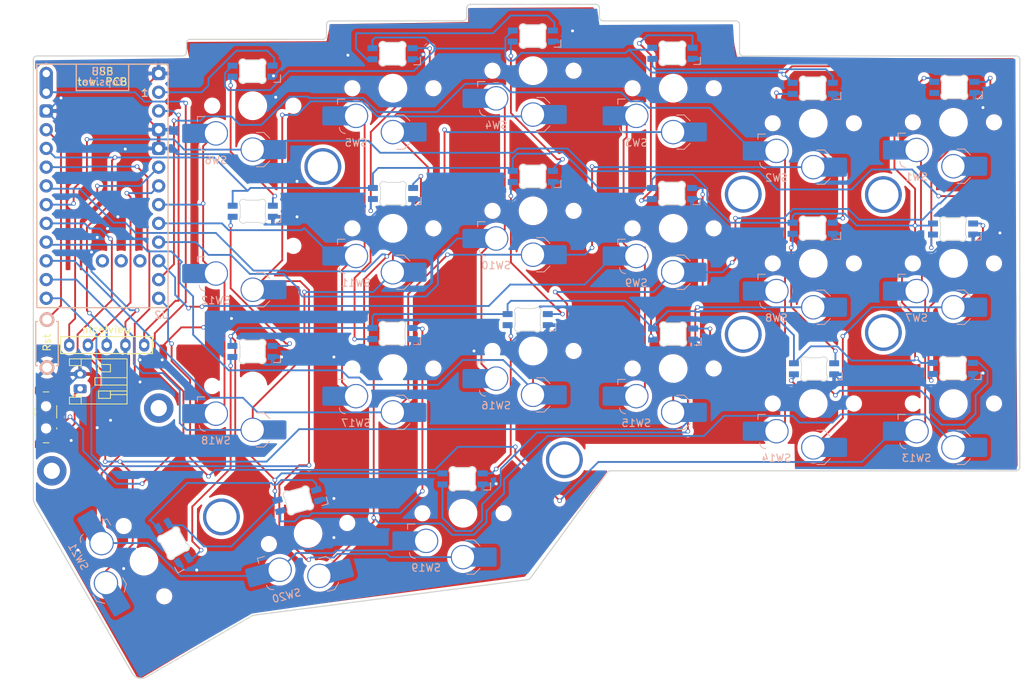
<source format=kicad_pcb>
(kicad_pcb (version 20221018) (generator pcbnew)
  (title_block (title "Corne Chocolate") (date "2018-11-17") (rev "2.1") (company "foostan"))
  (layers (0 "F.Cu" signal) (31 "B.Cu" signal) (34 "B.Paste" user) (35 "F.Paste" user) (36 "B.SilkS" user "B.Silkscreen") (37 "F.SilkS" user "F.Silkscreen") (38 "B.Mask" user) (39 "F.Mask" user) (44 "Edge.Cuts" user))
  (net 0 "")
  (net 1 "row0")
  (net 2 "row1")
  (net 4 "row2")
  (net 5 "+BATT")
  (net 6 "row3")
  (net 7 "Net-(BATJ2-Pin_1)")
  (net 11 "CS")
  (net 13 "Net-(LED1-DIN)")
  (net 14 "Net-(LED2-DOUT)")
  (net 15 "Net-(LED2-DIN)")
  (net 16 "Net-(LED3-DIN)")
  (net 17 "Net-(LED10-DIN)")
  (net 18 "Net-(LED4-DIN)")
  (net 19 "Net-(LED11-DOUT)")
  (net 20 "Net-(LED12-DIN)")
  (net 21 "Net-(LED13-DOUT)")
  (net 22 "Net-(LED14-DIN)")
  (net 23 "GND")
  (net 24 "VCC")
  (net 25 "col0")
  (net 26 "col1")
  (net 27 "col2")
  (net 28 "col3")
  (net 29 "col4")
  (net 30 "col5")
  (net 31 "LED")
  (net 32 "Net-(LED15-DOUT)")
  (net 33 "Net-(LED10-DOUT)")
  (net 34 "Net-(LED11-DIN)")
  (net 35 "Net-(LED12-DOUT)")
  (net 36 "Net-(LED13-DIN)")
  (net 37 "Net-(LED15-DIN)")
  (net 38 "Net-(LED16-DOUT)")
  (net 39 "Net-(LED17-DIN)")
  (net 40 "Net-(LED18-DOUT)")
  (net 41 "Net-(LED20-DIN)")
  (net 42 "reset")
  (net 43 "SCL")
  (net 44 "SDA")
  (net 45 "row6")
  (net 46 "row5")
  (net 47 "row4")
  (net 48 "col6")
  (footprint "MyLibrary:nice_view_1side" (layer "F.Cu") (at 69.8 107.2)
    (fp_text reference "J1")
    (fp_text value "OLED" hide)
  )
  (footprint "Connector_JST:JST_PH_S2B-PH-K_1x02_P2.00mm_Horizontal" (layer "F.Cu") (at 71.285 113.125 90)
    (fp_text reference "BATJ2" hide)
    (fp_text value "Conn_01x02_Female" hide)
  )
  (footprint "Button_Switch_SMD:SW_SPDT_PCM12" (layer "F.Cu") (at 66.985 117 -90)
    (fp_text reference "PSW1" hide)
    (fp_text value "SW_SPST" hide)
  )
  (footprint "PCM_marbastlib-choc:SW_choc_v1_HS_1u" (layer "B.Cu") (at 189.685 77 180)
    (fp_text reference "SW1")
    (fp_text value "SW_PUSH" hide)
  )
  (footprint "PCM_marbastlib-choc:SW_choc_v1_HS_1u" (layer "B.Cu") (at 170.685 77.125 180)
    (fp_text reference "SW2")
    (fp_text value "SW_PUSH" hide)
  )
  (footprint "PCM_marbastlib-choc:SW_choc_v1_HS_1u" (layer "B.Cu") (at 151.685 72.375 180)
    (fp_text reference "SW3")
    (fp_text value "SW_PUSH" hide)
  )
  (footprint "PCM_marbastlib-choc:SW_choc_v1_HS_1u" (layer "B.Cu") (at 132.685 70 180)
    (fp_text reference "SW4")
    (fp_text value "SW_PUSH" hide)
  )
  (footprint "PCM_marbastlib-choc:SW_choc_v1_HS_1u" (layer "B.Cu") (at 113.685 72.375 180)
    (fp_text reference "SW5")
    (fp_text value "SW_PUSH" hide)
  )
  (footprint "PCM_marbastlib-choc:SW_choc_v1_HS_1u" (layer "B.Cu") (at 94.685 74.75 180)
    (fp_text reference "SW6")
    (fp_text value "SW_PUSH" hide)
  )
  (footprint "PCM_marbastlib-choc:SW_choc_v1_HS_1u" (layer "B.Cu") (at 189.685 96.125 180)
    (fp_text reference "SW7")
    (fp_text value "SW_PUSH" hide)
  )
  (footprint "PCM_marbastlib-choc:SW_choc_v1_HS_1u" (layer "B.Cu") (at 170.685 96.125 180)
    (fp_text reference "SW8")
    (fp_text value "SW_PUSH" hide)
  )
  (footprint "PCM_marbastlib-choc:SW_choc_v1_HS_1u" (layer "B.Cu") (at 151.685 91.375 180)
    (fp_text reference "SW9")
    (fp_text value "SW_PUSH" hide)
  )
  (footprint "PCM_marbastlib-choc:SW_choc_v1_HS_1u" (layer "B.Cu") (at 132.685 89 180)
    (fp_text reference "SW10")
    (fp_text value "SW_PUSH" hide)
  )
  (footprint "PCM_marbastlib-choc:SW_choc_v1_HS_1u" (layer "B.Cu") (at 113.685 91.375 180)
    (fp_text reference "SW11")
    (fp_text value "SW_PUSH" hide)
  )
  (footprint "PCM_marbastlib-choc:SW_choc_v1_HS_1u" (layer "B.Cu") (at 94.685 93.75 180)
    (fp_text reference "SW12")
    (fp_text value "SW_PUSH" hide)
  )
  (footprint "PCM_marbastlib-choc:SW_choc_v1_HS_1u" (layer "B.Cu") (at 189.685 115.125 180)
    (fp_text reference "SW13")
    (fp_text value "SW_PUSH" hide)
  )
  (footprint "PCM_marbastlib-choc:SW_choc_v1_HS_1u" (layer "B.Cu") (at 170.685 115.125 180)
    (fp_text reference "SW14")
    (fp_text value "SW_PUSH" hide)
  )
  (footprint "PCM_marbastlib-choc:SW_choc_v1_HS_1u" (layer "B.Cu") (at 151.685 110.375 180)
    (fp_text reference "SW15")
    (fp_text value "SW_PUSH" hide)
  )
  (footprint "PCM_marbastlib-choc:SW_choc_v1_HS_1u" (layer "B.Cu") (at 132.685 108 180)
    (fp_text reference "SW16")
    (fp_text value "SW_PUSH" hide)
  )
  (footprint "PCM_marbastlib-choc:SW_choc_v1_HS_1u" (layer "B.Cu") (at 113.685 110.375 180)
    (fp_text reference "SW17")
    (fp_text value "SW_PUSH" hide)
  )
  (footprint "PCM_marbastlib-choc:SW_choc_v1_HS_1u" (layer "B.Cu") (at 94.685 112.75 180)
    (fp_text reference "SW18")
    (fp_text value "SW_PUSH" hide)
  )
  (footprint "PCM_marbastlib-choc:SW_choc_v1_HS_1u" (layer "B.Cu") (at 123.185 130 180)
    (fp_text reference "SW19")
    (fp_text value "SW_PUSH" hide)
  )
  (footprint "PCM_marbastlib-choc:SW_choc_v1_HS_1u" (layer "B.Cu") (at 102.185 132.75 -165)
    (fp_text reference "SW20")
    (fp_text value "SW_PUSH" hide)
  )
  (footprint "kbd:ResetSW" (layer "B.Cu") (at 66.785 107 90)
    (fp_text reference "RSW1" hide)
    (fp_text value "SW_PUSH" hide)
  )
  (footprint "PCM_marbastlib-choc:SW_choc_v1_HS_1.5u" (layer "B.Cu") (at 79.935 136.5 120)
    (fp_text reference "SW21")
    (fp_text value "SW_PUSH" hide)
  )
  (footprint "PCM_marbastlib-various:LED_6028R" (layer "B.Cu") (at 131.96 103.75 180)
    (fp_text reference "LED16" hide)
    (fp_text value "SK6812MINI-E" hide)
    (fp_line (start -1.699999 0.702843) (end -1.699999 -0.702841) (stroke (width 0.1)) (layer "Edge.Cuts"))
    (fp_line (start -0.794452 -1.499999) (end 0.794452 -1.499999) (stroke (width 0.1)) (layer "Edge.Cuts"))
    (fp_line (start 0.794452 1.5) (end -0.794453 1.5) (stroke (width 0.1)) (layer "Edge.Cuts"))
    (fp_line (start 1.699999 -0.702841) (end 1.699999 0.702843) (stroke (width 0.1)) (layer "Edge.Cuts"))
    (fp_arc (start -1.749484 -0.919719) (mid -1.712527 -0.814067) (end -1.699999 -0.702841) (stroke (width 0.1)) (layer "Edge.Cuts"))
    (fp_arc (start -1.749484 -0.919718) (mid -1.638072 -1.504034) (end -1.046711 -1.568298) (stroke (width 0.1)) (layer "Edge.Cuts"))
    (fp_arc (start -1.699999 0.702844) (mid -1.712527 0.814069) (end -1.749484 0.919721) (stroke (width 0.1)) (layer "Edge.Cuts"))
    (fp_arc (start -1.046711 1.568299) (mid -1.63807 1.504035) (end -1.749484 0.919721) (stroke (width 0.1)) (layer "Edge.Cuts"))
    (fp_arc (start -1.046711 1.568299) (mid -0.925123 1.517377) (end -0.794453 1.5) (stroke (width 0.1)) (layer "Edge.Cuts"))
    (fp_arc (start -0.794452 -1.499999) (mid -0.925123 -1.517376) (end -1.046711 -1.568298) (stroke (width 0.1)) (layer "Edge.Cuts"))
    (fp_arc (start 0.794453 1.500001) (mid 0.925123 1.517378) (end 1.046711 1.5683) (stroke (width 0.1)) (layer "Edge.Cuts"))
    (fp_arc (start 1.04671 -1.568298) (mid 0.925122 -1.517376) (end 0.794452 -1.499999) (stroke (width 0.1)) (layer "Edge.Cuts"))
    (fp_arc (start 1.046711 -1.568296) (mid 1.638069 -1.504034) (end 1.749484 -0.919719) (stroke (width 0.1)) (layer "Edge.Cuts"))
    (fp_arc (start 1.699999 -0.702842) (mid 1.712522 -0.814068) (end 1.749484 -0.919719) (stroke (width 0.1)) (layer "Edge.Cuts"))
    (fp_arc (start 1.749484 0.919721) (mid 1.638072 1.504036) (end 1.046711 1.5683) (stroke (width 0.1)) (layer "Edge.Cuts"))
    (fp_arc (start 1.749484 0.919721) (mid 1.712539 0.814068) (end 1.699999 0.702843) (stroke (width 0.1)) (layer "Edge.Cuts"))
  )
  (footprint "kbd:LEGO_HOLE" (layer "B.Cu") (at 81.935 115.75 180)
    (fp_text reference "")
    (fp_text value "")
  )
  (footprint "kbd:LEGO_HOLE" (layer "B.Cu") (at 161.185 105.75 180)
    (fp_text reference "")
    (fp_text value "")
  )
  (footprint "PCM_marbastlib-various:LED_6028R" (layer "B.Cu") (at 132.658486 84.340719 180)
    (fp_text reference "LED10" hide)
    (fp_text value "SK6812MINI-E" hide)
    (fp_line (start -1.699999 0.702843) (end -1.699999 -0.702841) (stroke (width 0.1)) (layer "Edge.Cuts"))
    (fp_line (start -0.794452 -1.499999) (end 0.794452 -1.499999) (stroke (width 0.1)) (layer "Edge.Cuts"))
    (fp_line (start 0.794452 1.5) (end -0.794453 1.5) (stroke (width 0.1)) (layer "Edge.Cuts"))
    (fp_line (start 1.699999 -0.702841) (end 1.699999 0.702843) (stroke (width 0.1)) (layer "Edge.Cuts"))
    (fp_arc (start -1.749484 -0.919719) (mid -1.712527 -0.814067) (end -1.699999 -0.702841) (stroke (width 0.1)) (layer "Edge.Cuts"))
    (fp_arc (start -1.749484 -0.919718) (mid -1.638072 -1.504034) (end -1.046711 -1.568298) (stroke (width 0.1)) (layer "Edge.Cuts"))
    (fp_arc (start -1.699999 0.702844) (mid -1.712527 0.814069) (end -1.749484 0.919721) (stroke (width 0.1)) (layer "Edge.Cuts"))
    (fp_arc (start -1.046711 1.568299) (mid -1.63807 1.504035) (end -1.749484 0.919721) (stroke (width 0.1)) (layer "Edge.Cuts"))
    (fp_arc (start -1.046711 1.568299) (mid -0.925123 1.517377) (end -0.794453 1.5) (stroke (width 0.1)) (layer "Edge.Cuts"))
    (fp_arc (start -0.794452 -1.499999) (mid -0.925123 -1.517376) (end -1.046711 -1.568298) (stroke (width 0.1)) (layer "Edge.Cuts"))
    (fp_arc (start 0.794453 1.500001) (mid 0.925123 1.517378) (end 1.046711 1.5683) (stroke (width 0.1)) (layer "Edge.Cuts"))
    (fp_arc (start 1.04671 -1.568298) (mid 0.925122 -1.517376) (end 0.794452 -1.499999) (stroke (width 0.1)) (layer "Edge.Cuts"))
    (fp_arc (start 1.046711 -1.568296) (mid 1.638069 -1.504034) (end 1.749484 -0.919719) (stroke (width 0.1)) (layer "Edge.Cuts"))
    (fp_arc (start 1.699999 -0.702842) (mid 1.712522 -0.814068) (end 1.749484 -0.919719) (stroke (width 0.1)) (layer "Edge.Cuts"))
    (fp_arc (start 1.749484 0.919721) (mid 1.638072 1.504036) (end 1.046711 1.5683) (stroke (width 0.1)) (layer "Edge.Cuts"))
    (fp_arc (start 1.749484 0.919721) (mid 1.712539 0.814068) (end 1.699999 0.702843) (stroke (width 0.1)) (layer "Edge.Cuts"))
  )
  (footprint "PCM_marbastlib-various:LED_6028R" (layer "B.Cu") (at 94.649016 70.06856 180)
    (fp_text reference "LED6" hide)
    (fp_text value "SK6812MINI-E" hide)
    (fp_line (start -1.699999 0.702843) (end -1.699999 -0.702841) (stroke (width 0.1)) (layer "Edge.Cuts"))
    (fp_line (start -0.794452 -1.499999) (end 0.794452 -1.499999) (stroke (width 0.1)) (layer "Edge.Cuts"))
    (fp_line (start 0.794452 1.5) (end -0.794453 1.5) (stroke (width 0.1)) (layer "Edge.Cuts"))
    (fp_line (start 1.699999 -0.702841) (end 1.699999 0.702843) (stroke (width 0.1)) (layer "Edge.Cuts"))
    (fp_arc (start -1.749484 -0.919719) (mid -1.712527 -0.814067) (end -1.699999 -0.702841) (stroke (width 0.1)) (layer "Edge.Cuts"))
    (fp_arc (start -1.749484 -0.919718) (mid -1.638072 -1.504034) (end -1.046711 -1.568298) (stroke (width 0.1)) (layer "Edge.Cuts"))
    (fp_arc (start -1.699999 0.702844) (mid -1.712527 0.814069) (end -1.749484 0.919721) (stroke (width 0.1)) (layer "Edge.Cuts"))
    (fp_arc (start -1.046711 1.568299) (mid -1.63807 1.504035) (end -1.749484 0.919721) (stroke (width 0.1)) (layer "Edge.Cuts"))
    (fp_arc (start -1.046711 1.568299) (mid -0.925123 1.517377) (end -0.794453 1.5) (stroke (width 0.1)) (layer "Edge.Cuts"))
    (fp_arc (start -0.794452 -1.499999) (mid -0.925123 -1.517376) (end -1.046711 -1.568298) (stroke (width 0.1)) (layer "Edge.Cuts"))
    (fp_arc (start 0.794453 1.500001) (mid 0.925123 1.517378) (end 1.046711 1.5683) (stroke (width 0.1)) (layer "Edge.Cuts"))
    (fp_arc (start 1.04671 -1.568298) (mid 0.925122 -1.517376) (end 0.794452 -1.499999) (stroke (width 0.1)) (layer "Edge.Cuts"))
    (fp_arc (start 1.046711 -1.568296) (mid 1.638069 -1.504034) (end 1.749484 -0.919719) (stroke (width 0.1)) (layer "Edge.Cuts"))
    (fp_arc (start 1.699999 -0.702842) (mid 1.712522 -0.814068) (end 1.749484 -0.919719) (stroke (width 0.1)) (layer "Edge.Cuts"))
    (fp_arc (start 1.749484 0.919721) (mid 1.638072 1.504036) (end 1.046711 1.5683) (stroke (width 0.1)) (layer "Edge.Cuts"))
    (fp_arc (start 1.749484 0.919721) (mid 1.712539 0.814068) (end 1.699999 0.702843) (stroke (width 0.1)) (layer "Edge.Cuts"))
  )
  (footprint "" (layer "B.Cu") (at 161.185 86.75 180)
    (fp_text reference "")
    (fp_text value "")
  )
  (footprint "kbd:LEGO_HOLE" (layer "B.Cu") (at 180.185 105.5 180)
    (fp_text reference "")
    (fp_text value "")
  )
  (footprint "PCM_marbastlib-various:LED_6028R" (layer "B.Cu") (at 94.64901 108.066478 180)
    (fp_text reference "LED18" hide)
    (fp_text value "SK6812MINI-E" hide)
    (fp_line (start -1.699999 0.702843) (end -1.699999 -0.702841) (stroke (width 0.1)) (layer "Edge.Cuts"))
    (fp_line (start -0.794452 -1.499999) (end 0.794452 -1.499999) (stroke (width 0.1)) (layer "Edge.Cuts"))
    (fp_line (start 0.794452 1.5) (end -0.794453 1.5) (stroke (width 0.1)) (layer "Edge.Cuts"))
    (fp_line (start 1.699999 -0.702841) (end 1.699999 0.702843) (stroke (width 0.1)) (layer "Edge.Cuts"))
    (fp_arc (start -1.749484 -0.919719) (mid -1.712527 -0.814067) (end -1.699999 -0.702841) (stroke (width 0.1)) (layer "Edge.Cuts"))
    (fp_arc (start -1.749484 -0.919718) (mid -1.638072 -1.504034) (end -1.046711 -1.568298) (stroke (width 0.1)) (layer "Edge.Cuts"))
    (fp_arc (start -1.699999 0.702844) (mid -1.712527 0.814069) (end -1.749484 0.919721) (stroke (width 0.1)) (layer "Edge.Cuts"))
    (fp_arc (start -1.046711 1.568299) (mid -1.63807 1.504035) (end -1.749484 0.919721) (stroke (width 0.1)) (layer "Edge.Cuts"))
    (fp_arc (start -1.046711 1.568299) (mid -0.925123 1.517377) (end -0.794453 1.5) (stroke (width 0.1)) (layer "Edge.Cuts"))
    (fp_arc (start -0.794452 -1.499999) (mid -0.925123 -1.517376) (end -1.046711 -1.568298) (stroke (width 0.1)) (layer "Edge.Cuts"))
    (fp_arc (start 0.794453 1.500001) (mid 0.925123 1.517378) (end 1.046711 1.5683) (stroke (width 0.1)) (layer "Edge.Cuts"))
    (fp_arc (start 1.04671 -1.568298) (mid 0.925122 -1.517376) (end 0.794452 -1.499999) (stroke (width 0.1)) (layer "Edge.Cuts"))
    (fp_arc (start 1.046711 -1.568296) (mid 1.638069 -1.504034) (end 1.749484 -0.919719) (stroke (width 0.1)) (layer "Edge.Cuts"))
    (fp_arc (start 1.699999 -0.702842) (mid 1.712522 -0.814068) (end 1.749484 -0.919719) (stroke (width 0.1)) (layer "Edge.Cuts"))
    (fp_arc (start 1.749484 0.919721) (mid 1.638072 1.504036) (end 1.046711 1.5683) (stroke (width 0.1)) (layer "Edge.Cuts"))
    (fp_arc (start 1.749484 0.919721) (mid 1.712539 0.814068) (end 1.699999 0.702843) (stroke (width 0.1)) (layer "Edge.Cuts"))
  )
  (footprint "PCM_marbastlib-various:LED_6028R" (layer "B.Cu") (at 113.631971 105.632765 180)
    (fp_text reference "LED17" hide)
    (fp_text value "SK6812MINI-E" hide)
    (fp_line (start -1.699999 0.702843) (end -1.699999 -0.702841) (stroke (width 0.1)) (layer "Edge.Cuts"))
    (fp_line (start -0.794452 -1.499999) (end 0.794452 -1.499999) (stroke (width 0.1)) (layer "Edge.Cuts"))
    (fp_line (start 0.794452 1.5) (end -0.794453 1.5) (stroke (width 0.1)) (layer "Edge.Cuts"))
    (fp_line (start 1.699999 -0.702841) (end 1.699999 0.702843) (stroke (width 0.1)) (layer "Edge.Cuts"))
    (fp_arc (start -1.749484 -0.919719) (mid -1.712527 -0.814067) (end -1.699999 -0.702841) (stroke (width 0.1)) (layer "Edge.Cuts"))
    (fp_arc (start -1.749484 -0.919718) (mid -1.638072 -1.504034) (end -1.046711 -1.568298) (stroke (width 0.1)) (layer "Edge.Cuts"))
    (fp_arc (start -1.699999 0.702844) (mid -1.712527 0.814069) (end -1.749484 0.919721) (stroke (width 0.1)) (layer "Edge.Cuts"))
    (fp_arc (start -1.046711 1.568299) (mid -1.63807 1.504035) (end -1.749484 0.919721) (stroke (width 0.1)) (layer "Edge.Cuts"))
    (fp_arc (start -1.046711 1.568299) (mid -0.925123 1.517377) (end -0.794453 1.5) (stroke (width 0.1)) (layer "Edge.Cuts"))
    (fp_arc (start -0.794452 -1.499999) (mid -0.925123 -1.517376) (end -1.046711 -1.568298) (stroke (width 0.1)) (layer "Edge.Cuts"))
    (fp_arc (start 0.794453 1.500001) (mid 0.925123 1.517378) (end 1.046711 1.5683) (stroke (width 0.1)) (layer "Edge.Cuts"))
    (fp_arc (start 1.04671 -1.568298) (mid 0.925122 -1.517376) (end 0.794452 -1.499999) (stroke (width 0.1)) (layer "Edge.Cuts"))
    (fp_arc (start 1.046711 -1.568296) (mid 1.638069 -1.504034) (end 1.749484 -0.919719) (stroke (width 0.1)) (layer "Edge.Cuts"))
    (fp_arc (start 1.699999 -0.702842) (mid 1.712522 -0.814068) (end 1.749484 -0.919719) (stroke (width 0.1)) (layer "Edge.Cuts"))
    (fp_arc (start 1.749484 0.919721) (mid 1.638072 1.504036) (end 1.046711 1.5683) (stroke (width 0.1)) (layer "Edge.Cuts"))
    (fp_arc (start 1.749484 0.919721) (mid 1.712539 0.814068) (end 1.699999 0.702843) (stroke (width 0.1)) (layer "Edge.Cuts"))
  )
  (footprint "PCM_marbastlib-various:LED_6028R" (layer "B.Cu") (at 132.652551 65.307743 180)
    (fp_text reference "LED4" hide)
    (fp_text value "SK6812MINI-E" hide)
    (fp_line (start -1.699999 0.702843) (end -1.699999 -0.702841) (stroke (width 0.1)) (layer "Edge.Cuts"))
    (fp_line (start -0.794452 -1.499999) (end 0.794452 -1.499999) (stroke (width 0.1)) (layer "Edge.Cuts"))
    (fp_line (start 0.794452 1.5) (end -0.794453 1.5) (stroke (width 0.1)) (layer "Edge.Cuts"))
    (fp_line (start 1.699999 -0.702841) (end 1.699999 0.702843) (stroke (width 0.1)) (layer "Edge.Cuts"))
    (fp_arc (start -1.749484 -0.919719) (mid -1.712527 -0.814067) (end -1.699999 -0.702841) (stroke (width 0.1)) (layer "Edge.Cuts"))
    (fp_arc (start -1.749484 -0.919718) (mid -1.638072 -1.504034) (end -1.046711 -1.568298) (stroke (width 0.1)) (layer "Edge.Cuts"))
    (fp_arc (start -1.699999 0.702844) (mid -1.712527 0.814069) (end -1.749484 0.919721) (stroke (width 0.1)) (layer "Edge.Cuts"))
    (fp_arc (start -1.046711 1.568299) (mid -1.63807 1.504035) (end -1.749484 0.919721) (stroke (width 0.1)) (layer "Edge.Cuts"))
    (fp_arc (start -1.046711 1.568299) (mid -0.925123 1.517377) (end -0.794453 1.5) (stroke (width 0.1)) (layer "Edge.Cuts"))
    (fp_arc (start -0.794452 -1.499999) (mid -0.925123 -1.517376) (end -1.046711 -1.568298) (stroke (width 0.1)) (layer "Edge.Cuts"))
    (fp_arc (start 0.794453 1.500001) (mid 0.925123 1.517378) (end 1.046711 1.5683) (stroke (width 0.1)) (layer "Edge.Cuts"))
    (fp_arc (start 1.04671 -1.568298) (mid 0.925122 -1.517376) (end 0.794452 -1.499999) (stroke (width 0.1)) (layer "Edge.Cuts"))
    (fp_arc (start 1.046711 -1.568296) (mid 1.638069 -1.504034) (end 1.749484 -0.919719) (stroke (width 0.1)) (layer "Edge.Cuts"))
    (fp_arc (start 1.699999 -0.702842) (mid 1.712522 -0.814068) (end 1.749484 -0.919719) (stroke (width 0.1)) (layer "Edge.Cuts"))
    (fp_arc (start 1.749484 0.919721) (mid 1.638072 1.504036) (end 1.046711 1.5683) (stroke (width 0.1)) (layer "Edge.Cuts"))
    (fp_arc (start 1.749484 0.919721) (mid 1.712539 0.814068) (end 1.699999 0.702843) (stroke (width 0.1)) (layer "Edge.Cuts"))
  )
  (footprint "PCM_marbastlib-various:LED_6028R" (layer "B.Cu") (at 151.514641 86.654924 180)
    (fp_text reference "LED9" hide)
    (fp_text value "SK6812MINI-E" hide)
    (fp_line (start -1.699999 0.702843) (end -1.699999 -0.702841) (stroke (width 0.1)) (layer "Edge.Cuts"))
    (fp_line (start -0.794452 -1.499999) (end 0.794452 -1.499999) (stroke (width 0.1)) (layer "Edge.Cuts"))
    (fp_line (start 0.794452 1.5) (end -0.794453 1.5) (stroke (width 0.1)) (layer "Edge.Cuts"))
    (fp_line (start 1.699999 -0.702841) (end 1.699999 0.702843) (stroke (width 0.1)) (layer "Edge.Cuts"))
    (fp_arc (start -1.749484 -0.919719) (mid -1.712527 -0.814067) (end -1.699999 -0.702841) (stroke (width 0.1)) (layer "Edge.Cuts"))
    (fp_arc (start -1.749484 -0.919718) (mid -1.638072 -1.504034) (end -1.046711 -1.568298) (stroke (width 0.1)) (layer "Edge.Cuts"))
    (fp_arc (start -1.699999 0.702844) (mid -1.712527 0.814069) (end -1.749484 0.919721) (stroke (width 0.1)) (layer "Edge.Cuts"))
    (fp_arc (start -1.046711 1.568299) (mid -1.63807 1.504035) (end -1.749484 0.919721) (stroke (width 0.1)) (layer "Edge.Cuts"))
    (fp_arc (start -1.046711 1.568299) (mid -0.925123 1.517377) (end -0.794453 1.5) (stroke (width 0.1)) (layer "Edge.Cuts"))
    (fp_arc (start -0.794452 -1.499999) (mid -0.925123 -1.517376) (end -1.046711 -1.568298) (stroke (width 0.1)) (layer "Edge.Cuts"))
    (fp_arc (start 0.794453 1.500001) (mid 0.925123 1.517378) (end 1.046711 1.5683) (stroke (width 0.1)) (layer "Edge.Cuts"))
    (fp_arc (start 1.04671 -1.568298) (mid 0.925122 -1.517376) (end 0.794452 -1.499999) (stroke (width 0.1)) (layer "Edge.Cuts"))
    (fp_arc (start 1.046711 -1.568296) (mid 1.638069 -1.504034) (end 1.749484 -0.919719) (stroke (width 0.1)) (layer "Edge.Cuts"))
    (fp_arc (start 1.699999 -0.702842) (mid 1.712522 -0.814068) (end 1.749484 -0.919719) (stroke (width 0.1)) (layer "Edge.Cuts"))
    (fp_arc (start 1.749484 0.919721) (mid 1.638072 1.504036) (end 1.046711 1.5683) (stroke (width 0.1)) (layer "Edge.Cuts"))
    (fp_arc (start 1.749484 0.919721) (mid 1.712539 0.814068) (end 1.699999 0.702843) (stroke (width 0.1)) (layer "Edge.Cuts"))
  )
  (footprint "PCM_marbastlib-various:LED_6028R" (layer "B.Cu") (at 189.636326 91.46676 180)
    (fp_text reference "LED7" hide)
    (fp_text value "SK6812MINI-E" hide)
    (fp_line (start -1.699999 0.702843) (end -1.699999 -0.702841) (stroke (width 0.1)) (layer "Edge.Cuts"))
    (fp_line (start -0.794452 -1.499999) (end 0.794452 -1.499999) (stroke (width 0.1)) (layer "Edge.Cuts"))
    (fp_line (start 0.794452 1.5) (end -0.794453 1.5) (stroke (width 0.1)) (layer "Edge.Cuts"))
    (fp_line (start 1.699999 -0.702841) (end 1.699999 0.702843) (stroke (width 0.1)) (layer "Edge.Cuts"))
    (fp_arc (start -1.749484 -0.919719) (mid -1.712527 -0.814067) (end -1.699999 -0.702841) (stroke (width 0.1)) (layer "Edge.Cuts"))
    (fp_arc (start -1.749484 -0.919718) (mid -1.638072 -1.504034) (end -1.046711 -1.568298) (stroke (width 0.1)) (layer "Edge.Cuts"))
    (fp_arc (start -1.699999 0.702844) (mid -1.712527 0.814069) (end -1.749484 0.919721) (stroke (width 0.1)) (layer "Edge.Cuts"))
    (fp_arc (start -1.046711 1.568299) (mid -1.63807 1.504035) (end -1.749484 0.919721) (stroke (width 0.1)) (layer "Edge.Cuts"))
    (fp_arc (start -1.046711 1.568299) (mid -0.925123 1.517377) (end -0.794453 1.5) (stroke (width 0.1)) (layer "Edge.Cuts"))
    (fp_arc (start -0.794452 -1.499999) (mid -0.925123 -1.517376) (end -1.046711 -1.568298) (stroke (width 0.1)) (layer "Edge.Cuts"))
    (fp_arc (start 0.794453 1.500001) (mid 0.925123 1.517378) (end 1.046711 1.5683) (stroke (width 0.1)) (layer "Edge.Cuts"))
    (fp_arc (start 1.04671 -1.568298) (mid 0.925122 -1.517376) (end 0.794452 -1.499999) (stroke (width 0.1)) (layer "Edge.Cuts"))
    (fp_arc (start 1.046711 -1.568296) (mid 1.638069 -1.504034) (end 1.749484 -0.919719) (stroke (width 0.1)) (layer "Edge.Cuts"))
    (fp_arc (start 1.699999 -0.702842) (mid 1.712522 -0.814068) (end 1.749484 -0.919719) (stroke (width 0.1)) (layer "Edge.Cuts"))
    (fp_arc (start 1.749484 0.919721) (mid 1.638072 1.504036) (end 1.046711 1.5683) (stroke (width 0.1)) (layer "Edge.Cuts"))
    (fp_arc (start 1.749484 0.919721) (mid 1.712539 0.814068) (end 1.699999 0.702843) (stroke (width 0.1)) (layer "Edge.Cuts"))
  )
  (footprint "PCM_marbastlib-various:LED_6028R" (layer "B.Cu") (at 189.802331 72.26553 180)
    (fp_text reference "LED1" hide)
    (fp_text value "SK6812MINI-E" hide)
    (fp_line (start -1.699999 0.702843) (end -1.699999 -0.702841) (stroke (width 0.1)) (layer "Edge.Cuts"))
    (fp_line (start -0.794452 -1.499999) (end 0.794452 -1.499999) (stroke (width 0.1)) (layer "Edge.Cuts"))
    (fp_line (start 0.794452 1.5) (end -0.794453 1.5) (stroke (width 0.1)) (layer "Edge.Cuts"))
    (fp_line (start 1.699999 -0.702841) (end 1.699999 0.702843) (stroke (width 0.1)) (layer "Edge.Cuts"))
    (fp_arc (start -1.749484 -0.919719) (mid -1.712527 -0.814067) (end -1.699999 -0.702841) (stroke (width 0.1)) (layer "Edge.Cuts"))
    (fp_arc (start -1.749484 -0.919718) (mid -1.638072 -1.504034) (end -1.046711 -1.568298) (stroke (width 0.1)) (layer "Edge.Cuts"))
    (fp_arc (start -1.699999 0.702844) (mid -1.712527 0.814069) (end -1.749484 0.919721) (stroke (width 0.1)) (layer "Edge.Cuts"))
    (fp_arc (start -1.046711 1.568299) (mid -1.63807 1.504035) (end -1.749484 0.919721) (stroke (width 0.1)) (layer "Edge.Cuts"))
    (fp_arc (start -1.046711 1.568299) (mid -0.925123 1.517377) (end -0.794453 1.5) (stroke (width 0.1)) (layer "Edge.Cuts"))
    (fp_arc (start -0.794452 -1.499999) (mid -0.925123 -1.517376) (end -1.046711 -1.568298) (stroke (width 0.1)) (layer "Edge.Cuts"))
    (fp_arc (start 0.794453 1.500001) (mid 0.925123 1.517378) (end 1.046711 1.5683) (stroke (width 0.1)) (layer "Edge.Cuts"))
    (fp_arc (start 1.04671 -1.568298) (mid 0.925122 -1.517376) (end 0.794452 -1.499999) (stroke (width 0.1)) (layer "Edge.Cuts"))
    (fp_arc (start 1.046711 -1.568296) (mid 1.638069 -1.504034) (end 1.749484 -0.919719) (stroke (width 0.1)) (layer "Edge.Cuts"))
    (fp_arc (start 1.699999 -0.702842) (mid 1.712522 -0.814068) (end 1.749484 -0.919719) (stroke (width 0.1)) (layer "Edge.Cuts"))
    (fp_arc (start 1.749484 0.919721) (mid 1.638072 1.504036) (end 1.046711 1.5683) (stroke (width 0.1)) (layer "Edge.Cuts"))
    (fp_arc (start 1.749484 0.919721) (mid 1.712539 0.814068) (end 1.699999 0.702843) (stroke (width 0.1)) (layer "Edge.Cuts"))
  )
  (footprint "PCM_marbastlib-various:LED_6028R" (layer "B.Cu") (at 83.94054 134.058665 120)
    (fp_text reference "LED21" hide)
    (fp_text value "SK6812MINI-E" hide)
    (fp_line (start -1.699999 0.702843) (end -1.699999 -0.702841) (stroke (width 0.1)) (layer "Edge.Cuts"))
    (fp_line (start -0.794452 -1.499999) (end 0.794452 -1.499999) (stroke (width 0.1)) (layer "Edge.Cuts"))
    (fp_line (start 0.794452 1.5) (end -0.794453 1.5) (stroke (width 0.1)) (layer "Edge.Cuts"))
    (fp_line (start 1.699999 -0.702841) (end 1.699999 0.702843) (stroke (width 0.1)) (layer "Edge.Cuts"))
    (fp_arc (start -1.749484 -0.919719) (mid -1.712527 -0.814067) (end -1.699999 -0.702841) (stroke (width 0.1)) (layer "Edge.Cuts"))
    (fp_arc (start -1.749484 -0.919718) (mid -1.638072 -1.504034) (end -1.046711 -1.568298) (stroke (width 0.1)) (layer "Edge.Cuts"))
    (fp_arc (start -1.699999 0.702844) (mid -1.712527 0.81407) (end -1.749484 0.919721) (stroke (width 0.1)) (layer "Edge.Cuts"))
    (fp_arc (start -1.046711 1.568299) (mid -1.638072 1.504035) (end -1.749484 0.919721) (stroke (width 0.1)) (layer "Edge.Cuts"))
    (fp_arc (start -1.046711 1.568299) (mid -0.925123 1.517377) (end -0.794453 1.5) (stroke (width 0.1)) (layer "Edge.Cuts"))
    (fp_arc (start -0.794452 -1.499999) (mid -0.925122 -1.517376) (end -1.046711 -1.568298) (stroke (width 0.1)) (layer "Edge.Cuts"))
    (fp_arc (start 0.794453 1.500001) (mid 0.925123 1.517378) (end 1.046711 1.5683) (stroke (width 0.1)) (layer "Edge.Cuts"))
    (fp_arc (start 1.04671 -1.568298) (mid 0.925122 -1.517376) (end 0.794452 -1.499999) (stroke (width 0.1)) (layer "Edge.Cuts"))
    (fp_arc (start 1.046711 -1.568296) (mid 1.638069 -1.504034) (end 1.749484 -0.919719) (stroke (width 0.1)) (layer "Edge.Cuts"))
    (fp_arc (start 1.699999 -0.702842) (mid 1.712522 -0.814068) (end 1.749484 -0.919719) (stroke (width 0.1)) (layer "Edge.Cuts"))
    (fp_arc (start 1.749484 0.919721) (mid 1.638072 1.504036) (end 1.046711 1.5683) (stroke (width 0.1)) (layer "Edge.Cuts"))
    (fp_arc (start 1.749484 0.919721) (mid 1.712539 0.814067) (end 1.699999 0.702843) (stroke (width 0.1)) (layer "Edge.Cuts"))
  )
  (footprint "kbd:LEGO_HOLE" (layer "B.Cu") (at 104.185 83 180)
    (fp_text reference "")
    (fp_text value "")
  )
  (footprint "PCM_marbastlib-various:LED_6028R" (layer "B.Cu") (at 123.124349 125.342897 180)
    (fp_text reference "LED19" hide)
    (fp_text value "SK6812MINI-E" hide)
    (fp_line (start -1.699999 0.702843) (end -1.699999 -0.702841) (stroke (width 0.1)) (layer "Edge.Cuts"))
    (fp_line (start -0.794452 -1.499999) (end 0.794452 -1.499999) (stroke (width 0.1)) (layer "Edge.Cuts"))
    (fp_line (start 0.794452 1.5) (end -0.794453 1.5) (stroke (width 0.1)) (layer "Edge.Cuts"))
    (fp_line (start 1.699999 -0.702841) (end 1.699999 0.702843) (stroke (width 0.1)) (layer "Edge.Cuts"))
    (fp_arc (start -1.749484 -0.919719) (mid -1.712527 -0.814067) (end -1.699999 -0.702841) (stroke (width 0.1)) (layer "Edge.Cuts"))
    (fp_arc (start -1.749484 -0.919718) (mid -1.638072 -1.504034) (end -1.046711 -1.568298) (stroke (width 0.1)) (layer "Edge.Cuts"))
    (fp_arc (start -1.699999 0.702844) (mid -1.712527 0.814069) (end -1.749484 0.919721) (stroke (width 0.1)) (layer "Edge.Cuts"))
    (fp_arc (start -1.046711 1.568299) (mid -1.63807 1.504035) (end -1.749484 0.919721) (stroke (width 0.1)) (layer "Edge.Cuts"))
    (fp_arc (start -1.046711 1.568299) (mid -0.925123 1.517377) (end -0.794453 1.5) (stroke (width 0.1)) (layer "Edge.Cuts"))
    (fp_arc (start -0.794452 -1.499999) (mid -0.925123 -1.517376) (end -1.046711 -1.568298) (stroke (width 0.1)) (layer "Edge.Cuts"))
    (fp_arc (start 0.794453 1.500001) (mid 0.925123 1.517378) (end 1.046711 1.5683) (stroke (width 0.1)) (layer "Edge.Cuts"))
    (fp_arc (start 1.04671 -1.568298) (mid 0.925122 -1.517376) (end 0.794452 -1.499999) (stroke (width 0.1)) (layer "Edge.Cuts"))
    (fp_arc (start 1.046711 -1.568296) (mid 1.638069 -1.504034) (end 1.749484 -0.919719) (stroke (width 0.1)) (layer "Edge.Cuts"))
    (fp_arc (start 1.699999 -0.702842) (mid 1.712522 -0.814068) (end 1.749484 -0.919719) (stroke (width 0.1)) (layer "Edge.Cuts"))
    (fp_arc (start 1.749484 0.919721) (mid 1.638072 1.504036) (end 1.046711 1.5683) (stroke (width 0.1)) (layer "Edge.Cuts"))
    (fp_arc (start 1.749484 0.919721) (mid 1.712539 0.814068) (end 1.699999 0.702843) (stroke (width 0.1)) (layer "Edge.Cuts"))
  )
  (footprint "PCM_marbastlib-various:LED_6028R" (layer "B.Cu") (at 170.784144 110.415908 180)
    (fp_text reference "LED14" hide)
    (fp_text value "SK6812MINI-E" hide)
    (fp_line (start -1.699999 0.702843) (end -1.699999 -0.702841) (stroke (width 0.1)) (layer "Edge.Cuts"))
    (fp_line (start -0.794452 -1.499999) (end 0.794452 -1.499999) (stroke (width 0.1)) (layer "Edge.Cuts"))
    (fp_line (start 0.794452 1.5) (end -0.794453 1.5) (stroke (width 0.1)) (layer "Edge.Cuts"))
    (fp_line (start 1.699999 -0.702841) (end 1.699999 0.702843) (stroke (width 0.1)) (layer "Edge.Cuts"))
    (fp_arc (start -1.749484 -0.919719) (mid -1.712527 -0.814067) (end -1.699999 -0.702841) (stroke (width 0.1)) (layer "Edge.Cuts"))
    (fp_arc (start -1.749484 -0.919718) (mid -1.638072 -1.504034) (end -1.046711 -1.568298) (stroke (width 0.1)) (layer "Edge.Cuts"))
    (fp_arc (start -1.699999 0.702844) (mid -1.712527 0.814069) (end -1.749484 0.919721) (stroke (width 0.1)) (layer "Edge.Cuts"))
    (fp_arc (start -1.046711 1.568299) (mid -1.63807 1.504035) (end -1.749484 0.919721) (stroke (width 0.1)) (layer "Edge.Cuts"))
    (fp_arc (start -1.046711 1.568299) (mid -0.925123 1.517377) (end -0.794453 1.5) (stroke (width 0.1)) (layer "Edge.Cuts"))
    (fp_arc (start -0.794452 -1.499999) (mid -0.925123 -1.517376) (end -1.046711 -1.568298) (stroke (width 0.1)) (layer "Edge.Cuts"))
    (fp_arc (start 0.794453 1.500001) (mid 0.925123 1.517378) (end 1.046711 1.5683) (stroke (width 0.1)) (layer "Edge.Cuts"))
    (fp_arc (start 1.04671 -1.568298) (mid 0.925122 -1.517376) (end 0.794452 -1.499999) (stroke (width 0.1)) (layer "Edge.Cuts"))
    (fp_arc (start 1.046711 -1.568296) (mid 1.638069 -1.504034) (end 1.749484 -0.919719) (stroke (width 0.1)) (layer "Edge.Cuts"))
    (fp_arc (start 1.699999 -0.702842) (mid 1.712522 -0.814068) (end 1.749484 -0.919719) (stroke (width 0.1)) (layer "Edge.Cuts"))
    (fp_arc (start 1.749484 0.919721) (mid 1.638072 1.504036) (end 1.046711 1.5683) (stroke (width 0.1)) (layer "Edge.Cuts"))
    (fp_arc (start 1.749484 0.919721) (mid 1.712539 0.814068) (end 1.699999 0.702843) (stroke (width 0.1)) (layer "Edge.Cuts"))
  )
  (footprint "PCM_marbastlib-various:LED_6028R" (layer "B.Cu") (at 113.704467 86.649289 180)
    (fp_text reference "LED11" hide)
    (fp_text value "SK6812MINI-E" hide)
    (fp_line (start -1.699999 0.702843) (end -1.699999 -0.702841) (stroke (width 0.1)) (layer "Edge.Cuts"))
    (fp_line (start -0.794452 -1.499999) (end 0.794452 -1.499999) (stroke (width 0.1)) (layer "Edge.Cuts"))
    (fp_line (start 0.794452 1.5) (end -0.794453 1.5) (stroke (width 0.1)) (layer "Edge.Cuts"))
    (fp_line (start 1.699999 -0.702841) (end 1.699999 0.702843) (stroke (width 0.1)) (layer "Edge.Cuts"))
    (fp_arc (start -1.749484 -0.919719) (mid -1.712527 -0.814067) (end -1.699999 -0.702841) (stroke (width 0.1)) (layer "Edge.Cuts"))
    (fp_arc (start -1.749484 -0.919718) (mid -1.638072 -1.504034) (end -1.046711 -1.568298) (stroke (width 0.1)) (layer "Edge.Cuts"))
    (fp_arc (start -1.699999 0.702844) (mid -1.712527 0.814069) (end -1.749484 0.919721) (stroke (width 0.1)) (layer "Edge.Cuts"))
    (fp_arc (start -1.046711 1.568299) (mid -1.63807 1.504035) (end -1.749484 0.919721) (stroke (width 0.1)) (layer "Edge.Cuts"))
    (fp_arc (start -1.046711 1.568299) (mid -0.925123 1.517377) (end -0.794453 1.5) (stroke (width 0.1)) (layer "Edge.Cuts"))
    (fp_arc (start -0.794452 -1.499999) (mid -0.925123 -1.517376) (end -1.046711 -1.568298) (stroke (width 0.1)) (layer "Edge.Cuts"))
    (fp_arc (start 0.794453 1.500001) (mid 0.925123 1.517378) (end 1.046711 1.5683) (stroke (width 0.1)) (layer "Edge.Cuts"))
    (fp_arc (start 1.04671 -1.568298) (mid 0.925122 -1.517376) (end 0.794452 -1.499999) (stroke (width 0.1)) (layer "Edge.Cuts"))
    (fp_arc (start 1.046711 -1.568296) (mid 1.638069 -1.504034) (end 1.749484 -0.919719) (stroke (width 0.1)) (layer "Edge.Cuts"))
    (fp_arc (start 1.699999 -0.702842) (mid 1.712522 -0.814068) (end 1.749484 -0.919719) (stroke (width 0.1)) (layer "Edge.Cuts"))
    (fp_arc (start 1.749484 0.919721) (mid 1.638072 1.504036) (end 1.046711 1.5683) (stroke (width 0.1)) (layer "Edge.Cuts"))
    (fp_arc (start 1.749484 0.919721) (mid 1.712539 0.814068) (end 1.699999 0.702843) (stroke (width 0.1)) (layer "Edge.Cuts"))
  )
  (footprint "PCM_marbastlib-various:LED_6028R" (layer "B.Cu") (at 151.58036 67.646118 180)
    (fp_text reference "LED3" hide)
    (fp_text value "SK6812MINI-E" hide)
    (fp_line (start -1.699999 0.702843) (end -1.699999 -0.702841) (stroke (width 0.1)) (layer "Edge.Cuts"))
    (fp_line (start -0.794452 -1.499999) (end 0.794452 -1.499999) (stroke (width 0.1)) (layer "Edge.Cuts"))
    (fp_line (start 0.794452 1.5) (end -0.794453 1.5) (stroke (width 0.1)) (layer "Edge.Cuts"))
    (fp_line (start 1.699999 -0.702841) (end 1.699999 0.702843) (stroke (width 0.1)) (layer "Edge.Cuts"))
    (fp_arc (start -1.749484 -0.919719) (mid -1.712527 -0.814067) (end -1.699999 -0.702841) (stroke (width 0.1)) (layer "Edge.Cuts"))
    (fp_arc (start -1.749484 -0.919718) (mid -1.638072 -1.504034) (end -1.046711 -1.568298) (stroke (width 0.1)) (layer "Edge.Cuts"))
    (fp_arc (start -1.699999 0.702844) (mid -1.712527 0.814069) (end -1.749484 0.919721) (stroke (width 0.1)) (layer "Edge.Cuts"))
    (fp_arc (start -1.046711 1.568299) (mid -1.63807 1.504035) (end -1.749484 0.919721) (stroke (width 0.1)) (layer "Edge.Cuts"))
    (fp_arc (start -1.046711 1.568299) (mid -0.925123 1.517377) (end -0.794453 1.5) (stroke (width 0.1)) (layer "Edge.Cuts"))
    (fp_arc (start -0.794452 -1.499999) (mid -0.925123 -1.517376) (end -1.046711 -1.568298) (stroke (width 0.1)) (layer "Edge.Cuts"))
    (fp_arc (start 0.794453 1.500001) (mid 0.925123 1.517378) (end 1.046711 1.5683) (stroke (width 0.1)) (layer "Edge.Cuts"))
    (fp_arc (start 1.04671 -1.568298) (mid 0.925122 -1.517376) (end 0.794452 -1.499999) (stroke (width 0.1)) (layer "Edge.Cuts"))
    (fp_arc (start 1.046711 -1.568296) (mid 1.638069 -1.504034) (end 1.749484 -0.919719) (stroke (width 0.1)) (layer "Edge.Cuts"))
    (fp_arc (start 1.699999 -0.702842) (mid 1.712522 -0.814068) (end 1.749484 -0.919719) (stroke (width 0.1)) (layer "Edge.Cuts"))
    (fp_arc (start 1.749484 0.919721) (mid 1.638072 1.504036) (end 1.046711 1.5683) (stroke (width 0.1)) (layer "Edge.Cuts"))
    (fp_arc (start 1.749484 0.919721) (mid 1.712539 0.814068) (end 1.699999 0.702843) (stroke (width 0.1)) (layer "Edge.Cuts"))
  )
  (footprint "PCM_marbastlib-various:LED_6028R" (layer "B.Cu") (at 113.629035 67.69697 180)
    (fp_text reference "LED5" hide)
    (fp_text value "SK6812MINI-E" hide)
    (fp_line (start -1.699999 0.702843) (end -1.699999 -0.702841) (stroke (width 0.1)) (layer "Edge.Cuts"))
    (fp_line (start -0.794452 -1.499999) (end 0.794452 -1.499999) (stroke (width 0.1)) (layer "Edge.Cuts"))
    (fp_line (start 0.794452 1.5) (end -0.794453 1.5) (stroke (width 0.1)) (layer "Edge.Cuts"))
    (fp_line (start 1.699999 -0.702841) (end 1.699999 0.702843) (stroke (width 0.1)) (layer "Edge.Cuts"))
    (fp_arc (start -1.749484 -0.919719) (mid -1.712527 -0.814067) (end -1.699999 -0.702841) (stroke (width 0.1)) (layer "Edge.Cuts"))
    (fp_arc (start -1.749484 -0.919718) (mid -1.638072 -1.504034) (end -1.046711 -1.568298) (stroke (width 0.1)) (layer "Edge.Cuts"))
    (fp_arc (start -1.699999 0.702844) (mid -1.712527 0.814069) (end -1.749484 0.919721) (stroke (width 0.1)) (layer "Edge.Cuts"))
    (fp_arc (start -1.046711 1.568299) (mid -1.63807 1.504035) (end -1.749484 0.919721) (stroke (width 0.1)) (layer "Edge.Cuts"))
    (fp_arc (start -1.046711 1.568299) (mid -0.925123 1.517377) (end -0.794453 1.5) (stroke (width 0.1)) (layer "Edge.Cuts"))
    (fp_arc (start -0.794452 -1.499999) (mid -0.925123 -1.517376) (end -1.046711 -1.568298) (stroke (width 0.1)) (layer "Edge.Cuts"))
    (fp_arc (start 0.794453 1.500001) (mid 0.925123 1.517378) (end 1.046711 1.5683) (stroke (width 0.1)) (layer "Edge.Cuts"))
    (fp_arc (start 1.04671 -1.568298) (mid 0.925122 -1.517376) (end 0.794452 -1.499999) (stroke (width 0.1)) (layer "Edge.Cuts"))
    (fp_arc (start 1.046711 -1.568296) (mid 1.638069 -1.504034) (end 1.749484 -0.919719) (stroke (width 0.1)) (layer "Edge.Cuts"))
    (fp_arc (start 1.699999 -0.702842) (mid 1.712522 -0.814068) (end 1.749484 -0.919719) (stroke (width 0.1)) (layer "Edge.Cuts"))
    (fp_arc (start 1.749484 0.919721) (mid 1.638072 1.504036) (end 1.046711 1.5683) (stroke (width 0.1)) (layer "Edge.Cuts"))
    (fp_arc (start 1.749484 0.919721) (mid 1.712539 0.814068) (end 1.699999 0.702843) (stroke (width 0.1)) (layer "Edge.Cuts"))
  )
  (footprint "PCM_marbastlib-various:LED_6028R" (layer "B.Cu") (at 94.685 89.058665 180)
    (fp_text reference "LED12" hide)
    (fp_text value "SK6812MINI-E" hide)
    (fp_line (start -1.699999 0.702843) (end -1.699999 -0.702841) (stroke (width 0.1)) (layer "Edge.Cuts"))
    (fp_line (start -0.794452 -1.499999) (end 0.794452 -1.499999) (stroke (width 0.1)) (layer "Edge.Cuts"))
    (fp_line (start 0.794452 1.5) (end -0.794453 1.5) (stroke (width 0.1)) (layer "Edge.Cuts"))
    (fp_line (start 1.699999 -0.702841) (end 1.699999 0.702843) (stroke (width 0.1)) (layer "Edge.Cuts"))
    (fp_arc (start -1.749484 -0.919719) (mid -1.712527 -0.814067) (end -1.699999 -0.702841) (stroke (width 0.1)) (layer "Edge.Cuts"))
    (fp_arc (start -1.749484 -0.919718) (mid -1.638072 -1.504034) (end -1.046711 -1.568298) (stroke (width 0.1)) (layer "Edge.Cuts"))
    (fp_arc (start -1.699999 0.702844) (mid -1.712527 0.814069) (end -1.749484 0.919721) (stroke (width 0.1)) (layer "Edge.Cuts"))
    (fp_arc (start -1.046711 1.568299) (mid -1.63807 1.504035) (end -1.749484 0.919721) (stroke (width 0.1)) (layer "Edge.Cuts"))
    (fp_arc (start -1.046711 1.568299) (mid -0.925123 1.517377) (end -0.794453 1.5) (stroke (width 0.1)) (layer "Edge.Cuts"))
    (fp_arc (start -0.794452 -1.499999) (mid -0.925123 -1.517376) (end -1.046711 -1.568298) (stroke (width 0.1)) (layer "Edge.Cuts"))
    (fp_arc (start 0.794453 1.500001) (mid 0.925123 1.517378) (end 1.046711 1.5683) (stroke (width 0.1)) (layer "Edge.Cuts"))
    (fp_arc (start 1.04671 -1.568298) (mid 0.925122 -1.517376) (end 0.794452 -1.499999) (stroke (width 0.1)) (layer "Edge.Cuts"))
    (fp_arc (start 1.046711 -1.568296) (mid 1.638069 -1.504034) (end 1.749484 -0.919719) (stroke (width 0.1)) (layer "Edge.Cuts"))
    (fp_arc (start 1.699999 -0.702842) (mid 1.712522 -0.814068) (end 1.749484 -0.919719) (stroke (width 0.1)) (layer "Edge.Cuts"))
    (fp_arc (start 1.749484 0.919721) (mid 1.638072 1.504036) (end 1.046711 1.5683) (stroke (width 0.1)) (layer "Edge.Cuts"))
    (fp_arc (start 1.749484 0.919721) (mid 1.712539 0.814068) (end 1.699999 0.702843) (stroke (width 0.1)) (layer "Edge.Cuts"))
  )
  (footprint "kbd:LEGO_HOLE" (layer "B.Cu") (at 136.935 122.75 180)
    (fp_text reference "")
    (fp_text value "")
  )
  (footprint "kbd:LEGO_HOLE" (layer "B.Cu") (at 67.435 124.25 180)
    (fp_text reference "")
    (fp_text value "")
  )
  (footprint "PCM_marbastlib-various:LED_6028R" (layer "B.Cu") (at 151.685 105.707954 180)
    (fp_text reference "LED15" hide)
    (fp_text value "SK6812MINI-E" hide)
    (fp_line (start -1.699999 0.702843) (end -1.699999 -0.702841) (stroke (width 0.1)) (layer "Edge.Cuts"))
    (fp_line (start -0.794452 -1.499999) (end 0.794452 -1.499999) (stroke (width 0.1)) (layer "Edge.Cuts"))
    (fp_line (start 0.794452 1.5) (end -0.794453 1.5) (stroke (width 0.1)) (layer "Edge.Cuts"))
    (fp_line (start 1.699999 -0.702841) (end 1.699999 0.702843) (stroke (width 0.1)) (layer "Edge.Cuts"))
    (fp_arc (start -1.749484 -0.919719) (mid -1.712527 -0.814067) (end -1.699999 -0.702841) (stroke (width 0.1)) (layer "Edge.Cuts"))
    (fp_arc (start -1.749484 -0.919718) (mid -1.638072 -1.504034) (end -1.046711 -1.568298) (stroke (width 0.1)) (layer "Edge.Cuts"))
    (fp_arc (start -1.699999 0.702844) (mid -1.712527 0.814069) (end -1.749484 0.919721) (stroke (width 0.1)) (layer "Edge.Cuts"))
    (fp_arc (start -1.046711 1.568299) (mid -1.63807 1.504035) (end -1.749484 0.919721) (stroke (width 0.1)) (layer "Edge.Cuts"))
    (fp_arc (start -1.046711 1.568299) (mid -0.925123 1.517377) (end -0.794453 1.5) (stroke (width 0.1)) (layer "Edge.Cuts"))
    (fp_arc (start -0.794452 -1.499999) (mid -0.925123 -1.517376) (end -1.046711 -1.568298) (stroke (width 0.1)) (layer "Edge.Cuts"))
    (fp_arc (start 0.794453 1.500001) (mid 0.925123 1.517378) (end 1.046711 1.5683) (stroke (width 0.1)) (layer "Edge.Cuts"))
    (fp_arc (start 1.04671 -1.568298) (mid 0.925122 -1.517376) (end 0.794452 -1.499999) (stroke (width 0.1)) (layer "Edge.Cuts"))
    (fp_arc (start 1.046711 -1.568296) (mid 1.638069 -1.504034) (end 1.749484 -0.919719) (stroke (width 0.1)) (layer "Edge.Cuts"))
    (fp_arc (start 1.699999 -0.702842) (mid 1.712522 -0.814068) (end 1.749484 -0.919719) (stroke (width 0.1)) (layer "Edge.Cuts"))
    (fp_arc (start 1.749484 0.919721) (mid 1.638072 1.504036) (end 1.046711 1.5683) (stroke (width 0.1)) (layer "Edge.Cuts"))
    (fp_arc (start 1.749484 0.919721) (mid 1.712539 0.814068) (end 1.699999 0.702843) (stroke (width 0.1)) (layer "Edge.Cuts"))
  )
  (footprint "PCM_marbastlib-various:LED_6028R" (layer "B.Cu") (at 170.611231 72.3982 180)
    (fp_text reference "LED2" hide)
    (fp_text value "SK6812MINI-E" hide)
    (fp_line (start -1.699999 0.702843) (end -1.699999 -0.702841) (stroke (width 0.1)) (layer "Edge.Cuts"))
    (fp_line (start -0.794452 -1.499999) (end 0.794452 -1.499999) (stroke (width 0.1)) (layer "Edge.Cuts"))
    (fp_line (start 0.794452 1.5) (end -0.794453 1.5) (stroke (width 0.1)) (layer "Edge.Cuts"))
    (fp_line (start 1.699999 -0.702841) (end 1.699999 0.702843) (stroke (width 0.1)) (layer "Edge.Cuts"))
    (fp_arc (start -1.749484 -0.919719) (mid -1.712527 -0.814067) (end -1.699999 -0.702841) (stroke (width 0.1)) (layer "Edge.Cuts"))
    (fp_arc (start -1.749484 -0.919718) (mid -1.638072 -1.504034) (end -1.046711 -1.568298) (stroke (width 0.1)) (layer "Edge.Cuts"))
    (fp_arc (start -1.699999 0.702844) (mid -1.712527 0.814069) (end -1.749484 0.919721) (stroke (width 0.1)) (layer "Edge.Cuts"))
    (fp_arc (start -1.046711 1.568299) (mid -1.63807 1.504035) (end -1.749484 0.919721) (stroke (width 0.1)) (layer "Edge.Cuts"))
    (fp_arc (start -1.046711 1.568299) (mid -0.925123 1.517377) (end -0.794453 1.5) (stroke (width 0.1)) (layer "Edge.Cuts"))
    (fp_arc (start -0.794452 -1.499999) (mid -0.925123 -1.517376) (end -1.046711 -1.568298) (stroke (width 0.1)) (layer "Edge.Cuts"))
    (fp_arc (start 0.794453 1.500001) (mid 0.925123 1.517378) (end 1.046711 1.5683) (stroke (width 0.1)) (layer "Edge.Cuts"))
    (fp_arc (start 1.04671 -1.568298) (mid 0.925122 -1.517376) (end 0.794452 -1.499999) (stroke (width 0.1)) (layer "Edge.Cuts"))
    (fp_arc (start 1.046711 -1.568296) (mid 1.638069 -1.504034) (end 1.749484 -0.919719) (stroke (width 0.1)) (layer "Edge.Cuts"))
    (fp_arc (start 1.699999 -0.702842) (mid 1.712522 -0.814068) (end 1.749484 -0.919719) (stroke (width 0.1)) (layer "Edge.Cuts"))
    (fp_arc (start 1.749484 0.919721) (mid 1.638072 1.504036) (end 1.046711 1.5683) (stroke (width 0.1)) (layer "Edge.Cuts"))
    (fp_arc (start 1.749484 0.919721) (mid 1.712539 0.814068) (end 1.699999 0.702843) (stroke (width 0.1)) (layer "Edge.Cuts"))
  )
  (footprint "PCM_marbastlib-various:LED_6028R" (layer "B.Cu") (at 100.855876 128.263353 -165)
    (fp_text reference "LED20" hide)
    (fp_text value "SK6812MINI-E" hide)
    (fp_line (start -1.699999 0.702843) (end -1.699999 -0.702841) (stroke (width 0.1)) (layer "Edge.Cuts"))
    (fp_line (start -0.794452 -1.499999) (end 0.794452 -1.499999) (stroke (width 0.1)) (layer "Edge.Cuts"))
    (fp_line (start 0.794452 1.5) (end -0.794453 1.5) (stroke (width 0.1)) (layer "Edge.Cuts"))
    (fp_line (start 1.699999 -0.702841) (end 1.699999 0.702843) (stroke (width 0.1)) (layer "Edge.Cuts"))
    (fp_arc (start -1.749484 -0.919719) (mid -1.712527 -0.814067) (end -1.699999 -0.702841) (stroke (width 0.1)) (layer "Edge.Cuts"))
    (fp_arc (start -1.749484 -0.919718) (mid -1.638072 -1.504034) (end -1.046711 -1.568298) (stroke (width 0.1)) (layer "Edge.Cuts"))
    (fp_arc (start -1.699999 0.702844) (mid -1.712527 0.81407) (end -1.749484 0.919721) (stroke (width 0.1)) (layer "Edge.Cuts"))
    (fp_arc (start -1.046711 1.568299) (mid -1.638072 1.504036) (end -1.749484 0.919721) (stroke (width 0.1)) (layer "Edge.Cuts"))
    (fp_arc (start -1.046711 1.568299) (mid -0.925123 1.517377) (end -0.794453 1.5) (stroke (width 0.1)) (layer "Edge.Cuts"))
    (fp_arc (start -0.794452 -1.499999) (mid -0.925123 -1.517376) (end -1.046711 -1.568298) (stroke (width 0.1)) (layer "Edge.Cuts"))
    (fp_arc (start 0.794453 1.500001) (mid 0.925123 1.517378) (end 1.046711 1.5683) (stroke (width 0.1)) (layer "Edge.Cuts"))
    (fp_arc (start 1.04671 -1.568298) (mid 0.925122 -1.517376) (end 0.794452 -1.499999) (stroke (width 0.1)) (layer "Edge.Cuts"))
    (fp_arc (start 1.046711 -1.568296) (mid 1.638069 -1.504034) (end 1.749484 -0.919719) (stroke (width 0.1)) (layer "Edge.Cuts"))
    (fp_arc (start 1.699999 -0.702842) (mid 1.712522 -0.814069) (end 1.749484 -0.919719) (stroke (width 0.1)) (layer "Edge.Cuts"))
    (fp_arc (start 1.749484 0.919721) (mid 1.638072 1.504036) (end 1.046711 1.5683) (stroke (width 0.1)) (layer "Edge.Cuts"))
    (fp_arc (start 1.749484 0.919721) (mid 1.71251 0.814072) (end 1.699999 0.702843) (stroke (width 0.1)) (layer "Edge.Cuts"))
  )
  (footprint "PCM_marbastlib-xp-promicroish:nice_nano_AH_Reversible" (layer "B.Cu") (at 74.305 86.89 180)
    (fp_text reference "U2")
    (fp_text value "nice_nano")
  )
  (footprint "PCM_marbastlib-various:LED_6028R" (layer "B.Cu") (at 189.621154 110.367761 180)
    (fp_text reference "LED13" hide)
    (fp_text value "SK6812MINI-E" hide)
    (fp_line (start -1.699999 0.702843) (end -1.699999 -0.702841) (stroke (width 0.1)) (layer "Edge.Cuts"))
    (fp_line (start -0.794452 -1.499999) (end 0.794452 -1.499999) (stroke (width 0.1)) (layer "Edge.Cuts"))
    (fp_line (start 0.794452 1.5) (end -0.794453 1.5) (stroke (width 0.1)) (layer "Edge.Cuts"))
    (fp_line (start 1.699999 -0.702841) (end 1.699999 0.702843) (stroke (width 0.1)) (layer "Edge.Cuts"))
    (fp_arc (start -1.749484 -0.919719) (mid -1.712527 -0.814067) (end -1.699999 -0.702841) (stroke (width 0.1)) (layer "Edge.Cuts"))
    (fp_arc (start -1.749484 -0.919718) (mid -1.638072 -1.504034) (end -1.046711 -1.568298) (stroke (width 0.1)) (layer "Edge.Cuts"))
    (fp_arc (start -1.699999 0.702844) (mid -1.712527 0.814069) (end -1.749484 0.919721) (stroke (width 0.1)) (layer "Edge.Cuts"))
    (fp_arc (start -1.046711 1.568299) (mid -1.63807 1.504035) (end -1.749484 0.919721) (stroke (width 0.1)) (layer "Edge.Cuts"))
    (fp_arc (start -1.046711 1.568299) (mid -0.925123 1.517377) (end -0.794453 1.5) (stroke (width 0.1)) (layer "Edge.Cuts"))
    (fp_arc (start -0.794452 -1.499999) (mid -0.925123 -1.517376) (end -1.046711 -1.568298) (stroke (width 0.1)) (layer "Edge.Cuts"))
    (fp_arc (start 0.794453 1.500001) (mid 0.925123 1.517378) (end 1.046711 1.5683) (stroke (width 0.1)) (layer "Edge.Cuts"))
    (fp_arc (start 1.04671 -1.568298) (mid 0.925122 -1.517376) (end 0.794452 -1.499999) (stroke (width 0.1)) (layer "Edge.Cuts"))
    (fp_arc (start 1.046711 -1.568296) (mid 1.638069 -1.504034) (end 1.749484 -0.919719) (stroke (width 0.1)) (layer "Edge.Cuts"))
    (fp_arc (start 1.699999 -0.702842) (mid 1.712522 -0.814068) (end 1.749484 -0.919719) (stroke (width 0.1)) (layer "Edge.Cuts"))
    (fp_arc (start 1.749484 0.919721) (mid 1.638072 1.504036) (end 1.046711 1.5683) (stroke (width 0.1)) (layer "Edge.Cuts"))
    (fp_arc (start 1.749484 0.919721) (mid 1.712539 0.814068) (end 1.699999 0.702843) (stroke (width 0.1)) (layer "Edge.Cuts"))
  )
  (footprint "kbd:LEGO_HOLE" (layer "B.Cu") (at 90.435 130.5 180)
    (fp_text reference "")
    (fp_text value "")
  )
  (footprint "kbd:LEGO_HOLE" (layer "B.Cu") (at 180.185 86.8 180)
    (fp_text reference "")
    (fp_text value "")
  )
  (footprint "PCM_marbastlib-various:LED_6028R" (layer "B.Cu") (at 170.595083 91.366337 180)
    (fp_text reference "LED8" hide)
    (fp_text value "SK6812MINI-E" hide)
    (fp_line (start -1.699999 0.702843) (end -1.699999 -0.702841) (stroke (width 0.1)) (layer "Edge.Cuts"))
    (fp_line (start -0.794452 -1.499999) (end 0.794452 -1.499999) (stroke (width 0.1)) (layer "Edge.Cuts"))
    (fp_line (start 0.794452 1.5) (end -0.794453 1.5) (stroke (width 0.1)) (layer "Edge.Cuts"))
    (fp_line (start 1.699999 -0.702841) (end 1.699999 0.702843) (stroke (width 0.1)) (layer "Edge.Cuts"))
    (fp_arc (start -1.749484 -0.919719) (mid -1.712527 -0.814067) (end -1.699999 -0.702841) (stroke (width 0.1)) (layer "Edge.Cuts"))
    (fp_arc (start -1.749484 -0.919718) (mid -1.638072 -1.504034) (end -1.046711 -1.568298) (stroke (width 0.1)) (layer "Edge.Cuts"))
    (fp_arc (start -1.699999 0.702844) (mid -1.712527 0.814069) (end -1.749484 0.919721) (stroke (width 0.1)) (layer "Edge.Cuts"))
    (fp_arc (start -1.046711 1.568299) (mid -1.63807 1.504035) (end -1.749484 0.919721) (stroke (width 0.1)) (layer "Edge.Cuts"))
    (fp_arc (start -1.046711 1.568299) (mid -0.925123 1.517377) (end -0.794453 1.5) (stroke (width 0.1)) (layer "Edge.Cuts"))
    (fp_arc (start -0.794452 -1.499999) (mid -0.925123 -1.517376) (end -1.046711 -1.568298) (stroke (width 0.1)) (layer "Edge.Cuts"))
    (fp_arc (start 0.794453 1.500001) (mid 0.925123 1.517378) (end 1.046711 1.5683) (stroke (width 0.1)) (layer "Edge.Cuts"))
    (fp_arc (start 1.04671 -1.568298) (mid 0.925122 -1.517376) (end 0.794452 -1.499999) (stroke (width 0.1)) (layer "Edge.Cuts"))
    (fp_arc (start 1.046711 -1.568296) (mid 1.638069 -1.504034) (end 1.749484 -0.919719) (stroke (width 0.1)) (layer "Edge.Cuts"))
    (fp_arc (start 1.699999 -0.702842) (mid 1.712522 -0.814068) (end 1.749484 -0.919719) (stroke (width 0.1)) (layer "Edge.Cuts"))
    (fp_arc (start 1.749484 0.919721) (mid 1.638072 1.504036) (end 1.046711 1.5683) (stroke (width 0.1)) (layer "Edge.Cuts"))
    (fp_arc (start 1.749484 0.919721) (mid 1.712539 0.814068) (end 1.699999 0.702843) (stroke (width 0.1)) (layer "Edge.Cuts"))
  )
  (gr_line (start 179.185 124.25) (end 143.185 124.25) (stroke (width 0.15)) (layer "Edge.Cuts"))
  (gr_line (start 64.935 127.975) (end 64.935 68.5) (stroke (width 0.15)) (layer "Edge.Cuts"))
  (gr_line (start 104.685 63.75) (end 104.685 65.25) (stroke (width 0.15)) (layer "Edge.Cuts"))
  (gr_line (start 198.685 123.75) (end 198.685 68.5) (stroke (width 0.15)) (layer "Edge.Cuts"))
  (gr_line (start 181.185 124.25) (end 179.185 124.25) (stroke (width 0.15)) (layer "Edge.Cuts"))
  (gr_arc (start 65.162236 128.847696) (mid 64.989788 128.426667) (end 64.935 127.975) (stroke (width 0.15)) (layer "Edge.Cuts"))
  (gr_line (start 123.685 61.5) (end 123.685 62.75) (stroke (width 0.15)) (layer "Edge.Cuts"))
  (gr_arc (start 64.935 68.5) (mid 65.081447 68.146447) (end 65.435 68) (stroke (width 0.15)) (layer "Edge.Cuts"))
  (gr_line (start 160.185 63.25) (end 142.185 63.25) (stroke (width 0.15)) (layer "Edge.Cuts"))
  (gr_arc (start 160.185 63.25) (mid 160.538553 63.396447) (end 160.685 63.75) (stroke (width 0.15)) (layer "Edge.Cuts"))
  (gr_line (start 179.185 68) (end 161.185 68) (stroke (width 0.15)) (layer "Edge.Cuts"))
  (gr_arc (start 132.288553 138.853553) (mid 132.126342 138.961939) (end 131.935 139) (stroke (width 0.15)) (layer "Edge.Cuts"))
  (gr_line (start 104.185 65.75) (end 86.185 65.75) (stroke (width 0.15)) (layer "Edge.Cuts"))
  (gr_line (start 80.315749 152.160956) (end 94.61 143.9) (stroke (width 0.15)) (layer "Edge.Cuts"))
  (gr_line (start 198.185 68) (end 181.185 68) (stroke (width 0.15)) (layer "Edge.Cuts"))
  (gr_arc (start 161.185 68) (mid 160.831447 67.853553) (end 160.685 67.5) (stroke (width 0.15)) (layer "Edge.Cuts"))
  (gr_line (start 141.185 61) (end 124.185 61) (stroke (width 0.15)) (layer "Edge.Cuts"))
  (gr_line (start 123.185 63.25) (end 105.185 63.25) (stroke (width 0.15)) (layer "Edge.Cuts"))
  (gr_arc (start 80.315749 152.160956) (mid 79.272911 152.371657) (end 78.387737 151.781465) (stroke (width 0.15)) (layer "Edge.Cuts"))
  (gr_line (start 132.288553 138.853553) (end 142.831447 124.396447) (stroke (width 0.15)) (layer "Edge.Cuts"))
  (gr_line (start 181.185 68) (end 179.185 68) (stroke (width 0.15)) (layer "Edge.Cuts"))
  (gr_arc (start 104.685 65.25) (mid 104.538553 65.603553) (end 104.185 65.75) (stroke (width 0.15)) (layer "Edge.Cuts"))
  (gr_arc (start 123.685 61.5) (mid 123.831447 61.146447) (end 124.185 61) (stroke (width 0.15)) (layer "Edge.Cuts"))
  (gr_line (start 141.685 62.75) (end 141.685 61.5) (stroke (width 0.15)) (layer "Edge.Cuts"))
  (gr_arc (start 85.685 66.25) (mid 85.831447 65.896447) (end 86.185 65.75) (stroke (width 0.15)) (layer "Edge.Cuts"))
  (gr_arc (start 198.185 68) (mid 198.538553 68.146447) (end 198.685 68.5) (stroke (width 0.15)) (layer "Edge.Cuts"))
  (gr_line (start 95.264445 143.770344) (end 131.935 139) (stroke (width 0.15)) (layer "Edge.Cuts"))
  (gr_arc (start 104.685 63.75) (mid 104.831447 63.396447) (end 105.185 63.25) (stroke (width 0.15)) (layer "Edge.Cuts"))
  (gr_line (start 160.685 67.5) (end 160.685 63.75) (stroke (width 0.15)) (layer "Edge.Cuts"))
  (gr_line (start 65.16 128.85) (end 78.387737 151.781465) (stroke (width 0.15)) (layer "Edge.Cuts"))
  (gr_arc (start 142.185 63.25) (mid 141.831447 63.103553) (end 141.685 62.75) (stroke (width 0.15)) (layer "Edge.Cuts"))
  (gr_arc (start 198.685 123.75) (mid 198.538553 124.103553) (end 198.185 124.25) (stroke (width 0.15)) (layer "Edge.Cuts"))
  (gr_arc (start 94.61 143.9) (mid 94.934048 143.819148) (end 95.264445 143.770344) (stroke (width 0.15)) (layer "Edge.Cuts"))
  (gr_line (start 181.185 124.25) (end 198.185 124.25) (stroke (width 0.15)) (layer "Edge.Cuts"))
  (gr_arc (start 142.831447 124.396447) (mid 142.993658 124.288061) (end 143.185 124.25) (stroke (width 0.15)) (layer "Edge.Cuts"))
  (gr_arc (start 123.685 62.75) (mid 123.538553 63.103553) (end 123.185 63.25) (stroke (width 0.15)) (layer "Edge.Cuts"))
  (gr_arc (start 85.685 67.5) (mid 85.538553 67.853553) (end 85.185 68) (stroke (width 0.15)) (layer "Edge.Cuts"))
  (gr_line (start 85.685 67.5) (end 85.685 66.25) (stroke (width 0.15)) (layer "Edge.Cuts"))
  (gr_arc (start 141.185 61) (mid 141.538553 61.146447) (end 141.685 61.5) (stroke (width 0.15)) (layer "Edge.Cuts"))
  (gr_line (start 85.185 68) (end 65.435 68) (stroke (width 0.15)) (layer "Edge.Cuts"))
  (segment (start 98.285 126.716116) (end 98.285 126.2) (width 0.25) (layer "F.Cu") (net 1))
  (segment (start 101.985 136.3) (end 98.285 132.6) (width 0.25) (layer "F.Cu") (net 1))
  (segment (start 98.685 95.7) (end 94.685 99.7) (width 0.25) (layer "F.Cu") (net 1))
  (segment (start 98.285 132.6) (end 98.285 127.283884) (width 0.25) (layer "F.Cu") (net 1))
  (segment (start 98.31 126.741116) (end 98.285 126.716116) (width 0.25) (layer "F.Cu") (net 1))
  (segment (start 95.851726 98.533274) (end 101.102158 98.533274) (width 0.25) (layer "F.Cu") (net 1))
  (segment (start 98.285 126.2) (end 100.988018 123.496982) (width 0.25) (layer "F.Cu") (net 1))
  (segment (start 94.685 99.7) (end 95.851726 98.533274) (width 0.25) (layer "F.Cu") (net 1))
  (segment (start 98.31 127.258884) (end 98.31 126.741116) (width 0.25) (layer "F.Cu") (net 1))
  (segment (start 98.285 127.283884) (end 98.31 127.258884) (width 0.25) (layer "F.Cu") (net 1))
  (segment (start 102.31 99.741116) (end 102.31 123.496982) (width 0.25) (layer "F.Cu") (net 1))
  (segment (start 98.685 76) (end 98.685 95.7) (width 0.25) (layer "F.Cu") (net 1))
  (segment (start 100.988018 123.496982) (end 102.31 123.496982) (width 0.25) (layer "F.Cu") (net 1))
  (segment (start 101.102158 98.533274) (end 102.31 99.741116) (width 0.25) (layer "F.Cu") (net 1))
  (segment (start 102.285 136.3) (end 101.985 136.3) (width 0.25) (layer "F.Cu") (net 1))
  (via (at 98.685 76) (size 0.6) (drill 0.4) (layers "F.Cu" "B.Cu") (net 1))
  (via (at 102.31 123.496982) (size 0.6) (drill 0.4) (layers "F.Cu" "B.Cu") (net 1))
  (via (at 102.285 136.3) (size 0.6) (drill 0.4) (layers "F.Cu" "B.Cu") (net 1))
  (segment (start 113.335 135.95) (end 123.185 135.95) (width 0.25) (layer "B.Cu") (net 1))
  (segment (start 111.553072 76.2) (end 109.503072 74.15) (width 0.25) (layer "B.Cu") (net 1))
  (segment (start 102.585 136) (end 105.685 136) (width 0.25) (layer "B.Cu") (net 1))
  (segment (start 102.285 136.3) (end 102.585 136) (width 0.25) (layer "B.Cu") (net 1))
  (segment (start 73.535 110.208604) (end 73.535 112.486396) (width 0.25) (layer "B.Cu") (net 1))
  (segment (start 135.93 75.95) (end 135.68 76.2) (width 0.25) (layer "B.Cu") (net 1))
  (segment (start 72.8 113.221396) (end 72.8 121.998884) (width 0.25) (layer "B.Cu") (net 1))
  (segment (start 106.185 135.5) (end 112.885 135.5) (width 0.25) (layer "B.Cu") (net 1))
  (segment (start 109.503072 74.15) (end 102.535 74.15) (width 0.25) (layer "B.Cu") (net 1))
  (segment (start 102.535 74.15) (end 100.685 76) (width 0.25) (layer "B.Cu") (net 1))
  (segment (start 102.181982 123.625) (end 102.31 123.496982) (width 0.25) (layer "B.Cu") (net 1))
  (segment (start 68.72 100.86) (end 73.485 105.625) (width 0.25) (layer "B.Cu") (net 1))
  (segment (start 74.426116 123.625) (end 102.181982 123.625) (width 0.25) (layer "B.Cu") (net 1))
  (segment (start 72.8 121.998884) (end 74.426116 123.625) (width 0.25) (layer "B.Cu") (net 1))
  (segment (start 73.485 110.158604) (end 73.535 110.208604) (width 0.25) (layer "B.Cu") (net 1))
  (segment (start 66.685 100.86) (end 68.72 100.86) (width 0.25) (layer "B.Cu") (net 1))
  (segment (start 125.375 135.39) (end 125.885 135.9) (width 0.25) (layer "B.Cu") (net 1))
  (segment (start 112.885 135.5) (end 113.335 135.95) (width 0.25) (layer "B.Cu") (net 1))
  (segment (start 73.485 105.625) (end 73.485 110.158604) (width 0.25) (layer "B.Cu") (net 1))
  (segment (start 135.68 76.2) (end 111.553072 76.2) (width 0.25) (layer "B.Cu") (net 1))
  (segment (start 100.685 76) (end 98.685 76) (width 0.25) (layer "B.Cu") (net 1))
  (segment (start 105.685 136) (end 106.185 135.5) (width 0.25) (layer "B.Cu") (net 1))
  (segment (start 73.535 112.486396) (end 72.8 113.221396) (width 0.25) (layer "B.Cu") (net 1))
  (segment (start 120.685 88) (end 113.685 95) (width 0.25) (layer "F.Cu") (net 2))
  (segment (start 101.685 108.684493) (end 94.685 115.684493) (width 0.25) (layer "F.Cu") (net 2))
  (segment (start 113.685 95) (end 113.685 97.325) (width 0.25) (layer "F.Cu") (net 2))
  (segment (start 101.685 100) (end 101.685 108.684493) (width 0.25) (layer "F.Cu") (net 2))
  (segment (start 120.685 78) (end 120.685 88) (width 0.25) (layer "F.Cu") (net 2))
  (segment (start 94.685 115.684493) (end 94.685 118.7) (width 0.25) (layer "F.Cu") (net 2))
  (via (at 101.685 100) (size 0.6) (drill 0.4) (layers "F.Cu" "B.Cu") (net 2))
  (via (at 120.685 78) (size 0.6) (drill 0.4) (layers "F.Cu" "B.Cu") (net 2))
  (segment (start 66.685 98.32) (end 70.754147 98.32) (width 0.25) (layer "B.Cu") (net 2))
  (segment (start 113.685 97.325) (end 111.01 100) (width 0.25) (layer "B.Cu") (net 2))
  (segment (start 85.707684 118.7) (end 94.685 118.7) (width 0.25) (layer "B.Cu") (net 2))
  (segment (start 78.56 109.775) (end 79.785 111) (width 0.25) (layer "B.Cu") (net 2))
  (segment (start 109.685 100) (end 101.685 100) (width 0.25) (layer "B.Cu") (net 2))
  (segment (start 78.56 106.125853) (end 78.56 109.775) (width 0.25) (layer "B.Cu") (net 2))
  (segment (start 121.01 78.325) (end 120.685 78) (width 0.25) (layer "B.Cu") (net 2))
  (segment (start 70.754147 98.32) (end 78.56 106.125853) (width 0.25) (layer "B.Cu") (net 2))
  (segment (start 79.785 111) (end 82.485 111) (width 0.25) (layer "B.Cu") (net 2))
  (segment (start 111.01 100) (end 109.685 100) (width 0.25) (layer "B.Cu") (net 2))
  (segment (start 82.485 111) (end 84.79 113.305) (width 0.25) (layer "B.Cu") (net 2))
  (segment (start 151.685 78.325) (end 121.01 78.325) (width 0.25) (layer "B.Cu") (net 2))
  (segment (start 84.79 117.782316) (end 85.707684 118.7) (width 0.25) (layer "B.Cu") (net 2))
  (segment (start 84.79 113.305) (end 84.79 117.782316) (width 0.25) (layer "B.Cu") (net 2))
  (segment (start 121.085 94.95) (end 115.76 100.275) (width 0.25) (layer "F.Cu") (net 4))
  (segment (start 115.76 114.25) (end 113.685 116.325) (width 0.25) (layer "F.Cu") (net 4))
  (segment (start 140.685 83) (end 140.685 94) (width 0.25) (layer "F.Cu") (net 4))
  (segment (start 115.76 100.275) (end 115.76 114.25) (width 0.25) (layer "F.Cu") (net 4))
  (via (at 121.085 94.95) (size 0.6) (drill 0.4) (layers "F.Cu" "B.Cu") (net 4))
  (via (at 140.685 94) (size 0.6) (drill 0.4) (layers "F.Cu" "B.Cu") (net 4))
  (via (at 140.685 83) (size 0.6) (drill 0.4) (layers "F.Cu" "B.Cu") (net 4))
  (segment (start 95.325507 116.325) (end 113.685 116.325) (width 0.25) (layer "B.Cu") (net 4))
  (segment (start 170.685 83.075) (end 140.76 83.075) (width 0.25) (layer "B.Cu") (net 4))
  (segment (start 93.342754 114.342247) (end 95.325507 116.325) (width 0.25) (layer "B.Cu") (net 4))
  (segment (start 70.482588 95.78) (end 89.044835 114.342247) (width 0.25) (layer "B.Cu") (net 4))
  (segment (start 66.685 95.78) (end 70.482588 95.78) (width 0.25) (layer "B.Cu") (net 4))
  (segment (start 89.044835 114.342247) (end 93.342754 114.342247) (width 0.25) (layer "B.Cu") (net 4))
  (segment (start 121.085 94.95) (end 132.685 94.95) (width 0.25) (layer "B.Cu") (net 4))
  (segment (start 140.685 94) (end 139.735 94.95) (width 0.25) (layer "B.Cu") (net 4))
  (segment (start 139.735 94.95) (end 135.93 94.95) (width 0.25) (layer "B.Cu") (net 4))
  (segment (start 140.76 83.075) (end 140.685 83) (width 0.25) (layer "B.Cu") (net 4))
  (segment (start 85.285 113.485) (end 85.285 120.4) (width 0.25) (layer "F.Cu") (net 5))
  (segment (start 85.285 120.4) (end 79.685 126) (width 0.25) (layer "F.Cu") (net 5))
  (segment (start 81.4 105.6) (end 81.4 109.6) (width 0.25) (layer "F.Cu") (net 5))
  (segment (start 68.415 117.75) (end 69.085 117.75) (width 0.25) (layer "F.Cu") (net 5))
  (segment (start 85.6 101.4) (end 81.4 105.6) (width 0.25) (layer "F.Cu") (net 5))
  (segment (start 85.6 74.4) (end 85.6 101.4) (width 0.25) (layer "F.Cu") (net 5))
  (segment (start 69.085 117.75) (end 69.91 116.925) (width 0.25) (layer "F.Cu") (net 5))
  (segment (start 81.4 109.6) (end 85.285 113.485) (width 0.25) (layer "F.Cu") (net 5))
  (via (at 69.91 116.925) (size 0.6) (drill 0.4) (layers "F.Cu" "B.Cu") (net 5))
  (via (at 79.685 126) (size 0.6) (drill 0.4) (layers "F.Cu" "B.Cu") (net 5))
  (via (at 85.6 74.4) (size 0.6) (drill 0.4) (layers "F.Cu" "B.Cu") (net 5))
  (segment (start 79.685 126) (end 76.16472 126) (width 0.25) (layer "B.Cu") (net 5))
  (segment (start 79.984369 74.184369) (end 78.72 72.92) (width 0.25) (layer "B.Cu") (net 5))
  (segment (start 85.384369 74.184369) (end 79.984369 74.184369) (width 0.25) (layer "B.Cu") (net 5))
  (segment (start 69.91 116.925) (end 71.685 118.7) (width 0.25) (layer "B.Cu") (net 5))
  (segment (start 76.16472 126) (end 71.685 121.52028) (width 0.25) (layer "B.Cu") (net 5))
  (segment (start 85.6 74.4) (end 85.384369 74.184369) (width 0.25) (layer "B.Cu") (net 5))
  (segment (start 71.685 118.7) (end 71.685 121.52028) (width 0.25) (layer "B.Cu") (net 5))
  (segment (start 78.72 72.92) (end 66.685 72.92) (width 0.25) (layer "B.Cu") (net 5))
  (segment (start 132.685 111) (end 132.685 113.95) (width 0.25) (layer "F.Cu") (net 6))
  (segment (start 135.685 100) (end 137.31 101.625) (width 0.25) (layer "F.Cu") (net 6))
  (segment (start 137.31 101.625) (end 137.31 106.375) (width 0.25) (layer "F.Cu") (net 6))
  (segment (start 160.126589 89.991837) (end 160.126589 95.558411) (width 0.25) (layer "F.Cu") (net 6))
  (segment (start 137.31 106.375) (end 132.685 111) (width 0.25) (layer "F.Cu") (net 6))
  (segment (start 160.126589 95.558411) (end 159.685 96) (width 0.25) (layer "F.Cu") (net 6))
  (via (at 135.685 100) (size 0.6) (drill 0.4) (layers "F.Cu" "B.Cu") (net 6))
  (via (at 159.685 96) (size 0.6) (drill 0.4) (layers "F.Cu" "B.Cu") (net 6))
  (via (at 160.126589 89.991837) (size 0.6) (drill 0.4) (layers "F.Cu" "B.Cu") (net 6))
  (segment (start 86.6 105.798884) (end 91.426116 110.625) (width 0.25) (layer "B.Cu") (net 6))
  (segment (start 149.01 100) (end 148.685 100) (width 0.25) (layer "B.Cu") (net 6))
  (segment (start 110.147247 112.6) (end 119.785 112.6) (width 0.25) (layer "B.Cu") (net 6))
  (segment (start 148.685 100) (end 135.685 100) (width 0.25) (layer "B.Cu") (net 6))
  (segment (start 176.885 90.2) (end 185.485 90.2) (width 0.25) (layer "B.Cu") (net 6))
  (segment (start 166.685 90) (end 167.935 88.75) (width 0.25) (layer "B.Cu") (net 6))
  (segment (start 132.685 113.275) (end 132.685 113.95) (width 0.25) (layer "B.Cu") (net 6))
  (segment (start 151.685 97.325) (end 149.01 100) (width 0.25) (layer "B.Cu") (net 6))
  (segment (start 84.79 98.782316) (end 86.6 100.592316) (width 0.25) (layer "B.Cu") (net 6))
  (segment (start 83.64507 94.5) (end 85.076377 95.931307) (width 0.25) (layer "B.Cu") (net 6))
  (segment (start 187.88 88) (end 192.93 82.95) (width 0.25) (layer "B.Cu") (net 6))
  (segment (start 175.435 88.75) (end 176.885 90.2) (width 0.25) (layer "B.Cu") (net 6))
  (segment (start 67.045 93.6) (end 79.535 93.6) (width 0.25) (layer "B.Cu") (net 6))
  (segment (start 106.702588 110.625) (end 107.677588 111.6) (width 0.25) (layer "B.Cu") (net 6))
  (segment (start 91.426116 110.625) (end 106.702588 110.625) (width 0.25) (layer "B.Cu") (net 6))
  (segment (start 80.435 94.5) (end 83.64507 94.5) (width 0.25) (layer "B.Cu") (net 6))
  (segment (start 85.076377 95.931307) (end 84.79 96.217684) (width 0.25) (layer "B.Cu") (net 6))
  (segment (start 158.36 97.325) (end 154.93 97.325) (width 0.25) (layer "B.Cu") (net 6))
  (segment (start 128.635 109.225) (end 132.685 113.275) (width 0.25) (layer "B.Cu") (net 6))
  (segment (start 79.535 93.6) (end 80.435 94.5) (width 0.25) (layer "B.Cu") (net 6))
  (segment (start 66.685 93.24) (end 67.045 93.6) (width 0.25) (layer "B.Cu") (net 6))
  (segment (start 86.6 100.592316) (end 86.6 105.798884) (width 0.25) (layer "B.Cu") (net 6))
  (segment (start 160.126589 89.991837) (end 160.134752 90) (width 0.25) (layer "B.Cu") (net 6))
  (segment (start 185.485 90.2) (end 187.685 88) (width 0.25) (layer "B.Cu") (net 6))
  (segment (start 84.79 96.217684) (end 84.79 98.782316) (width 0.25) (layer "B.Cu") (net 6))
  (segment (start 123.16 109.225) (end 128.635 109.225) (width 0.25) (layer "B.Cu") (net 6))
  (segment (start 159.685 96) (end 158.36 97.325) (width 0.25) (layer "B.Cu") (net 6))
  (segment (start 119.785 112.6) (end 123.16 109.225) (width 0.25) (layer "B.Cu") (net 6))
  (segment (start 109.147247 111.6) (end 110.147247 112.6) (width 0.25) (layer "B.Cu") (net 6))
  (segment (start 107.677588 111.6) (end 109.147247 111.6) (width 0.25) (layer "B.Cu") (net 6))
  (segment (start 187.685 88) (end 187.88 88) (width 0.25) (layer "B.Cu") (net 6))
  (segment (start 167.935 88.75) (end 175.435 88.75) (width 0.25) (layer "B.Cu") (net 6))
  (segment (start 160.134752 90) (end 166.685 90) (width 0.25) (layer "B.Cu") (net 6))
  (segment (start 70.985 113.25) (end 71.335 112.9) (width 0.25) (layer "F.Cu") (net 7))
  (segment (start 68.415 119.25) (end 69.165 119.25) (width 0.25) (layer "F.Cu") (net 7))
  (segment (start 70.535 113.063604) (end 70.879302 112.719302) (width 0.25) (layer "F.Cu") (net 7))
  (segment (start 69.165 119.25) (end 70.535 117.88) (width 0.25) (layer "F.Cu") (net 7))
  (segment (start 70.535 113.875) (end 70.535 117.88) (width 0.25) (layer "F.Cu") (net 7))
  (segment (start 71.285 113.125) (end 70.535 113.875) (width 0.25) (layer "F.Cu") (net 7))
  (segment (start 84.6245 76) (end 84.6245 101.2) (width 0.25) (layer "F.Cu") (net 11))
  (segment (start 84.2 101.2) (end 79.96 105.44) (width 0.25) (layer "F.Cu") (net 11))
  (segment (start 84.6245 101.2) (end 84.2 101.2) (width 0.25) (layer "F.Cu") (net 11))
  (segment (start 79.96 105.44) (end 79.96 107.2) (width 0.25) (layer "F.Cu") (net 11))
  (via (at 84.6245 76) (size 0.6) (drill 0.4) (layers "F.Cu" "B.Cu") (net 11))
  (segment (start 83.823884 75.46) (end 81.925 75.46) (width 0.25) (layer "B.Cu") (net 11))
  (segment (start 84.363884 76) (end 83.823884 75.46) (width 0.25) (layer "B.Cu") (net 11))
  (segment (start 84.6245 76) (end 84.363884 76) (width 0.25) (layer "B.Cu") (net 11))
  (segment (start 186.685 83.156928) (end 186.685 94) (width 0.25) (layer "F.Cu") (net 13))
  (segment (start 192.685 77.156928) (end 186.685 83.156928) (width 0.25) (layer "F.Cu") (net 13))
  (segment (start 192.685 75) (end 192.685 77.156928) (width 0.25) (layer "F.Cu") (net 13))
  (segment (start 194.685 71) (end 194.685 73) (width 0.25) (layer "F.Cu") (net 13))
  (segment (start 194.685 73) (end 192.685 75) (width 0.25) (layer "F.Cu") (net 13))
  (via (at 194.685 71) (size 0.6) (drill 0.4) (layers "F.Cu" "B.Cu") (net 13))
  (via (at 186.685 94) (size 0.6) (drill 0.4) (layers "F.Cu" "B.Cu") (net 13))
  (segment (start 192.527331 71.51553) (end 194.16947 71.51553) (width 0.25) (layer "B.Cu") (net 13))
  (segment (start 194.16947 71.51553) (end 194.685 71) (width 0.25) (layer "B.Cu") (net 13))
  (segment (start 186.685 94) (end 186.685 92.443086) (width 0.25) (layer "B.Cu") (net 13))
  (segment (start 186.685 92.443086) (end 186.911326 92.21676) (width 0.25) (layer "B.Cu") (net 13))
  (segment (start 165.685 75.059493) (end 174.685 84.059493) (width 0.25) (layer "F.Cu") (net 14))
  (segment (start 165.685 73) (end 165.685 75.059493) (width 0.25) (layer "F.Cu") (net 14))
  (segment (start 174.685 84.059493) (end 174.685 90) (width 0.25) (layer "F.Cu") (net 14))
  (via (at 165.685 73) (size 0.6) (drill 0.4) (layers "F.Cu" "B.Cu") (net 14))
  (via (at 174.685 90) (size 0.6) (drill 0.4) (layers "F.Cu" "B.Cu") (net 14))
  (segment (start 173.93642 90) (end 173.320083 90.616337) (width 0.25) (layer "B.Cu") (net 14))
  (segment (start 174.685 90) (end 173.93642 90) (width 0.25) (layer "B.Cu") (net 14))
  (segment (start 165.8332 73.1482) (end 165.685 73) (width 0.25) (layer "B.Cu") (net 14))
  (segment (start 167.886231 73.1482) (end 165.8332 73.1482) (width 0.25) (layer "B.Cu") (net 14))
  (segment (start 173.336231 70.751231) (end 173.336231 71.6482) (width 0.25) (layer "B.Cu") (net 15))
  (segment (start 148.85536 68.396118) (end 148.85536 69.37036) (width 0.25) (layer "B.Cu") (net 15))
  (segment (start 172.385 69.8) (end 173.336231 70.751231) (width 0.25) (layer "B.Cu") (net 15))
  (segment (start 148.85536 69.37036) (end 149.285 69.8) (width 0.25) (layer "B.Cu") (net 15))
  (segment (start 149.285 69.8) (end 172.385 69.8) (width 0.25) (layer "B.Cu") (net 15))
  (segment (start 148.66 86.325) (end 147.385 87.6) (width 0.25) (layer "F.Cu") (net 16))
  (segment (start 148.66 67.875) (end 148.66 86.325) (width 0.25) (layer "F.Cu") (net 16))
  (segment (start 147.085 66.3) (end 148.66 67.875) (width 0.25) (layer "F.Cu") (net 16))
  (via (at 147.085 66.3) (size 0.6) (drill 0.4) (layers "F.Cu" "B.Cu") (net 16))
  (via (at 147.385 87.6) (size 0.6) (drill 0.4) (layers "F.Cu" "B.Cu") (net 16))
  (segment (start 147.385 87.6) (end 148.594565 87.6) (width 0.25) (layer "B.Cu") (net 16))
  (segment (start 154.30536 65.32036) (end 154.185 65.2) (width 0.25) (layer "B.Cu") (net 16))
  (segment (start 148.185 65.2) (end 147.085 66.3) (width 0.25) (layer "B.Cu") (net 16))
  (segment (start 154.185 65.2) (end 148.185 65.2) (width 0.25) (layer "B.Cu") (net 16))
  (segment (start 154.30536 66.896118) (end 154.30536 65.32036) (width 0.25) (layer "B.Cu") (net 16))
  (segment (start 148.594565 87.6) (end 148.789641 87.404924) (width 0.25) (layer "B.Cu") (net 16))
  (segment (start 136.685 82) (end 135.941928 82) (width 0.25) (layer "F.Cu") (net 17))
  (segment (start 135.941928 82) (end 129.685 75.743072) (width 0.25) (layer "F.Cu") (net 17))
  (segment (start 129.685 75.743072) (end 129.685 68) (width 0.25) (layer "F.Cu") (net 17))
  (via (at 129.685 68) (size 0.6) (drill 0.4) (layers "F.Cu" "B.Cu") (net 17))
  (via (at 136.685 82) (size 0.6) (drill 0.4) (layers "F.Cu" "B.Cu") (net 17))
  (segment (start 129.685 68) (end 129.685 66.300294) (width 0.25) (layer "B.Cu") (net 17))
  (segment (start 135.383486 83.301514) (end 136.685 82) (width 0.25) (layer "B.Cu") (net 17))
  (segment (start 135.383486 83.590719) (end 135.383486 83.301514) (width 0.25) (layer "B.Cu") (net 17))
  (segment (start 129.685 66.300294) (end 129.927551 66.057743) (width 0.25) (layer "B.Cu") (net 17))
  (segment (start 108.685 65) (end 108.685 67) (width 0.25) (layer "B.Cu") (net 18))
  (segment (start 129.661874 62.523126) (end 134.626667 62.523126) (width 0.25) (layer "B.Cu") (net 18))
  (segment (start 108.685 65) (end 108.763653 64.921347) (width 0.25) (layer "B.Cu") (net 18))
  (segment (start 135.585 63.481459) (end 135.585 64.270712) (width 0.25) (layer "B.Cu") (net 18))
  (segment (start 110.13197 68.44697) (end 110.904035 68.44697) (width 0.25) (layer "B.Cu") (net 18))
  (segment (start 134.626667 62.523126) (end 135.585 63.481459) (width 0.25) (layer "B.Cu") (net 18))
  (segment (start 127.263653 64.921347) (end 129.661874 62.523126) (width 0.25) (layer "B.Cu") (net 18))
  (segment (start 108.685 67) (end 110.13197 68.44697) (width 0.25) (layer "B.Cu") (net 18))
  (segment (start 108.763653 64.921347) (end 127.263653 64.921347) (width 0.25) (layer "B.Cu") (net 18))
  (segment (start 118.685 67) (end 118.685 70.309493) (width 0.25) (layer "F.Cu") (net 19))
  (segment (start 118.685 70.309493) (end 110.685 78.309493) (width 0.25) (layer "F.Cu") (net 19))
  (segment (start 110.685 78.309493) (end 110.685 89) (width 0.25) (layer "F.Cu") (net 19))
  (via (at 118.685 67) (size 0.6) (drill 0.4) (layers "F.Cu" "B.Cu") (net 19))
  (via (at 110.685 89) (size 0.6) (drill 0.4) (layers "F.Cu" "B.Cu") (net 19))
  (segment (start 110.685 89) (end 110.685 87.693756) (width 0.25) (layer "B.Cu") (net 19))
  (segment (start 118.63197 66.94697) (end 118.685 67) (width 0.25) (layer "B.Cu") (net 19))
  (segment (start 116.354035 66.94697) (end 118.63197 66.94697) (width 0.25) (layer "B.Cu") (net 19))
  (segment (start 110.685 87.693756) (end 110.979467 87.399289) (width 0.25) (layer "B.Cu") (net 19))
  (segment (start 91.685 81) (end 91.685 72) (width 0.25) (layer "F.Cu") (net 20))
  (segment (start 97.685 87) (end 91.685 81) (width 0.25) (layer "F.Cu") (net 20))
  (via (at 91.685 72) (size 0.6) (drill 0.4) (layers "F.Cu" "B.Cu") (net 20))
  (via (at 97.685 87) (size 0.6) (drill 0.4) (layers "F.Cu" "B.Cu") (net 20))
  (segment (start 97.41 87.275) (end 97.685 87) (width 0.25) (layer "B.Cu") (net 20))
  (segment (start 91.685 72) (end 91.685 71.057576) (width 0.25) (layer "B.Cu") (net 20))
  (segment (start 97.41 88.308665) (end 97.41 87.275) (width 0.25) (layer "B.Cu") (net 20))
  (segment (start 91.685 71.057576) (end 91.924016 70.81856) (width 0.25) (layer "B.Cu") (net 20))
  (segment (start 187.085 99.481928) (end 187.185 99.581928) (width 0.25) (layer "F.Cu") (net 21))
  (segment (start 193.685 92.263604) (end 192.348604 93.6) (width 0.25) (layer "F.Cu") (net 21))
  (segment (start 186.301726 102.183274) (end 186.301726 111.616726) (width 0.25) (layer "F.Cu") (net 21))
  (segment (start 187.185 99.581928) (end 187.185 101.3) (width 0.25) (layer "F.Cu") (net 21))
  (segment (start 193.685 91) (end 193.685 92.263604) (width 0.25) (layer "F.Cu") (net 21))
  (segment (start 192.348604 93.6) (end 188.485 93.6) (width 0.25) (layer "F.Cu") (net 21))
  (segment (start 187.085 95) (end 187.085 99.481928) (width 0.25) (layer "F.Cu") (net 21))
  (segment (start 187.185 101.3) (end 186.301726 102.183274) (width 0.25) (layer "F.Cu") (net 21))
  (segment (start 186.301726 111.616726) (end 186.685 112) (width 0.25) (layer "F.Cu") (net 21))
  (segment (start 188.485 93.6) (end 187.085 95) (width 0.25) (layer "F.Cu") (net 21))
  (via (at 193.685 91) (size 0.6) (drill 0.4) (layers "F.Cu" "B.Cu") (net 21))
  (via (at 186.685 112) (size 0.6) (drill 0.4) (layers "F.Cu" "B.Cu") (net 21))
  (segment (start 186.685 112) (end 186.685 111.328915) (width 0.25) (layer "B.Cu") (net 21))
  (segment (start 193.40176 90.71676) (end 193.685 91) (width 0.25) (layer "B.Cu") (net 21))
  (segment (start 186.685 111.328915) (end 186.896154 111.117761) (width 0.25) (layer "B.Cu") (net 21))
  (segment (start 192.361326 90.71676) (end 193.40176 90.71676) (width 0.25) (layer "B.Cu") (net 21))
  (segment (start 167.685 94) (end 167.685 102) (width 0.25) (layer "F.Cu") (net 22))
  (segment (start 167.685 102) (end 173.685 108) (width 0.25) (layer "F.Cu") (net 22))
  (via (at 167.685 94) (size 0.6) (drill 0.4) (layers "F.Cu" "B.Cu") (net 22))
  (via (at 173.685 108) (size 0.6) (drill 0.4) (layers "F.Cu" "B.Cu") (net 22))
  (segment (start 173.685 109.490052) (end 173.509144 109.665908) (width 0.25) (layer "B.Cu") (net 22))
  (segment (start 167.870083 92.116337) (end 167.870083 93.814917) (width 0.25) (layer "B.Cu") (net 22))
  (segment (start 173.685 108) (end 173.685 109.490052) (width 0.25) (layer "B.Cu") (net 22))
  (segment (start 167.870083 93.814917) (end 167.685 94) (width 0.25) (layer "B.Cu") (net 22))
  (segment (start 69.825 72.32) (end 68.685 73.46) (width 0.25) (layer "F.Cu") (net 23))
  (segment (start 78.26 138.575) (end 77.185 137.5) (width 0.25) (layer "F.Cu") (net 23))
  (segment (start 73.6 118.4) (end 71.8 118.4) (width 0.25) (layer "F.Cu") (net 23))
  (segment (start 100.685 85) (end 100.685 89.808665) (width 0.25) (layer "F.Cu") (net 23))
  (segment (start 76.975 81.05) (end 77.4 80.625) (width 0.25) (layer "F.Cu") (net 23))
  (segment (start 110.485 64.8) (end 118.385 64.8) (width 0.25) (layer "F.Cu") (net 23))
  (segment (start 72.8245 94.6) (end 72.8245 93.551) (width 0.25) (layer "F.Cu") (net 23))
  (segment (start 81.925 78) (end 81.925 80.54) (width 0.25) (layer "F.Cu") (net 23))
  (segment (start 195.985 90.3) (end 195.985 92) (width 0.25) (layer "F.Cu") (net 23))
  (segment (start 77.42 104.055224) (end 77.42 107.2) (width 0.25) (layer "F.Cu") (net 23))
  (segment (start 117.785 67.8) (end 117.785 67.016116) (width 0.25) (layer "F.Cu") (net 23))
  (segment (start 127.685 126) (end 127.685 125.1) (width 0.25) (layer "F.Cu") (net 23))
  (segment (start 76.4 89.9755) (end 76.4 89.8) (width 0.25) (layer "F.Cu") (net 23))
  (segment (start 105.685 133.3) (end 105.685 128) (width 0.25) (layer "F.Cu") (net 23))
  (segment (start 127.449026 62.535974) (end 124.376942 65.608058) (width 0.25) (layer "F.Cu") (net 23))
  (segment (start 138.038722 64.6) (end 137.531278 64.6) (width 0.25) (layer "F.Cu") (net 23))
  (segment (start 85.001116 104.8) (end 82.4 107.401116) (width 0.25) (layer "F.Cu") (net 23))
  (segment (start 117.785 67.016116) (end 119.193058 65.608058) (width 0.25) (layer "F.Cu") (net 23))
  (segment (start 137.531278 64.6) (end 135.467252 62.535974) (width 0.25) (layer "F.Cu") (net 23))
  (segment (start 72.8245 93.551) (end 73.6 92.7755) (width 0.25) (layer "F.Cu") (net 23))
  (segment (start 193.685 77.232412) (end 194.76 78.307412) (width 0.25) (layer "F.Cu") (net 23))
  (segment (start 79.4 109.2) (end 79.4 112.2) (width 0.25) (layer "F.Cu") (net 23))
  (segment (start 77.42 107.2) (end 77.42 115.38) (width 0.25) (layer "F.Cu") (net 23))
  (segment (start 98.6 108.543398) (end 93.656602 103.6) (width 0.25) (layer "F.Cu") (net 23))
  (segment (start 193.185 110.5) (end 193.685 111) (width 0.25) (layer "F.Cu") (net 23))
  (segment (start 79.985 72.32) (end 81.925 70.38) (width 0.25) (layer "F.Cu") (net 23))
  (segment (start 194.76 78.307412) (end 194.76 89.075) (width 0.25) (layer "F.Cu") (net 23))
  (segment (start 71.8 118.4) (end 70.0675 120.1325) (width 0.25) (layer "F.Cu") (net 23))
  (segment (start 79.985 72.32) (end 69.825 72.32) (width 0.25) (layer "F.Cu") (net 23))
  (segment (start 78.475221 138.575) (end 78.26 138.575) (width 0.25) (layer "F.Cu") (net 23))
  (segment (start 76.4 89.8) (end 76.4 86) (width 0.25) (layer "F.Cu") (net 23))
  (segment (start 105.685 128) (end 105.685 108.816478) (width 0.25) (layer "F.Cu") (net 23))
  (segment (start 135.467252 62.535974) (end 127.449026 62.535974) (width 0.25) (layer "F.Cu") (net 23))
  (segment (start 195.985 92) (end 193.185 94.8) (width 0.25) (layer "F.Cu") (net 23))
  (segment (start 79 102.475224) (end 77.42 104.055224) (width 0.25) (layer "F.Cu") (net 23))
  (segment (start 124.685 122.1) (end 124.685 108) (width 0.25) (layer "F.Cu") (net 23))
  (segment (start 193.685 75) (end 193.685 77.232412) (width 0.25) (layer "F.Cu") (net 23))
  (segment (start 193.185 94.8) (end 193.185 110.5) (width 0.25) (layer "F.Cu") (net 23))
  (segment (start 76.975 85.425) (end 76.975 81.05) (width 0.25) (layer "F.Cu") (net 23))
  (segment (start 87.085 137.7) (end 86.21 138.575) (width 0.25) (layer "F.Cu") (net 23))
  (segment (start 73.6 92.7755) (end 73.6 92.6) (width 0.25) (layer "F.Cu") (net 23))
  (segment (start 124.376942 65.608058) (end 119.193058 65.608058) (width 0.25) (layer "F.Cu") (net 23))
  (segment (start 97.496288 70.696288) (end 97.8 71) (width 0.25) (layer "F.Cu") (net 23))
  (segment (start 81.925 78) (end 79.985 76.06) (width 0.25) (layer "F.Cu") (net 23))
  (segment (start 86.21 138.575) (end 78.475221 138.575) (width 0.25) (layer "F.Cu") (net 23))
  (segment (start 79.985 76.06) (end 79.985 72.32) (width 0.25) (layer "F.Cu") (net 23))
  (segment (start 107.585 67.9) (end 107.585 67.7) (width 0.25) (layer "F.Cu") (net 23))
  (segment (start 194.76 89.075) (end 195.985 90.3) (width 0.25) (layer "F.Cu") (net 23))
  (segment (start 98.6 108.816478) (end 98.6 108.543398) (width 0.25) (layer "F.Cu") (net 23))
  (segment (start 88 104.8) (end 85.001116 104.8) (width 0.25) (layer "F.Cu") (net 23))
  (segment (start 68.685 73.46) (end 68.685 73.7) (width 0.25) (layer "F.Cu") (net 23))
  (segment (start 127.685 125.1) (end 124.685 122.1) (width 0.25) (layer "F.Cu") (net 23))
  (segment (start 93.656602 103.6) (end 91.8 103.6) (width 0.25) (layer "F.Cu") (net 23))
  (segment (start 73.7755 92.6) (end 74.9755 91.4) (width 0.25) (layer "F.Cu") (net 23))
  (segment (start 97.8 71) (end 97.8 73.6) (width 0.25) (layer "F.Cu") (net 23))
  (segment (start 118.385 64.8) (end 119.193058 65.608058) (width 0.25) (layer "F.Cu") (net 23))
  (segment (start 75 91.3755) (end 76.4 89.9755) (width 0.25) (layer "F.Cu") (net 23))
  (segment (start 77.42 115.38) (end 75.4 117.4) (width 0.25) (layer "F.Cu") (net 23))
  (segment (start 82.4 107.401116) (end 82.4 109.2) (width 0.25) (layer "F.Cu") (net 23))
  (segment (start 76.4 86) (end 76.975 85.425) (width 0.25) (layer "F.Cu") (net 23))
  (segment (start 73.6 92.6) (end 73.7755 92.6) (width 0.25) (layer "F.Cu") (net 23))
  (segment (start 107.585 67.7) (end 110.485 64.8) (width 0.25) (layer "F.Cu") (net 23))
  (segment (start 75 91.4) (end 75 91.3755) (width 0.25) (layer "F.Cu") (net 23))
  (segment (start 74.9755 91.4) (end 75 91.4) (width 0.25) (layer "F.Cu") (net 23))
  (via (at 75.4 117.4) (size 0.6) (drill 0.4) (layers "F.Cu" "B.Cu") (net 23))
  (via (at 79.4 109.2) (size 0.6) (drill 0.4) (layers "F.Cu" "B.Cu") (net 23))
  (via (at 76.4 89.8) (size 0.6) (drill 0.4) (layers "F.Cu" "B.Cu") (net 23))
  (via (at 82.4 109.2) (size 0.6) (drill 0.4) (layers "F.Cu" "B.Cu") (net 23))
  (via (at 138.038722 64.6) (size 0.6) (drill 0.4) (layers "F.Cu" "B.Cu") (net 23))
  (via (at 97.496288 70.696288) (size 0.6) (drill 0.4) (layers "F.Cu" "B.Cu") (net 23))
  (via (at 72.8245 94.6) (size 0.6) (drill 0.4) (layers "F.Cu" "B.Cu") (net 23))
  (via (at 79.4 112.2) (size 0.6) (drill 0.4) (layers "F.Cu" "B.Cu") (net 23))
  (via (at 117.785 67.8) (size 0.6) (drill 0.4) (layers "F.Cu" "B.Cu") (net 23))
  (via (at 70.0675 120.1325) (size 0.6) (drill 0.4) (layers "F.Cu" "B.Cu") (net 23))
  (via (at 73.6 92.6) (size 0.6) (drill 0.4) (layers "F.Cu" "B.Cu") (net 23))
  (via (at 75 91.4) (size 0.6) (drill 0.4) (layers "F.Cu" "B.Cu") (net 23))
  (via (at 77.4 80.625) (size 0.6) (drill 0.4) (layers "F.Cu" "B.Cu") (net 23))
  (via (at 124.685 108) (size 0.6) (drill 0.4) (layers "F.Cu" "B.Cu") (net 23))
  (via (at 195.985 92) (size 0.6) (drill 0.4) (layers "F.Cu" "B.Cu") (net 23))
  (via (at 97.8 73.6) (size 0.6) (drill 0.4) (layers "F.Cu" "B.Cu") (net 23))
  (via (at 70.985 135) (size 0.6) (drill 0.4) (layers "F.Cu" "B.Cu") (net 23))
  (via (at 79 102.475224) (size 0.6) (drill 0.4) (layers "F.Cu" "B.Cu") (net 23))
  (via (at 91.8 103.6) (size 0.6) (drill 0.4) (layers "F.Cu" "B.Cu") (net 23))
  (via (at 68.685 73.7) (size 0.6) (drill 0.4) (layers "F.Cu" "B.Cu") (net 23))
  (via (at 107.585 67.9) (size 0.6) (drill 0.4) (layers "F.Cu" "B.Cu") (net 23))
  (via (at 100.685 89.808665) (size 0.6) (drill 0.4) (layers "F.Cu" "B.Cu") (net 23))
  (via (at 105.685 108.816478) (size 0.6) (drill 0.4) (layers "F.Cu" "B.Cu") (net 23))
  (via (at 100.685 85) (size 0.6) (drill 0.4) (layers "F.Cu" "B.Cu") (net 23))
  (via (at 193.685 111) (size 0.6) (drill 0.4) (layers "F.Cu" "B.Cu") (net 23))
  (via (at 77.185 137.5) (size 0.6) (drill 0.4) (layers "F.Cu" "B.Cu") (net 23))
  (via (at 193.685 75) (size 0.6) (drill 0.4) (layers "F.Cu" "B.Cu") (net 23))
  (via (at 98.6 108.816478) (size 0.6) (drill 0.4) (layers "F.Cu" "B.Cu") (net 23))
  (via (at 127.685 126) (size 0.6) (drill 0.4) (layers "F.Cu" "B.Cu") (net 23))
  (via (at 105.685 133.3) (size 0.6) (drill 0.4) (layers "F.Cu" "B.Cu") (net 23))
  (via (at 73.6 118.4) (size 0.6) (drill 0.4) (layers "F.Cu" "B.Cu") (net 23))
  (via (at 87.085 137.7) (size 0.6) (drill 0.4) (layers "F.Cu" "B.Cu") (net 23))
  (via (at 88 104.8) (size 0.6) (drill 0.4) (layers "F.Cu" "B.Cu") (net 23))
  (via (at 105.685 128) (size 0.6) (drill 0.4) (layers "F.Cu" "B.Cu") (net 23))
  (segment (start 103.682138 128.282515) (end 105.402485 128.282515) (width 0.25) (layer "B.Cu") (net 23))
  (segment (start 111.668884 88.9) (end 110.760219 89.808665) (width 0.25) (layer "B.Cu") (net 23))
  (segment (start 81.925 80.54) (end 81.84 80.625) (width 0.25) (layer "B.Cu") (net 23))
  (segment (start 156.685 64.6) (end 159.085 67) (width 0.25) (layer "B.Cu") (net 23))
  (segment (start 105.402485 128.282515) (end 105.685 128) (width 0.25) (layer "B.Cu") (net 23))
  (segment (start 70.91 127.175) (end 69.06 129.025) (width 0.25) (layer "B.Cu") (net 23))
  (segment (start 125.849349 126.092897) (end 127.592103 126.092897) (width 0.25) (layer "B.Cu") (net 23))
  (segment (start 116.749206 106.775) (end 116.356971 106.382765) (width 0.25) (layer "B.Cu") (net 23))
  (segment (start 83.61 80.54) (end 84.385 81.315) (width 0.25) (layer "B.Cu") (net 23))
  (segment (start 81.84 80.625) (end 70.426116 80.625) (width 0.25) (layer "B.Cu") (net 23))
  (segment (start 134.685 104.5) (end 134.685 104.91) (width 0.25) (layer "B.Cu") (net 23))
  (segment (start 157.285 68.9) (end 159.085 68.9) (width 0.25) (layer "B.Cu") (net 23))
  (segment (start 100.685 89.808665) (end 97.41 89.808665) (width 0.25) (layer "B.Cu") (net 23))
  (segment (start 129.793884 106.775) (end 124.685 106.775) (width 0.25) (layer "B.Cu") (net 23))
  (segment (start 174.295958 74.107927) (end 173.336231 73.1482) (width 0.25) (layer "B.Cu") (net 23))
  (segment (start 70.0675 120.1325) (end 70.91 120.975) (width 0.25) (layer "B.Cu") (net 23))
  (segment (start 69.285 113.125) (end 69.285 119.35) (width 0.25) (layer "B.Cu") (net 23))
  (segment (start 155.752046 107.8) (end 158.285 107.8) (width 0.25) (layer "B.Cu") (net 23))
  (segment (start 124.685 106.775) (end 116.749206 106.775) (width 0.25) (layer "B.Cu") (net 23))
  (segment (start 192.578086 92) (end 192.361326 92.21676) (width 0.25) (layer "B.Cu") (net 23))
  (segment (start 193.685 111) (end 192.463915 111) (width 0.25) (layer "B.Cu") (net 23))
  (segment (start 192.346154 111.527761) (end 191.248915 112.625) (width 0.25) (layer "B.Cu") (net 23))
  (segment (start 175.828746 94.625) (end 186.943884 94.625) (width 0.25) (layer "B.Cu") (net 23))
  (segment (start 127.592103 126.092897) (end 127.685 126) (width 0.25) (layer "B.Cu") (net 23))
  (segment (start 135.383486 86.101514) (end 134.743884 86.741116) (width 0.25) (layer "B.Cu") (net 23))
  (segment (start 71.285 109.617893) (end 71.21 109.542893) (width 0.25) (layer "B.Cu") (net 23))
  (segment (start 81.925 80.54) (end 83.61 80.54) (width 0.25) (layer "B.Cu") (net 23))
  (segment (start 173.320083 92.116337) (end 175.828746 94.625) (width 0.25) (layer "B.Cu") (net 23))
  (segment (start 192.785 74.5) (end 192.985 74.3) (width 0.25) (layer "B.Cu") (net 23))
  (segment (start 135.377551 66.057743) (end 136.627257 66.057743) (width 0.25) (layer "B.Cu") (net 23))
  (segment (start 97.953325 134.825) (end 97.37982 135.398505) (width 0.25) (layer "B.Cu") (net 23))
  (segment (start 97.37401 108.816478) (end 98.6 108.816478) (width 0.25) (layer "B.Cu") (net 23))
  (segment (start 136.627257 66.057743) (end 136.685 66) (width 0.25) (layer "B.Cu") (net 23))
  (segment (start 84.385 81.315) (end 91.550711 81.315) (width 0.25) (layer "B.Cu") (net 23))
  (segment (start 69.285 119.35) (end 70.0675 120.1325) (width 0.25) (layer "B.Cu") (net 23))
  (segment (start 139.817412 107.9) (end 136.417412 104.5) (width 0.25) (layer "B.Cu") (net 23))
  (segment (start 154.41 106.457954) (end 154.41 107.675) (width 0.25) (layer "B.Cu") (net 23))
  (segment (start 192.463915 111) (end 192.346154 111.117761) (width 0.25) (layer "B.Cu") (net 23))
  (segment (start 154.239641 88.745359) (end 154.085 88.9) (width 0.25) (layer "B.Cu") (net 23))
  (segment (start 134.685 104.91) (end 133.853884 105.741116) (width 0.25) (layer "B.Cu") (net 23))
  (segment (start 136.417412 104.5) (end 134.685 104.5) (width 0.25) (layer "B.Cu") (net 23))
  (segment (start 116.354035 68.44697) (end 117.13803 68.44697) (width 0.25) (layer "B.Cu") (net 23))
  (segment (start 71.185 135) (end 70.985 135) (width 0.25) (layer "B.Cu") (net 23))
  (segment (start 154.239641 87.404924) (end 155.489924 87.404924) (width 0.25) (layer "B.Cu") (net 23))
  (segment (start 100.292576 67.9) (end 107.585 67.9) (width 0.25) (layer "B.Cu") (net 23))
  (segment (start 116.655178 87.625) (end 116.429467 87.399289) (width 0.25) (layer "B.Cu") (net 23))
  (segment (start 74.6 117.4) (end 73.6 118.4) (width 0.25) (layer "B.Cu") (net 23))
  (segment (start 191.248915 112.625) (end 174.968236 112.625) (width 0.25) (layer "B.Cu") (net 23))
  (segment (start 66.925 75.46) (end 66.685 75.46) (width 0.25) (layer "B.Cu") (net 23))
  (segment (start 192.527331 73.01553) (end 192.527331 73.842331) (width 0.25) (layer "B.Cu") (net 23))
  (segment (start 95.235711 85) (end 100.685 85) (width 0.25) (layer "B.Cu") (net 23))
  (segment (start 67.492107 109.542893) (end 71.21 109.542893) (width 0.25) (layer "B.Cu") (net 23))
  (segment (start 195.985 92) (end 192.578086 92) (width 0.25) (layer "B.Cu") (net 23))
  (segment (start 116.356971 106.382765) (end 116.356971 107.028029) (width 0.25) (layer "B.Cu") (net 23))
  (segment (start 77.185 137.5) (end 76.185 136.5) (width 0.25) (layer "B.Cu") (net 23))
  (segment (start 124.685 108) (end 124.685 106.775) (width 0.25) (layer "B.Cu") (net 23))
  (segment (start 162.71 94.625) (end 168.212268 94.625) (width 0.25) (layer "B.Cu") (net 23))
  (segment (start 154.41 107.675) (end 154.185 107.9) (width 0.25) (layer "B.Cu") (net 23))
  (segment (start 68.685 73.7) (end 66.925 75.46) (width 0.25) (layer "B.Cu") (net 23))
  (segment (start 154.30536 68.396118) (end 156.781118 68.396118) (width 0.25) (layer "B.Cu") (net 23))
  (segment (start 192.085 93.7) (end 192.361326 93.423674) (width 0.25) (layer "B.Cu") (net 23))
  (segment (start 154.085 88.9) (end 140.585 88.9) (width 0.25) (layer "B.Cu") (net 23))
  (segment (start 173.509144 112.175856) (end 173.509144 111.165908) (width 0.25) (layer "B.Cu") (net 23))
  (segment (start 130.827768 86.741116) (end 129.943884 87.625) (width 0.25) (layer "B.Cu") (net 23))
  (segment (start 158.285 107.8) (end 163.11 112.625) (width 0.25) (layer "B.Cu") (net 23))
  (segment (start 71.285 111.125) (end 69.285 113.125) (width 0.25) (layer "B.Cu") (net 23))
  (segment (start 116.429467 88.055533) (end 115.585 88.9) (width 0.25) (layer "B.Cu") (net 23))
  (segment (start 155.489924 87.404924) (end 162.71 94.625) (width 0.25) (layer "B.Cu") (net 23))
  (segment (start 159.085 67) (end 159.085 68.9) (width 0.25) (layer "B.Cu") (net 23))
  (segment (start 192.527331 73.842331) (end 192.985 74.3) (width 0.25) (layer "B.Cu") (net 23))
  (segment (start 134.743884 86.741116) (end 130.827768 86.741116) (width 0.25) (layer "B.Cu") (net 23))
  (segment (start 135.383486 85.090719) (end 135.383486 86.101514) (width 0.25) (layer "B.Cu") (net 23))
  (segment (start 140.585 88.9) (end 136.775719 85.090719) (width 0.25) (layer "B.Cu") (net 23))
  (segment (start 173.06 112.625) (end 173.509144 112.175856) (width 0.25) (layer "B.Cu") (net 23))
  (segment (start 97.496288 70.696288) (end 100.292576 67.9) (width 0.25) (layer "B.Cu") (net 23))
  (segment (start 136.775719 85.090719) (end 135.383486 85.090719) (width 0.25) (layer "B.Cu") (net 23))
  (segment (start 85.185 137.325063) (end 84.653521 136.793584) (width 0.25) (layer "B.Cu") (net 23))
  (segment (start 104.16 134.825) (end 97.953325 134.825) (width 0.25) (layer "B.Cu") (net 23))
  (segment (start 176.085 74.107927) (end 176.477073 74.5) (width 0.25) (layer "B.Cu") (net 23))
  (segment (start 129.943884 87.625) (end 116.655178 87.625) (width 0.25) (layer "B.Cu") (net 23))
  (segment (start 77.42 110.22) (end 77.42 107.2) (width 0.25) (layer "B.Cu") (net 23))
  (segment (start 97.374016 70.81856) (end 97.496288 70.696288) (width 0.25) (layer "B.Cu") (net 23))
  (segment (start 154.239641 87.404924) (end 154.239641 88.745359) (width 0.25) (layer "B.Cu") (net 23))
  (segment (start 71.285 111.125) (end 71.11 111.125) (width 0.25) (layer "B.Cu") (net 23))
  (segment (start 130.827768 105.741116) (end 129.793884 106.775) (width 0.25) (layer "B.Cu") (net 23))
  (segment (start 70.94 111) (end 71.235 111) (width 0.25) (layer "B.Cu") (net 23))
  (segment (start 72.685 136.5) (end 71.185 135) (width 0.25) (layer "B.Cu") (net 23))
  (segment (start 78.060989 102.475224) (end 72.8245 97.238735) (width 0.25) (layer "B.Cu") (net 23))
  (segment (start 71.285 109.617893) (end 72.225 108.677893) (width 0.25) (layer "B.Cu") (net 23))
  (segment (start 110.760219 89.808665) (end 100.685 89.808665) (width 0.25) (layer "B.Cu") (net 23))
  (segment (start 136.685 65.953722) (end 138.038722 64.6) (width 0.25) (layer "B.Cu") (net 23))
  (segment (start 70.91 120.975) (end 70.91 127.175) (width 0.25) (layer "B.Cu") (net 23))
  (segment (start 192.985 74.3) (end 193.685 75) (width 0.25) (layer "B.Cu") (net 23))
  (segment (start 66.785 110.25) (end 67.492107 109.542893) (width 0.25) (layer "B.Cu") (net 23))
  (segment (start 87.085 137.7) (end 85.185 137.7) (width 0.25) (layer "B.Cu") (net 23))
  (segment (start 69.06 129.025) (end 69.06 133.075) (width 0.25) (layer "B.Cu") (net 23))
  (segment (start 186.943884 94.625) (end 187.868884 93.7) (width 0.25) (layer "B.Cu") (net 23))
  (segment (start 72.8245 97.238735) (end 72.8245 94.6) (width 0.25) (layer "B.Cu") (net 23))
  (segment (start 89.2 103.6) (end 88 104.8) (width 0.25) (layer "B.Cu") (net 23))
  (segment (start 133.853884 105.741116) (end 130.827768 105.741116) (width 0.25) (layer "B.Cu") (net 23))
  (segment (start 115.585 88.9) (end 111.668884 88.9) (width 0.25) (layer "B.Cu") (net 23))
  (segment (start 173.320083 93.364917) (end 173.320083 92.116337) (width 0.25) (layer "B.Cu") (net 23))
  (segment (start 116.429467 87.399289) (end 116.429467 88.055533) (width 0.25) (layer "B.Cu") (net 23))
  (segment (start 69.06 133.075) (end 70.985 135) (width 0.25) (layer "B.Cu") (net 23))
  (segment (start 192.346154 111.117761) (end 192.346154 111.527761) (width 0.25) (layer "B.Cu") (net 23))
  (segment (start 159.085 68.9) (end 174.885 68.9) (width 0.25) (layer "B.Cu") (net 23))
  (segment (start 163.11 112.625) (end 173.06 112.625) (width 0.25) (layer "B.Cu") (net 23))
  (segment (start 91.550711 81.315) (end 95.235711 85) (width 0.25) (layer "B.Cu") (net 23))
  (segment (start 117.13803 68.44697) (end 117.785 67.8) (width 0.25) (layer "B.Cu") (net 23))
  (segment (start 82.4 109.2) (end 79.4 109.2) (width 0.25) (layer "B.Cu") (net 23))
  (segment (start 67.985 78.183884) (end 67.985 76.76) (width 0.25) (layer "B.Cu") (net 23))
  (segment (start 112.110851 108) (end 111.294373 108.816478) (width 0.25) (layer "B.Cu") (net 23))
  (segment (start 79 102.475224) (end 78.060989 102.475224) (width 0.25) (layer "B.Cu") (net 23))
  (segment (start 97.37982 135.398505) (end 89.386495 135.398505) (width 0.25) (layer "B.Cu") (net 23))
  (segment (start 176.085 74.107927) (end 174.295958 74.107927) (width 0.25) (layer "B.Cu") (net 23))
  (segment (start 67.985 76.76) (end 66.685 75.46) (width 0.25) (layer "B.Cu") (net 23))
  (segment (start 192.361326 93.423674) (end 192.361326 92.21676) (width 0.25) (layer "B.Cu") (net 23))
  (segment (start 105.685 108.816478) (end 98.6 108.816478) (width 0.25) (layer "B.Cu") (net 23))
  (segment (start 116.356971 107.028029) (end 115.385 108) (width 0.25) (layer "B.Cu") (net 23))
  (segment (start 85.185 137.7) (end 85.185 137.325063) (width 0.25) (layer "B.Cu") (net 23))
  (segment (start 75.4 117.4) (end 74.6 117.4) (width 0.25) (layer "B.Cu") (net 23))
  (segment (start 76.185 136.5) (end 72.685 136.5) (width 0.25) (layer "B.Cu") (net 23))
  (segment (start 89.386495 135.398505) (end 87.085 137.7) (width 0.25) (layer "B.Cu") (net 23))
  (segment (start 138.038722 64.6) (end 156.685 64.6) (width 0.25) (layer "B.Cu") (net 23))
  (segment (start 174.968236 112.625) (end 173.509144 111.165908) (width 0.25) (layer "B.Cu") (net 23))
  (segment (start 187.868884 93.7) (end 192.085 93.7) (width 0.25) (layer "B.Cu") (net 23))
  (segment (start 156.781118 68.396118) (end 157.285 68.9) (width 0.25) (layer "B.Cu") (net 23))
  (segment (start 111.294373 108.816478) (end 105.685 108.816478) (width 0.25) (layer "B.Cu") (net 23))
  (segment (start 168.212268 94.625) (end 169.037268 93.8) (width 0.25) (layer "B.Cu") (net 23))
  (segment (start 174.885 68.9) (end 176.085 70.1) (width 0.25) (layer "B.Cu") (net 23))
  (segment (start 136.685 66) (end 136.685 65.953722) (width 0.25) (layer "B.Cu") (net 23))
  (segment (start 176.085 70.1) (end 176.085 74.107927) (width 0.25) (layer "B.Cu") (net 23))
  (segment (start 91.8 103.6) (end 89.2 103.6) (width 0.25) (layer "B.Cu") (net 23))
  (segment (start 172.885 93.8) (end 173.320083 93.364917) (width 0.25) (layer "B.Cu") (net 23))
  (segment (start 105.685 133.3) (end 104.16 134.825) (width 0.25) (layer "B.Cu") (net 23))
  (segment (start 115.385 108) (end 112.110851 108) (width 0.25) (layer "B.Cu") (net 23))
  (segment (start 71.285 111.125) (end 71.285 109.617893) (width 0.25) (layer "B.Cu") (net 23))
  (segment (start 176.477073 74.5) (end 192.785 74.5) (width 0.25) (layer "B.Cu") (net 23))
  (segment (start 154.41 106.457954) (end 155.752046 107.8) (width 0.25) (layer "B.Cu") (net 23))
  (segment (start 169.037268 93.8) (end 172.885 93.8) (width 0.25) (layer "B.Cu") (net 23))
  (segment (start 154.185 107.9) (end 139.817412 107.9) (width 0.25) (layer "B.Cu") (net 23))
  (segment (start 79.4 112.2) (end 77.42 110.22) (width 0.25) (layer "B.Cu") (net 23))
  (segment (start 70.426116 80.625) (end 67.985 78.183884) (width 0.25) (layer "B.Cu") (net 23))
  (segment (start 72.2 102.515) (end 72.2 91.2) (width 0.25) (layer "F.Cu") (net 24))
  (segment (start 72.2 91.2) (end 75.6 87.8) (width 0.25) (layer "F.Cu") (net 24))
  (segment (start 181.685 75) (end 183.535 73.15) (width 0.25) (layer "F.Cu") (net 24))
  (segment (start 75.6 87.8) (end 75.6 82.165) (width 0.25) (layer "F.Cu") (net 24))
  (segment (start 184.485 103.2) (end 184.485 108.8) (width 0.25) (layer "F.Cu") (net 24))
  (segment (start 184.485 86) (end 181.685 83.2) (width 0.25) (layer "F.Cu") (net 24))
  (segment (start 182.71 95.867588) (end 182.71 101.425) (width 0.25) (layer "F.Cu") (net 24))
  (segment (start 75.6 82.165) (end 76 81.765) (width 0.25) (layer "F.Cu") (net 24))
  (segment (start 183.677588 94.9) (end 182.71 95.867588) (width 0.25) (layer "F.Cu") (net 24))
  (segment (start 181.685 83.2) (end 181.685 75) (width 0.25) (layer "F.Cu") (net 24))
  (segment (start 166.685 70.5) (end 167.785 69.4) (width 0.25) (layer "F.Cu") (net 24))
  (segment (start 72.5425 102.8575) (end 72.2 102.515) (width 0.25) (layer "F.Cu") (net 24))
  (segment (start 184.485 108.8) (end 184.685 109) (width 0.25) (layer "F.Cu") (net 24))
  (segment (start 182.71 101.425) (end 184.485 103.2) (width 0.25) (layer "F.Cu") (net 24))
  (segment (start 92.31 120.12258) (end 92.31 106.625) (width 0.25) (layer "F.Cu") (net 24))
  (segment (start 184.485 91) (end 184.485 94.9) (width 0.25) (layer "F.Cu") (net 24))
  (segment (start 179.785 69.4) (end 183.535 73.15) (width 0.25) (layer "F.Cu") (net 24))
  (segment (start 92.31 106.625) (end 91.685 106) (width 0.25) (layer "F.Cu") (net 24))
  (segment (start 184.485 94.9) (end 183.677588 94.9) (width 0.25) (layer "F.Cu") (net 24))
  (segment (start 97.685 125.49758) (end 97.685 127) (width 0.25) (layer "F.Cu") (net 24))
  (segment (start 183.535 73.15) (end 185.685 71) (width 0.25) (layer "F.Cu") (net 24))
  (segment (start 167.785 69.4) (end 179.785 69.4) (width 0.25) (layer "F.Cu") (net 24))
  (segment (start 184.485 91) (end 184.485 86) (width 0.25) (layer "F.Cu") (net 24))
  (segment (start 97.685 125.49758) (end 92.31 120.12258) (width 0.25) (layer "F.Cu") (net 24))
  (via (at 185.685 71) (size 0.6) (drill 0.4) (layers "F.Cu" "B.Cu") (net 24))
  (via (at 166.685 70.5) (size 0.6) (drill 0.4) (layers "F.Cu" "B.Cu") (net 24))
  (via (at 91.685 106) (size 0.6) (drill 0.4) (layers "F.Cu" "B.Cu") (net 24))
  (via (at 97.685 125.49758) (size 0.6) (drill 0.4) (layers "F.Cu" "B.Cu") (net 24))
  (via (at 184.485 91) (size 0.6) (drill 0.4) (layers "F.Cu" "B.Cu") (net 24))
  (via (at 76 81.765) (size 0.6) (drill 0.4) (layers "F.Cu" "B.Cu") (net 24))
  (via (at 72.5425 102.8575) (size 0.6) (drill 0.4) (layers "F.Cu" "B.Cu") (net 24))
  (via (at 184.685 109) (size 0.6) (drill 0.4) (layers "F.Cu" "B.Cu") (net 24))
  (via (at 97.685 127) (size 0.6) (drill 0.4) (layers "F.Cu" "B.Cu") (net 24))
  (segment (start 166.685 70.446969) (end 166.685 70.5) (width 0.25) (layer "B.Cu") (net 24))
  (segment (start 154.726116 102.7) (end 154.626116 102.6) (width 0.25) (layer "B.Cu") (net 24))
  (segment (start 168.059144 109.665908) (end 168.059144 105.874144) (width 0.25) (layer "B.Cu") (net 24))
  (segment (start 76 81.765) (end 89.45 81.765) (width 0.25) (layer "B.Cu") (net 24))
  (segment (start 167.870083 89.714917) (end 167.870083 90.616337) (width 0.25) (layer "B.Cu") (net 24))
  (segment (start 97.034162 72.625) (end 91.426116 72.625) (width 0.25) (layer "B.Cu") (net 24))
  (segment (start 130.530612 81.254388) (end 129.933486 81.851514) (width 0.25) (layer "B.Cu") (net 24))
  (segment (start 148.789641 84.795359) (end 149.485 84.1) (width 0.25) (layer "B.Cu") (net 24))
  (segment (start 119.31 67.258884) (end 116.515324 70.05356) (width 0.25) (layer "B.Cu") (net 24))
  (segment (start 91.685 106) (end 91.685 107.077468) (width 0.25) (layer "B.Cu") (net 24))
  (segment (start 164.785 102.6) (end 155.343884 102.6) (width 0.25) (layer "B.Cu") (net 24))
  (segment (start 166.685 70.5) (end 166.738031 70.5) (width 0.25) (layer "B.Cu") (net 24))
  (segment (start 76 81.765) (end 67.91 81.765) (width 0.25) (layer "B.Cu") (net 24))
  (segment (start 156.31 85.988604) (end 156.31 87.525) (width 0.25) (layer "B.Cu") (net 24))
  (segment (start 148.96 104.584866) (end 148.96 104.957954) (width 0.25) (layer "B.Cu") (net 24))
  (segment (start 74.88 105.195) (end 74.88 107.2) (width 0.25) (layer "B.Cu") (net 24))
  (segment (start 119.31 67) (end 119.31 67.258884) (width 0.25) (layer "B.Cu") (net 24))
  (segment (start 111.185 103) (end 110.906971 103.278029) (width 0.25) (layer "B.Cu") (net 24))
  (segment (start 148.789641 85.904924) (end 148.789641 84.795359) (width 0.25) (layer "B.Cu") (net 24))
  (segment (start 168.059144 105.874144) (end 164.785 102.6) (width 0.25) (layer "B.Cu") (net 24))
  (segment (start 128.927551 67) (end 128.927551 68.126435) (width 0.25) (layer "B.Cu") (net 24))
  (segment (start 185.685 71) (end 186.561801 71) (width 0.25) (layer "B.Cu") (net 24))
  (segment (start 136.685 81) (end 135.199735 81) (width 0.25) (layer "B.Cu") (net 24))
  (segment (start 145.235127 67.6) (end 145.685 67.150127) (width 0.25) (layer "B.Cu") (net 24))
  (segment (start 166.738031 70.5) (end 167.886231 71.6482) (width 0.25) (layer "B.Cu") (net 24))
  (segment (start 83.975895 131.630656) (end 85.19954 131.630656) (width 0.25) (layer "B.Cu") (net 24))
  (segment (start 145.685 67.150127) (end 148.601351 67.150127) (width 0.25) (layer "B.Cu") (net 24))
  (segment (start 110.904035 65.880965) (end 111.285 65.5) (width 0.25) (layer "B.Cu") (net 24))
  (segment (start 145.202046 101.2) (end 129.685 101.2) (width 0.25) (layer "B.Cu") (net 24))
  (segment (start 97.685 127) (end 97.685 127.899577) (width 0.25) (layer "B.Cu") (net 24))
  (segment (start 88.068884 134.5) (end 91.773805 134.5) (width 0.25) (layer "B.Cu") (net 24))
  (segment (start 83.227559 131.323746) (end 83.755182 131.851369) (width 0.25) (layer "B.Cu") (net 24))
  (segment (start 91.773805 134.5) (end 98.029614 128.244191) (width 0.25) (layer "B.Cu") (net 24))
  (segment (start 119.31 67) (end 128.927551 67) (width 0.25) (layer "B.Cu") (net 24))
  (segment (start 148.784873 70.25) (end 145.685 67.150127) (width 0.25) (layer "B.Cu") (net 24))
  (segment (start 129.927551 64.557743) (end 128.927551 65.557743) (width 0.25) (layer "B.Cu") (net 24))
  (segment (start 119.31 66.741116) (end 119.31 67) (width 0.25) (layer "B.Cu") (net 24))
  (segment (start 176.568884 91) (end 174.943884 89.375) (width 0.25) (layer "B.Cu") (net 24))
  (segment (start 168.21 89.375) (end 167.870083 89.714917) (width 0.25) (layer "B.Cu") (net 24))
  (segment (start 110.906971 103.278029) (end 110.906971 104.882765) (width 0.25) (layer "B.Cu") (net 24))
  (segment (start 134.945347 81.254388) (end 130.530612 81.254388) (width 0.25) (layer "B.Cu") (net 24))
  (segment (start 155.243884 102.7) (end 154.726116 102.7) (width 0.25) (layer "B.Cu") (net 24))
  (segment (start 99.605602 70.05356) (end 97.034162 72.625) (width 0.25) (layer "B.Cu") (net 24))
  (segment (start 150.944866 102.6) (end 148.96 104.584866) (width 0.25) (layer "B.Cu") (net 24))
  (segment (start 184.385 109.3) (end 175.868884 109.3) (width 0.25) (layer "B.Cu") (net 24))
  (segment (start 93.976833 86.291833) (end 91.96 86.291833) (width 0.25) (layer "B.Cu") (net 24))
  (segment (start 184.685 109) (end 184.385 109.3) (width 0.25) (layer "B.Cu") (net 24))
  (segment (start 110.979467 83.905533) (end 110.979467 85.899289) (width 0.25) (layer "B.Cu") (net 24))
  (segment (start 186.561801 71) (end 187.077331 71.51553) (width 0.25) (layer "B.Cu") (net 24))
  (segment (start 173.943884 107.375) (end 170.350052 107.375) (width 0.25) (layer "B.Cu") (net 24))
  (segment (start 110.904035 66.94697) (end 110.904035 65.880965) (width 0.25) (layer "B.Cu") (net 24))
  (segment (start 83.755182 131.851369) (end 83.975895 131.630656) (width 0.25) (layer "B.Cu") (net 24))
  (segment (start 92.802235 104.882765) (end 91.685 106) (width 0.25) (layer "B.Cu") (net 24))
  (segment (start 97.685 127.899577) (end 98.029614 128.244191) (width 0.25) (layer "B.Cu") (net 24))
  (segment (start 148.789641 85.904924) (end 141.589924 85.904924) (width 0.25) (layer "B.Cu") (net 24))
  (segment (start 166.488031 70.25) (end 148.784873 70.25) (width 0.25) (layer "B.Cu") (net 24))
  (segment (start 135.199735 81) (end 134.945347 81.254388) (width 0.25) (layer "B.Cu") (net 24))
  (segment (start 149.485 84.1) (end 154.421396 84.1) (width 0.25) (layer "B.Cu") (net 24))
  (segment (start 156.31 87.525) (end 159.401337 90.616337) (width 0.25) (layer "B.Cu") (net 24))
  (segment (start 155.343884 102.6) (end 155.243884 102.7) (width 0.25) (layer "B.Cu") (net 24))
  (segment (start 67.91 81.765) (end 66.685 80.54) (width 0.25) (layer "B.Cu") (net 24))
  (segment (start 175.868884 109.3) (end 173.943884 107.375) (width 0.25) (layer "B.Cu") (net 24))
  (segment (start 174.943884 89.375) (end 168.21 89.375) (width 0.25) (layer "B.Cu") (net 24))
  (segment (start 98.589683 124.592897) (end 97.685 125.49758) (width 0.25) (layer "B.Cu") (net 24))
  (segment (start 186.896154 109.617761) (end 185.302761 109.617761) (width 0.25) (layer "B.Cu") (net 24))
  (segment (start 90.924016 70.31856) (end 91.924016 69.31856) (width 0.25) (layer "B.Cu") (net 24))
  (segment (start 72.5425 102.8575) (end 74.88 105.195) (width 0.25) (layer "B.Cu") (net 24))
  (segment (start 154.421396 84.1) (end 156.31 85.988604) (width 0.25) (layer "B.Cu") (net 24))
  (segment (start 85.19954 131.630656) (end 88.068884 134.5) (width 0.25) (layer "B.Cu") (net 24))
  (segment (start 111.285 65.5) (end 118.068884 65.5) (width 0.25) (layer "B.Cu") (net 24))
  (segment (start 129.933486 83.590719) (end 129.523486 83.180719) (width 0.25) (layer "B.Cu") (net 24))
  (segment (start 167.886231 71.6482) (end 166.488031 70.25) (width 0.25) (layer "B.Cu") (net 24))
  (segment (start 130.06 68.625) (end 131.085 67.6) (width 0.25) (layer "B.Cu") (net 24))
  (segment (start 91.685 107.077468) (end 91.92401 107.316478) (width 0.25) (layer "B.Cu") (net 24))
  (segment (start 186.628086 91) (end 176.568884 91) (width 0.25) (layer "B.Cu") (net 24))
  (segment (start 110.906971 104.882765) (end 92.802235 104.882765) (width 0.25) (layer "B.Cu") (net 24))
  (segment (start 110.979467 85.899289) (end 94.369376 85.899289) (width 0.25) (layer "B.Cu") (net 24))
  (segment (start 118.068884 65.5) (end 119.31 66.741116) (width 0.25) (layer "B.Cu") (net 24))
  (segment (start 185.302761 109.617761) (end 184.685 109) (width 0.25) (layer "B.Cu") (net 24))
  (segment (start 129.235 101.65) (end 129.235 103) (width 0.25) (layer "B.Cu") (net 24))
  (segment (start 120.399349 124.592897) (end 98.589683 124.592897) (width 0.25) (layer "B.Cu") (net 24))
  (segment (start 89.45 81.765) (end 93.976833 86.291833) (width 0.25) (layer "B.Cu") (net 24))
  (segment (start 116.515324 70.05356) (end 99.605602 70.05356) (width 0.25) (layer "B.Cu") (net 24))
  (segment (start 129.426116 68.625) (end 130.06 68.625) (width 0.25) (layer "B.Cu") (net 24))
  (segment (start 154.626116 102.6) (end 150.944866 102.6) (width 0.25) (layer "B.Cu") (net 24))
  (segment (start 91.426116 72.625) (end 90.924016 72.1229) (width 0.25) (layer "B.Cu") (net 24))
  (segment (start 129.685 101.2) (end 129.235 101.65) (width 0.25) (layer "B.Cu") (net 24))
  (segment (start 128.927551 65.557743) (end 128.927551 67) (width 0.25) (layer "B.Cu") (net 24))
  (segment (start 129.933486 81.851514) (end 129.933486 83.590719) (width 0.25) (layer "B.Cu") (net 24))
  (segment (start 186.911326 90.71676) (end 186.628086 91) (width 0.25) (layer "B.Cu") (net 24))
  (segment (start 129.235 103) (end 111.185 103) (width 0.25) (layer "B.Cu") (net 24))
  (segment (start 129.523486 83.180719) (end 111.704281 83.180719) (width 0.25) (layer "B.Cu") (net 24))
  (segment (start 141.589924 85.904924) (end 136.685 81) (width 0.25) (layer "B.Cu") (net 24))
  (segment (start 90.924016 72.1229) (end 90.924016 70.31856) (width 0.25) (layer "B.Cu") (net 24))
  (segment (start 159.401337 90.616337) (end 167.870083 90.616337) (width 0.25) (layer "B.Cu") (net 24))
  (segment (start 111.704281 83.180719) (end 110.979467 83.905533) (width 0.25) (layer "B.Cu") (net 24))
  (segment (start 148.96 104.957954) (end 145.202046 101.2) (width 0.25) (layer "B.Cu") (net 24))
  (segment (start 128.927551 68.126435) (end 129.426116 68.625) (width 0.25) (layer "B.Cu") (net 24))
  (segment (start 148.601351 67.150127) (end 148.85536 66.896118) (width 0.25) (layer "B.Cu") (net 24))
  (segment (start 91.96 86.291833) (end 91.96 88.308665) (width 0.25) (layer "B.Cu") (net 24))
  (segment (start 170.350052 107.375) (end 168.059144 109.665908) (width 0.25) (layer "B.Cu") (net 24))
  (segment (start 94.369376 85.899289) (end 93.976833 86.291833) (width 0.25) (layer "B.Cu") (net 24))
  (segment (start 131.085 67.6) (end 145.235127 67.6) (width 0.25) (layer "B.Cu") (net 24))
  (segment (start 83.685 107) (end 83.685 109.4) (width 0.25) (layer "F.Cu") (net 25))
  (segment (start 185.41 95.617588) (end 185.285 95.492588) (width 0.25) (layer "F.Cu") (net 25))
  (segment (start 184.685 118.875) (end 185.851726 117.708274) (width 0.25) (layer "F.Cu") (net 25))
  (segment (start 86.185 111.9) (end 86.185 122.5) (width 0.25) (layer "F.Cu") (net 25))
  (segment (start 185.851726 101.041726) (end 184.685 99.875) (width 0.25) (layer "F.Cu") (net 25))
  (segment (start 83.685 109.4) (end 86.185 111.9) (width 0.25) (layer "F.Cu") (net 25))
  (segment (start 185.41 99.15) (end 185.41 95.617588) (width 0.25) (layer "F.Cu") (net 25))
  (segment (start 185.851726 117.708274) (end 185.851726 101.041726) (width 0.25) (layer "F.Cu") (net 25))
  (segment (start 185.285 81.35) (end 184.685 80.75) (width 0.25) (layer "F.Cu") (net 25))
  (segment (start 136.285 128.3) (end 130.2845 122.2995) (width 0.25) (layer "F.Cu") (net 25))
  (segment (start 130.2845 122.2995) (end 130.2845 121) (width 0.25) (layer "F.Cu") (net 25))
  (segment (start 184.685 99.875) (end 185.41 99.15) (width 0.25) (layer "F.Cu") (net 25))
  (segment (start 86.185 122.5) (end 88.685 125) (width 0.25) (layer "F.Cu") (net 25))
  (segment (start 185.285 95.492588) (end 185.285 81.35) (width 0.25) (layer "F.Cu") (net 25))
  (via (at 88.685 125) (size 0.6) (drill 0.4) (layers "F.Cu" "B.Cu") (net 25))
  (via (at 130.2845 121) (size 0.6) (drill 0.4) (layers "F.Cu" "B.Cu") (net 25))
  (via (at 83.685 107) (size 0.6) (drill 0.4) (layers "F.Cu" "B.Cu") (net 25))
  (via (at 136.285 128.3) (size 0.6) (drill 0.4) (layers "F.Cu" "B.Cu") (net 25))
  (segment (start 83.2 102.135) (end 83.2 106.515) (width 0.25) (layer "B.Cu") (net 25))
  (segment (start 119.373678 124.121982) (end 89.563018 124.121982) (width 0.25) (layer "B.Cu") (net 25))
  (segment (start 141.535 123.05) (end 177.265 123.05) (width 0.25) (layer "B.Cu") (net 25))
  (segment (start 130.2845 121) (end 122.49566 121) (width 0.25) (layer "B.Cu") (net 25))
  (segment (start 136.285 128.3) (end 141.535 123.05) (width 0.25) (layer "B.Cu") (net 25))
  (segment (start 83.2 106.515) (end 83.685 107) (width 0.25) (layer "B.Cu") (net 25))
  (segment (start 122.49566 121) (end 119.373678 124.121982) (width 0.25) (layer "B.Cu") (net 25))
  (segment (start 89.563018 124.121982) (end 88.685 125) (width 0.25) (layer "B.Cu") (net 25))
  (segment (start 81.925 100.86) (end 83.2 102.135) (width 0.25) (layer "B.Cu") (net 25))
  (segment (start 177.265 123.05) (end 181.44 118.875) (width 0.25) (layer "B.Cu") (net 25))
  (segment (start 84 96.245) (end 81.925 98.32) (width 0.25) (layer "F.Cu") (net 26))
  (segment (start 165.685 99.875) (end 166.851726 98.708274) (width 0.25) (layer "F.Cu") (net 26))
  (segment (start 166.851726 117.708274) (end 166.851726 101.041726) (width 0.25) (layer "F.Cu") (net 26))
  (segment (start 166.851726 101.041726) (end 165.685 99.875) (width 0.25) (layer "F.Cu") (net 26))
  (segment (start 165.685 118.875) (end 166.851726 117.708274) (width 0.25) (layer "F.Cu") (net 26))
  (segment (start 84 76.775) (end 84 96.245) (width 0.25) (layer "F.Cu") (net 26))
  (segment (start 166.851726 98.708274) (end 166.851726 82.041726) (width 0.25) (layer "F.Cu") (net 26))
  (segment (start 166.851726 82.041726) (end 165.685 80.875) (width 0.25) (layer "F.Cu") (net 26))
  (via (at 84 76.775) (size 0.6) (drill 0.4) (layers "F.Cu" "B.Cu") (net 26))
  (segment (start 145.866928 74.15) (end 147.503072 74.15) (width 0.25) (layer "B.Cu") (net 26))
  (segment (start 92.938552 77.349516) (end 95.853072 77.349516) (width 0.25) (layer "B.Cu") (net 26))
  (segment (start 148.385388 75.032316) (end 156.597316 75.032316) (width 0.25) (layer "B.Cu") (net 26))
  (segment (start 95.853072 77.349516) (end 99.677588 73.525) (width 0.25) (layer "B.Cu") (net 26))
  (segment (start 87.625 76.775) (end 88.2 76.2) (width 0.25) (layer "B.Cu") (net 26))
  (segment (start 102.348604 73.7) (end 109.689468 73.7) (width 0.25) (layer "B.Cu") (net 26))
  (segment (start 129.66 72.931928) (end 144.648856 72.931928) (width 0.25) (layer "B.Cu") (net 26))
  (segment (start 84 76.775) (end 87.625 76.775) (width 0.25) (layer "B.Cu") (net 26))
  (segment (start 128.503072 71.775) (end 129.66 72.931928) (width 0.25) (layer "B.Cu") (net 26))
  (segment (start 111.589468 75.6) (end 119.657684 75.6) (width 0.25) (layer "B.Cu") (net 26))
  (segment (start 102.173604 73.525) (end 102.348604 73.7) (width 0.25) (layer "B.Cu") (net 26))
  (segment (start 109.689468 73.7) (end 111.589468 75.6) (width 0.25) (layer "B.Cu") (net 26))
  (segment (start 156.597316 75.032316) (end 162.44 80.875) (width 0.25) (layer "B.Cu") (net 26))
  (segment (start 123.482684 71.775) (end 128.503072 71.775) (width 0.25) (layer "B.Cu") (net 26))
  (segment (start 119.657684 75.6) (end 123.482684 71.775) (width 0.25) (layer "B.Cu") (net 26))
  (segment (start 91.789036 76.2) (end 92.938552 77.349516) (width 0.25) (layer "B.Cu") (net 26))
  (segment (start 147.503072 74.15) (end 148.385388 75.032316) (width 0.25) (layer "B.Cu") (net 26))
  (segment (start 88.2 76.2) (end 91.789036 76.2) (width 0.25) (layer "B.Cu") (net 26))
  (segment (start 144.648856 72.931928) (end 145.866928 74.15) (width 0.25) (layer "B.Cu") (net 26))
  (segment (start 99.677588 73.525) (end 102.173604 73.525) (width 0.25) (layer "B.Cu") (net 26))
  (segment (start 86.1755 102) (end 87.8 102) (width 0.25) (layer "F.Cu") (net 27))
  (segment (start 144.96 79.425) (end 144.96 93.4) (width 0.25) (layer "F.Cu") (net 27))
  (segment (start 147.851726 77.291726) (end 146.685 76.125) (width 0.25) (layer "F.Cu") (net 27))
  (segment (start 146.685 76.125) (end 145.385 77.425) (width 0.25) (layer "F.Cu") (net 27))
  (segment (start 145.385 77.425) (end 145.385 79) (width 0.25) (layer "F.Cu") (net 27))
  (segment (start 85.9755 102.2) (end 86.1755 102) (width 0.25) (layer "F.Cu") (net 27))
  (segment (start 146.685 95.125) (end 147.851726 93.958274) (width 0.25) (layer "F.Cu") (net 27))
  (segment (start 146.685 95.125) (end 147.851726 96.291726) (width 0.25) (layer "F.Cu") (net 27))
  (segment (start 144.96 93.4) (end 146.685 95.125) (width 0.25) (layer "F.Cu") (net 27))
  (segment (start 145.385 79) (end 144.96 79.425) (width 0.25) (layer "F.Cu") (net 27))
  (segment (start 147.851726 112.958274) (end 146.685 114.125) (width 0.25) (layer "F.Cu") (net 27))
  (segment (start 147.851726 96.291726) (end 147.851726 112.958274) (width 0.25) (layer "F.Cu") (net 27))
  (via (at 85.9755 102.2) (size 0.6) (drill 0.4) (layers "F.Cu" "B.Cu") (net 27))
  (via (at 87.8 102) (size 0.6) (drill 0.4) (layers "F.Cu" "B.Cu") (net 27))
  (segment (start 87.8 102) (end 87.9 101.9) (width 0.25) (layer "B.Cu") (net 27))
  (segment (start 84.1655 100.39) (end 84.1655 98.0205) (width 0.25) (layer "B.Cu") (net 27))
  (segment (start 126.685 101.9) (end 129.585 99) (width 0.25) (layer "B.Cu") (net 27))
  (segment (start 87.9 101.9) (end 126.685 101.9) (width 0.25) (layer "B.Cu") (net 27))
  (segment (start 143.44 95.245) (end 143.44 95.125) (width 0.25) (layer "B.Cu") (net 27))
  (segment (start 139.685 99) (end 143.44 95.245) (width 0.25) (layer "B.Cu") (net 27))
  (segment (start 85.9755 102.2) (end 84.1655 100.39) (width 0.25) (layer "B.Cu") (net 27))
  (segment (start 129.585 99) (end 139.685 99) (width 0.25) (layer "B.Cu") (net 27))
  (segment (start 84.1655 98.0205) (end 81.925 95.78) (width 0.25) (layer "B.Cu") (net 27))
  (segment (start 127.685 92.75) (end 128.851726 91.583274) (width 0.25) (layer "F.Cu") (net 28))
  (segment (start 125.685 109.75) (end 125.685 94.75) (width 0.25) (layer "F.Cu") (net 28))
  (segment (start 128.851726 74.916726) (end 127.685 73.75) (width 0.25) (layer "F.Cu") (net 28))
  (segment (start 127.685 111.75) (end 125.685 109.75) (width 0.25) (layer "F.Cu") (net 28))
  (segment (start 128.851726 91.583274) (end 128.851726 74.916726) (width 0.25) (layer "F.Cu") (net 28))
  (segment (start 125.685 94.75) (end 127.685 92.75) (width 0.25) (layer "F.Cu") (net 28))
  (segment (start 118.16 100.625) (end 119.785 99) (width 0.25) (layer "B.Cu") (net 28))
  (segment (start 98.868884 97.55) (end 101.06 99.741116) (width 0.25) (layer "B.Cu") (net 28))
  (segment (start 88.677588 94.975) (end 91.71 94.975) (width 0.25) (layer "B.Cu") (net 28))
  (segment (start 94.285 97.55) (end 98.868884 97.55) (width 0.25) (layer "B.Cu") (net 28))
  (segment (start 101.06 100.258884) (end 101.426116 100.625) (width 0.25) (layer "B.Cu") (net 28))
  (segment (start 122.401116 92.75) (end 124.44 92.75) (width 0.25) (layer "B.Cu") (net 28))
  (segment (start 81.925 93.24) (end 86.942588 93.24) (width 0.25) (layer "B.Cu") (net 28))
  (segment (start 119.785 99) (end 119.785 95.366116) (width 0.25) (layer "B.Cu") (net 28))
  (segment (start 86.942588 93.24) (end 88.677588 94.975) (width 0.25) (layer "B.Cu") (net 28))
  (segment (start 101.06 99.741116) (end 101.06 100.258884) (width 0.25) (layer "B.Cu") (net 28))
  (segment (start 119.785 95.366116) (end 122.401116 92.75) (width 0.25) (layer "B.Cu") (net 28))
  (segment (start 91.71 94.975) (end 94.285 97.55) (width 0.25) (layer "B.Cu") (net 28))
  (segment (start 101.426116 100.625) (end 118.16 100.625) (width 0.25) (layer "B.Cu") (net 28))
  (segment (start 106.785 112.225) (end 108.685 114.125) (width 0.25) (layer "F.Cu") (net 29))
  (segment (start 109.851726 77.291726) (end 108.685 76.125) (width 0.25) (layer "F.Cu") (net 29))
  (segment (start 108.685 95.125) (end 106.785 97.025) (width 0.25) (layer "F.Cu") (net 29))
  (segment (start 109.851726 93.958274) (end 109.851726 77.291726) (width 0.25) (layer "F.Cu") (net 29))
  (segment (start 106.785 97.025) (end 106.785 112.225) (width 0.25) (layer "F.Cu") (net 29))
  (segment (start 108.685 95.125) (end 109.851726 93.958274) (width 0.25) (layer "F.Cu") (net 29))
  (segment (start 91.426116 91.625) (end 101.357556 91.625) (width 0.25) (layer "B.Cu") (net 29))
  (segment (start 101.357556 91.625) (end 101.648778 91.333778) (width 0.25) (layer "B.Cu") (net 29))
  (segment (start 101.648778 91.333778) (end 105.44 95.125) (width 0.25) (layer "B.Cu") (net 29))
  (segment (start 90.501116 90.7) (end 91.426116 91.625) (width 0.25) (layer "B.Cu") (net 29))
  (segment (start 81.925 90.7) (end 90.501116 90.7) (width 0.25) (layer "B.Cu") (net 29))
  (segment (start 87.96 95.775) (end 89.685 97.5) (width 0.25) (layer "F.Cu") (net 30))
  (segment (start 89.685 78.5) (end 87.96 80.225) (width 0.25) (layer "F.Cu") (net 30))
  (segment (start 87.96 88) (end 87.96 95.775) (width 0.25) (layer "F.Cu") (net 30))
  (segment (start 89.685 97.5) (end 90.851726 98.666726) (width 0.25) (layer "F.Cu") (net 30))
  (segment (start 90.851726 98.666726) (end 90.851726 115.333274) (width 0.25) (layer "F.Cu") (net 30))
  (segment (start 90.851726 115.333274) (end 89.685 116.5) (width 0.25) (layer "F.Cu") (net 30))
  (segment (start 87.96 80.225) (end 87.96 88) (width 0.25) (layer "F.Cu") (net 30))
  (via (at 87.96 88) (size 0.6) (drill 0.4) (layers "F.Cu" "B.Cu") (net 30))
  (segment (start 81.925 88.16) (end 87.8 88.16) (width 0.25) (layer "B.Cu") (net 30))
  (segment (start 87.8 88.16) (end 87.96 88) (width 0.25) (layer "B.Cu") (net 30))
  (segment (start 97.591488 68.971286) (end 97.529169 69.344469) (width 0.25) (layer "B.Cu") (net 31))
  (segment (start 92.449048 67.296942) (end 96.635982 67.296942) (width 0.25) (layer "B.Cu") (net 31))
  (segment (start 88.685 72) (end 87.765 72.92) (width 0.25) (layer "B.Cu") (net 31))
  (segment (start 88.685 71.06099) (end 92.449048 67.296942) (width 0.25) (layer "B.Cu") (net 31))
  (segment (start 97.591488 68.252448) (end 97.591488 68.971286) (width 0.25) (layer "B.Cu") (net 31))
  (segment (start 96.635982 67.296942) (end 97.591488 68.252448) (width 0.25) (layer "B.Cu") (net 31))
  (segment (start 88.685 71.06099) (end 88.685 72) (width 0.25) (layer "B.Cu") (net 31))
  (segment (start 87.765 72.92) (end 81.925 72.92) (width 0.25) (layer "B.Cu") (net 31))
  (segment (start 148.685 106) (end 148.685 102.2) (width 0.25) (layer "F.Cu") (net 32))
  (segment (start 148.685 102.2) (end 149.785 101.1) (width 0.25) (layer "F.Cu") (net 32))
  (segment (start 155.685 100.1) (end 155.685 86.780424) (width 0.25) (layer "F.Cu") (net 32))
  (segment (start 154.685 101.1) (end 155.685 100.1) (width 0.25) (layer "F.Cu") (net 32))
  (segment (start 149.785 101.1) (end 154.685 101.1) (width 0.25) (layer "F.Cu") (net 32))
  (via (at 148.685 106) (size 0.6) (drill 0.4) (layers "F.Cu" "B.Cu") (net 32))
  (via (at 155.685 86.780424) (size 0.6) (drill 0.4) (layers "F.Cu" "B.Cu") (net 32))
  (segment (start 155.589924 85.904924) (end 154.239641 85.904924) (width 0.25) (layer "B.Cu") (net 32))
  (segment (start 155.685 86.780424) (end 155.685 86) (width 0.25) (layer "B.Cu") (net 32))
  (segment (start 148.96 106.457954) (end 148.96 106.275) (width 0.25) (layer "B.Cu") (net 32))
  (segment (start 148.96 106.275) (end 148.685 106) (width 0.25) (layer "B.Cu") (net 32))
  (segment (start 155.685 86) (end 155.589924 85.904924) (width 0.25) (layer "B.Cu") (net 32))
  (segment (start 136.685 103) (end 129.685 96) (width 0.25) (layer "F.Cu") (net 33))
  (segment (start 129.685 96) (end 129.685 87) (width 0.25) (layer "F.Cu") (net 33))
  (via (at 129.685 87) (size 0.6) (drill 0.4) (layers "F.Cu" "B.Cu") (net 33))
  (via (at 136.685 103) (size 0.6) (drill 0.4) (layers "F.Cu" "B.Cu") (net 33))
  (segment (start 129.685 85.339205) (end 129.933486 85.090719) (width 0.25) (layer "B.Cu") (net 33))
  (segment (start 134.685 103) (end 136.685 103) (width 0.25) (layer "B.Cu") (net 33))
  (segment (start 129.685 87) (end 129.685 85.339205) (width 0.25) (layer "B.Cu") (net 33))
  (segment (start 110.66 95.943072) (end 108.485 98.118072) (width 0.25) (layer "F.Cu") (net 34))
  (segment (start 117.485 87.2) (end 115.712866 88.972134) (width 0.25) (layer "F.Cu") (net 34))
  (segment (start 108.485 98.118072) (end 108.485 106.4) (width 0.25) (layer "F.Cu") (net 34))
  (segment (start 110.66 91.465507) (end 110.66 95.943072) (width 0.25) (layer "F.Cu") (net 34))
  (segment (start 115.712866 88.972134) (end 113.153373 88.972134) (width 0.25) (layer "F.Cu") (net 34))
  (segment (start 113.153373 88.972134) (end 110.66 91.465507) (width 0.25) (layer "F.Cu") (net 34))
  (segment (start 117.485 84.3) (end 117.485 87.2) (width 0.25) (layer "F.Cu") (net 34))
  (via (at 108.485 106.4) (size 0.6) (drill 0.4) (layers "F.Cu" "B.Cu") (net 34))
  (via (at 117.485 84.3) (size 0.6) (drill 0.4) (layers "F.Cu" "B.Cu") (net 34))
  (segment (start 117.485 84.3) (end 116.429467 85.355533) (width 0.25) (layer "B.Cu") (net 34))
  (segment (start 108.485 106.4) (end 110.889736 106.4) (width 0.25) (layer "B.Cu") (net 34))
  (segment (start 110.889736 106.4) (end 110.906971 106.382765) (width 0.25) (layer "B.Cu") (net 34))
  (segment (start 116.429467 85.355533) (end 116.429467 85.899289) (width 0.25) (layer "B.Cu") (net 34))
  (segment (start 99.685 107) (end 99.191928 107) (width 0.25) (layer "F.Cu") (net 35))
  (segment (start 99.191928 107) (end 91.685 99.493072) (width 0.25) (layer "F.Cu") (net 35))
  (segment (start 91.685 99.493072) (end 91.685 91) (width 0.25) (layer "F.Cu") (net 35))
  (via (at 99.685 107) (size 0.6) (drill 0.4) (layers "F.Cu" "B.Cu") (net 35))
  (via (at 91.685 91) (size 0.6) (drill 0.4) (layers "F.Cu" "B.Cu") (net 35))
  (segment (start 91.685 90.083665) (end 91.96 89.808665) (width 0.25) (layer "B.Cu") (net 35))
  (segment (start 99.368522 107.316478) (end 99.685 107) (width 0.25) (layer "B.Cu") (net 35))
  (segment (start 97.37401 107.316478) (end 99.368522 107.316478) (width 0.25) (layer "B.Cu") (net 35))
  (segment (start 91.685 91) (end 91.685 90.083665) (width 0.25) (layer "B.Cu") (net 35))
  (segment (start 167.685 112) (end 168.735 113.05) (width 0.25) (layer "F.Cu") (net 36))
  (segment (start 172.735 113.05) (end 173.685 114) (width 0.25) (layer "F.Cu") (net 36))
  (segment (start 168.735 113.05) (end 172.735 113.05) (width 0.25) (layer "F.Cu") (net 36))
  (via (at 173.685 114) (size 0.6) (drill 0.4) (layers "F.Cu" "B.Cu") (net 36))
  (via (at 167.685 112) (size 0.6) (drill 0.4) (layers "F.Cu" "B.Cu") (net 36))
  (segment (start 185.285 113.4) (end 186.485 114.6) (width 0.25) (layer "B.Cu") (net 36))
  (segment (start 186.485 116.4) (end 188.085 118) (width 0.25) (layer "B.Cu") (net 36))
  (segment (start 191.185 118) (end 192.685 116.5) (width 0.25) (layer "B.Cu") (net 36))
  (segment (start 194.31 112.375) (end 194.31 110.741116) (width 0.25) (layer "B.Cu") (net 36))
  (segment (start 168.059144 111.625856) (end 167.685 112) (width 0.25) (layer "B.Cu") (net 36))
  (segment (start 192.685 114) (end 194.31 112.375) (width 0.25) (layer "B.Cu") (net 36))
  (segment (start 186.485 114.6) (end 186.485 116.4) (width 0.25) (layer "B.Cu") (net 36))
  (segment (start 192.685 116.5) (end 192.685 114) (width 0.25) (layer "B.Cu") (net 36))
  (segment (start 173.685 114) (end 174.285 113.4) (width 0.25) (layer "B.Cu") (net 36))
  (segment (start 194.31 110.741116) (end 193.186645 109.617761) (width 0.25) (layer "B.Cu") (net 36))
  (segment (start 193.186645 109.617761) (end 192.346154 109.617761) (width 0.25) (layer "B.Cu") (net 36))
  (segment (start 188.085 118) (end 191.185 118) (width 0.25) (layer "B.Cu") (net 36))
  (segment (start 168.059144 111.165908) (end 168.059144 111.625856) (width 0.25) (layer "B.Cu") (net 36))
  (segment (start 174.285 113.4) (end 185.285 113.4) (width 0.25) (layer "B.Cu") (net 36))
  (segment (start 156.685 109.142588) (end 156.685 105) (width 0.25) (layer "F.Cu") (net 37))
  (segment (start 153.685 118.9) (end 153.685 112.142588) (width 0.25) (layer "F.Cu") (net 37))
  (segment (start 153.685 112.142588) (end 156.685 109.142588) (width 0.25) (layer "F.Cu") (net 37))
  (via (at 153.685 118.9) (size 0.6) (drill 0.4) (layers "F.Cu" "B.Cu") (net 37))
  (via (at 156.685 105) (size 0.6) (drill 0.4) (layers "F.Cu" "B.Cu") (net 37))
  (segment (start 128.31 123.975) (end 128.31 126.258884) (width 0.25) (layer "B.Cu") (net 37))
  (segment (start 153.685 118.9) (end 153.535 119.05) (width 0.25) (layer "B.Cu") (net 37))
  (segment (start 128.31 126.258884) (end 125.785 128.783884) (width 0.25) (layer "B.Cu") (net 37))
  (segment (start 124.352246 132.4) (end 122.185 132.4) (width 0.25) (layer "B.Cu") (net 37))
  (segment (start 154.41 104.957954) (end 156.642954 104.957954) (width 0.25) (layer "B.Cu") (net 37))
  (segment (start 125.785 128.783884) (end 125.785 130.967246) (width 0.25) (layer "B.Cu") (net 37))
  (segment (start 120.399349 130.614349) (end 120.399349 126.092897) (width 0.25) (layer "B.Cu") (net 37))
  (segment (start 133.235 119.05) (end 128.31 123.975) (width 0.25) (layer "B.Cu") (net 37))
  (segment (start 125.785 130.967246) (end 124.352246 132.4) (width 0.25) (layer "B.Cu") (net 37))
  (segment (start 153.535 119.05) (end 133.235 119.05) (width 0.25) (layer "B.Cu") (net 37))
  (segment (start 122.185 132.4) (end 120.399349 130.614349) (width 0.25) (layer "B.Cu") (net 37))
  (segment (start 156.642954 104.957954) (end 156.685 105) (width 0.25) (layer "B.Cu") (net 37))
  (segment (start 129.66 122.025) (end 129.66 106.025) (width 0.25) (layer "F.Cu") (net 38))
  (segment (start 127.685 124) (end 129.66 122.025) (width 0.25) (layer "F.Cu") (net 38))
  (segment (start 129.66 106.025) (end 129.685 106) (width 0.25) (layer "F.Cu") (net 38))
  (via (at 129.685 106) (size 0.6) (drill 0.4) (layers "F.Cu" "B.Cu") (net 38))
  (via (at 127.685 124) (size 0.6) (drill 0.4) (layers "F.Cu" "B.Cu") (net 38))
  (segment (start 129.685 106) (end 129.685 104.95) (width 0.25) (layer "B.Cu") (net 38))
  (segment (start 127.092103 124.592897) (end 127.685 124) (width 0.25) (layer "B.Cu") (net 38))
  (segment (start 129.685 104.95) (end 129.235 104.5) (width 0.25) (layer "B.Cu") (net 38))
  (segment (start 125.849349 124.592897) (end 127.092103 124.592897) (width 0.25) (layer "B.Cu") (net 38))
  (segment (start 117.685 105) (end 117.685 127) (width 0.25) (layer "F.Cu") (net 39))
  (via (at 117.685 127) (size 0.6) (drill 0.4) (layers "F.Cu" "B.Cu") (net 39))
  (via (at 117.685 105) (size 0.6) (drill 0.4) (layers "F.Cu" "B.Cu") (net 39))
  (segment (start 98.485 131.1) (end 98.417842 131.032842) (width 0.25) (layer "B.Cu") (net 39))
  (segment (start 116.356971 104.882765) (end 117.567765 104.882765) (width 0.25) (layer "B.Cu") (net 39))
  (segment (start 101.085 130.4) (end 100.385 131.1) (width 0.25) (layer "B.Cu") (net 39))
  (segment (start 114.685 130) (end 102.685 130) (width 0.25) (layer "B.Cu") (net 39))
  (segment (start 117.685 127) (end 114.685 130) (width 0.25) (layer "B.Cu") (net 39))
  (segment (start 102.685 130) (end 102.285 130.4) (width 0.25) (layer "B.Cu") (net 39))
  (segment (start 98.417842 131.032842) (end 98.417842 129.693079) (width 0.25) (layer "B.Cu") (net 39))
  (segment (start 100.385 131.1) (end 98.485 131.1) (width 0.25) (layer "B.Cu") (net 39))
  (segment (start 117.567765 104.882765) (end 117.685 105) (width 0.25) (layer "B.Cu") (net 39))
  (segment (start 102.285 130.4) (end 101.085 130.4) (width 0.25) (layer "B.Cu") (net 39))
  (segment (start 86.485 129.1) (end 91.685 123.9) (width 0.25) (layer "F.Cu") (net 40))
  (segment (start 86.485 133.8) (end 86.485 129.1) (width 0.25) (layer "F.Cu") (net 40))
  (segment (start 91.685 123.9) (end 91.685 110) (width 0.25) (layer "F.Cu") (net 40))
  (segment (start 87.685 135) (end 86.485 133.8) (width 0.25) (layer "F.Cu") (net 40))
  (via (at 91.685 110) (size 0.6) (drill 0.4) (layers "F.Cu" "B.Cu") (net 40))
  (via (at 87.685 135) (size 0.6) (drill 0.4) (layers "F.Cu" "B.Cu") (net 40))
  (segment (start 91.685 110) (end 91.685 109.055488) (width 0.25) (layer "B.Cu") (net 40))
  (segment (start 85.952559 136.043584) (end 86.641416 136.043584) (width 0.25) (layer "B.Cu") (net 40))
  (segment (start 86.641416 136.043584) (end 87.685 135) (width 0.25) (layer "B.Cu") (net 40))
  (segment (start 91.685 109.055488) (end 91.92401 108.816478) (width 0.25) (layer "B.Cu") (net 40))
  (segment (start 80.854775 131) (end 81.928521 132.073746) (width 0.25) (layer "B.Cu") (net 41))
  (segment (start 97.943884 126.12258) (end 97.426116 126.12258) (width 0.25) (layer "B.Cu") (net 41))
  (segment (start 97.203536 125.9) (end 85.785 125.9) (width 0.25) (layer "B.Cu") (net 41))
  (segment (start 98.566464 125.5) (end 97.943884 126.12258) (width 0.25) (layer "B.Cu") (net 41))
  (segment (start 97.426116 126.12258) (end 97.203536 125.9) (width 0.25) (layer "B.Cu") (net 41))
  (segment (start 103.29391 126.833627) (end 103.29391 126.00891) (width 0.25) (layer "B.Cu") (net 41))
  (segment (start 102.785 125.5) (end 98.566464 125.5) (width 0.25) (layer "B.Cu") (net 41))
  (segment (start 85.785 125.9) (end 80.685 131) (width 0.25) (layer "B.Cu") (net 41))
  (segment (start 80.685 131) (end 80.854775 131) (width 0.25) (layer "B.Cu") (net 41))
  (segment (start 103.29391 126.00891) (end 102.785 125.5) (width 0.25) (layer "B.Cu") (net 41))
  (segment (start 66.685 78) (end 68.685 80) (width 0.25) (layer "F.Cu") (net 42))
  (segment (start 68.685 101.85) (end 66.785 103.75) (width 0.25) (layer "F.Cu") (net 42))
  (segment (start 68.685 80) (end 68.685 101.85) (width 0.25) (layer "F.Cu") (net 42))
  (segment (start 78.108533 87.108533) (end 78.108533 101.431467) (width 0.25) (layer "F.Cu") (net 43))
  (segment (start 77.6 86.6) (end 78.108533 87.108533) (width 0.25) (layer "F.Cu") (net 43))
  (segment (start 78.108533 101.431467) (end 72.34 107.2) (width 0.25) (layer "F.Cu") (net 43))
  (via (at 77.6 86.6) (size 0.6) (drill 0.4) (layers "F.Cu" "B.Cu") (net 43))
  (segment (start 80.945 86.6) (end 81.925 85.62) (width 0.25) (layer "B.Cu") (net 43))
  (segment (start 77.6 86.6) (end 80.945 86.6) (width 0.25) (layer "B.Cu") (net 43))
  (segment (start 70.6 103.6) (end 69.8 104.4) (width 0.25) (layer "F.Cu") (net 44))
  (segment (start 70.6 90) (end 70.6 103.6) (width 0.25) (layer "F.Cu") (net 44))
  (segment (start 69.8 104.4) (end 69.8 107.2) (width 0.25) (layer "F.Cu") (net 44))
  (segment (start 73.6 85.625) (end 73.6 87) (width 0.25) (layer "F.Cu") (net 44))
  (segment (start 73.6 87) (end 70.6 90) (width 0.25) (layer "F.Cu") (net 44))
  (via (at 73.6 85.625) (size 0.6) (drill 0.4) (layers "F.Cu" "B.Cu") (net 44))
  (segment (start 73.6 85.625) (end 79.38 85.625) (width 0.25) (layer "B.Cu") (net 44))
  (segment (start 79.38 85.625) (end 81.925 83.08) (width 0.25) (layer "B.Cu") (net 44))
  (segment (start 118.485 83.125) (end 118.485 89.563604) (width 0.25) (layer "F.Cu") (net 45))
  (segment (start 109.785 108.2) (end 111.085 109.5) (width 0.25) (layer "F.Cu") (net 45))
  (segment (start 112.866802 95.181802) (end 109.785 98.263604) (width 0.25) (layer "F.Cu") (net 45))
  (segment (start 118.485 89.563604) (end 112.866802 95.181802) (width 0.25) (layer "F.Cu") (net 45))
  (segment (start 111.085 131.137232) (end 103.724973 138.497259) (width 0.25) (layer "F.Cu") (net 45))
  (segment (start 111.085 109.5) (end 111.085 131.137232) (width 0.25) (layer "F.Cu") (net 45))
  (segment (start 109.785 98.263604) (end 109.785 108.2) (width 0.25) (layer "F.Cu") (net 45))
  (segment (start 113.685 78.325) (end 118.485 83.125) (width 0.25) (layer "F.Cu") (net 45))
  (via (at 111.085 130.6245) (size 0.6) (drill 0.4) (layers "F.Cu" "B.Cu") (net 45))
  (via (at 112.866802 95.181802) (size 0.6) (drill 0.4) (layers "F.Cu" "B.Cu") (net 45))
  (segment (start 75.8 90.6) (end 71.2 86) (width 0.25) (layer "B.Cu") (net 45))
  (segment (start 111.8605 131.4) (end 120.185 131.4) (width 0.25) (layer "B.Cu") (net 45))
  (segment (start 134.66 119.525) (end 155.86 119.525) (width 0.25) (layer "B.Cu") (net 45))
  (segment (start 99.15528 97.2) (end 99.05528 97.1) (width 0.25) (layer "B.Cu") (net 45))
  (segment (start 89.685 92) (end 78.8 92) (width 0.25) (layer "B.Cu") (net 45))
  (segment (start 126.385 131.2) (end 126.385 129.7) (width 0.25) (layer "B.Cu") (net 45))
  (segment (start 174.385 116.6) (end 185.685 116.6) (width 0.25) (layer "B.Cu") (net 45))
  (segment (start 109.885 97.2) (end 99.15528 97.2) (width 0.25) (layer "B.Cu") (net 45))
  (segment (start 94.785 97.1) (end 89.685 92) (width 0.25) (layer "B.Cu") (net 45))
  (segment (start 112.585 94.9) (end 112.185 94.9) (width 0.25) (layer "B.Cu") (net 45))
  (segment (start 121.716928 132.931928) (end 124.653072 132.931928) (width 0.25) (layer "B.Cu") (net 45))
  (segment (start 155.86 119.525) (end 158.585 116.8) (width 0.25) (layer "B.Cu") (net 45))
  (segment (start 167.885 116.8) (end 168.785 117.7) (width 0.25) (layer "B.Cu") (net 45))
  (segment (start 185.685 116.6) (end 189.685 120.6) (width 0.25) (layer "B.Cu") (net 45))
  (segment (start 77.4 90.6) (end 75.8 90.6) (width 0.25) (layer "B.Cu") (net 45))
  (segment (start 71.2 86) (end 67.065 86) (width 0.25) (layer "B.Cu") (net 45))
  (segment (start 99.05528 97.1) (end 94.785 97.1) (width 0.25) (layer "B.Cu") (net 45))
  (segment (start 128.76 125.425) (end 134.66 119.525) (width 0.25) (layer "B.Cu") (net 45))
  (segment (start 158.585 116.8) (end 167.885 116.8) (width 0.25) (layer "B.Cu") (net 45))
  (segment (start 78.8 92) (end 77.4 90.6) (width 0.25) (layer "B.Cu") (net 45))
  (segment (start 168.785 117.7) (end 173.285 117.7) (width 0.25) (layer "B.Cu") (net 45))
  (segment (start 120.185 131.4) (end 121.716928 132.931928) (width 0.25) (layer "B.Cu") (net 45))
  (segment (start 128.76 127.325) (end 128.76 125.425) (width 0.25) (layer "B.Cu") (net 45))
  (segment (start 112.866802 95.181802) (end 112.585 94.9) (width 0.25) (layer "B.Cu") (net 45))
  (segment (start 112.185 94.9) (end 109.885 97.2) (width 0.25) (layer "B.Cu") (net 45))
  (segment (start 126.385 129.7) (end 128.76 127.325) (width 0.25) (layer "B.Cu") (net 45))
  (segment (start 173.285 117.7) (end 174.385 116.6) (width 0.25) (layer "B.Cu") (net 45))
  (segment (start 124.653072 132.931928) (end 126.385 131.2) (width 0.25) (layer "B.Cu") (net 45))
  (segment (start 189.685 120.6) (end 189.685 121.075) (width 0.25) (layer "B.Cu") (net 45))
  (segment (start 111.085 130.6245) (end 111.8605 131.4) (width 0.25) (layer "B.Cu") (net 45))
  (segment (start 67.065 86) (end 66.685 85.62) (width 0.25) (layer "B.Cu") (net 45))
  (segment (start 187.685 87) (end 191.485 87) (width 0.25) (layer "F.Cu") (net 46))
  (segment (start 70.4 86) (end 72.2 84.2) (width 0.25) (layer "F.Cu") (net 46))
  (segment (start 174.685 117.075) (end 170.685 121.075) (width 0.25) (layer "F.Cu") (net 46))
  (segment (start 70.4 88) (end 70.4 86) (width 0.25) (layer "F.Cu") (net 46))
  (segment (start 191.485 87) (end 195.085 90.6) (width 0.25) (layer "F.Cu") (net 46))
  (segment (start 192.285 94.3) (end 192.285 99.475) (width 0.25) (layer "F.Cu") (net 46))
  (segment (start 195.085 90.6) (end 195.085 91.5) (width 0.25) (layer "F.Cu") (net 46))
  (segment (start 72.2 84.2) (end 72.2 79.315) (width 0.25) (layer "F.Cu") (net 46))
  (segment (start 174.685 106) (end 174.685 117.075) (width 0.25) (layer "F.Cu") (net 46))
  (segment (start 192.285 99.475) (end 189.685 102.075) (width 0.25) (layer "F.Cu") (net 46))
  (segment (start 195.085 91.5) (end 192.285 94.3) (width 0.25) (layer "F.Cu") (net 46))
  (via (at 72.2 79.315) (size 0.6) (drill 0.4) (layers "F.Cu" "B.Cu") (net 46))
  (via (at 174.685 106) (size 0.6) (drill 0.4) (layers "F.Cu" "B.Cu") (net 46))
  (via (at 187.685 87) (size 0.6) (drill 0.4) (layers "F.Cu" "B.Cu") (net 46))
  (via (at 70.4 88) (size 0.6) (drill 0.4) (layers "F.Cu" "B.Cu") (net 46))
  (segment (start 163.31 83.625) (end 165.785 86.1) (width 0.25) (layer "B.Cu") (net 46))
  (segment (start 99.13 79.5) (end 110.335 79.5) (width 0.25) (layer "B.Cu") (net 46))
  (segment (start 178.585 83.4) (end 184.085 83.4) (width 0.25) (layer "B.Cu") (net 46))
  (segment (start 110.335 79.5) (end 111.96 81.125) (width 0.25) (layer "B.Cu") (net 46))
  (segment (start 72.2 79.315) (end 84 79.315) (width 0.25) (layer "B.Cu") (net 46))
  (segment (start 85.385 80.7) (end 94.685 80.7) (width 0.25) (layer "B.Cu") (net 46))
  (segment (start 184.085 83.4) (end 187.685 87) (width 0.25) (layer "B.Cu") (net 46))
  (segment (start 70.4 88) (end 70.24 88.16) (width 0.25) (layer "B.Cu") (net 46))
  (segment (start 84 79.315) (end 85.385 80.7) (width 0.25) (layer "B.Cu") (net 46))
  (segment (start 130.023604 81.125) (end 130.598604 80.55) (width 0.25) (layer "B.Cu") (net 46))
  (segment (start 165.785 86.1) (end 175.885 86.1) (width 0.25) (layer "B.Cu") (net 46))
  (segment (start 137.351116 80.55) (end 140.426116 83.625) (width 0.25) (layer "B.Cu") (net 46))
  (segment (start 97.93 80.7) (end 99.13 79.5) (width 0.25) (layer "B.Cu") (net 46))
  (segment (start 175.885 86.1) (end 178.585 83.4) (width 0.25) (layer "B.Cu") (net 46))
  (segment (start 189.685 102.075) (end 178.61 102.075) (width 0.25) (layer "B.Cu") (net 46))
  (segment (start 70.24 88.16) (end 66.685 88.16) (width 0.25) (layer "B.Cu") (net 46))
  (segment (start 178.61 102.075) (end 174.685 106) (width 0.25) (layer "B.Cu") (net 46))
  (segment (start 130.598604 80.55) (end 137.351116 80.55) (width 0.25) (layer "B.Cu") (net 46))
  (segment (start 140.426116 83.625) (end 163.31 83.625) (width 0.25) (layer "B.Cu") (net 46))
  (segment (start 111.96 81.125) (end 130.023604 81.125) (width 0.25) (layer "B.Cu") (net 46))
  (segment (start 74.685 111.096147) (end 74.685 123) (width 0.25) (layer "F.Cu") (net 47))
  (segment (start 75.4 92.8) (end 75.578892 92.978892) (width 0.25) (layer "F.Cu") (net 47))
  (segment (start 154.985 102.075) (end 154.685 102.375) (width 0.25) (layer "F.Cu") (net 47))
  (segment (start 78.41 124.725) (end 78.41 134.197149) (width 0.25) (layer "F.Cu") (net 47))
  (segment (start 151.685 113.506192) (end 151.685 116.325) (width 0.25) (layer "F.Cu") (net 47))
  (segment (start 70.935 108.75) (end 72.338853 108.75) (width 0.25) (layer "F.Cu") (net 47))
  (segment (start 154.685 102.375) (end 154.685 110.506192) (width 0.25) (layer "F.Cu") (net 47))
  (segment (start 70.935 105.75) (end 70.935 108.75) (width 0.25) (layer "F.Cu") (net 47))
  (segment (start 72.338853 108.75) (end 74.685 111.096147) (width 0.25) (layer "F.Cu") (net 47))
  (segment (start 78.41 134.197149) (end 74.782149 137.825) (width 0.25) (layer "F.Cu") (net 47))
  (segment (start 74.782149 137.825) (end 74.782149 139.475) (width 0.25) (layer "F.Cu") (net 47))
  (segment (start 75.578892 101.106108) (end 70.935 105.75) (width 0.25) (layer "F.Cu") (net 47))
  (segment (start 76.685 123) (end 78.41 124.725) (width 0.25) (layer "F.Cu") (net 47))
  (segment (start 75.578892 92.978892) (end 75.578892 101.106108) (width 0.25) (layer "F.Cu") (net 47))
  (segment (start 154.685 110.506192) (end 151.685 113.506192) (width 0.25) (layer "F.Cu") (net 47))
  (via (at 76.685 123) (size 0.6) (drill 0.4) (layers "F.Cu" "B.Cu") (net 47))
  (via (at 75.4 92.8) (size 0.6) (drill 0.4) (layers "F.Cu" "B.Cu") (net 47))
  (via (at 74.685 123) (size 0.6) (drill 0.4) (layers "F.Cu" "B.Cu") (net 47))
  (via (at 154.985 102.075) (size 0.6) (drill 0.4) (layers "F.Cu" "B.Cu") (net 47))
  (segment (start 72.6 91.4) (end 74 91.4) (width 0.25) (layer "B.Cu") (net 47))
  (segment (start 71.9 90.7) (end 72.6 91.4) (width 0.25) (layer "B.Cu") (net 47))
  (segment (start 152.655 118.6) (end 100.962316 118.6) (width 0.25) (layer "B.Cu") (net 47))
  (segment (start 66.685 90.7) (end 71.9 90.7) (width 0.25) (layer "B.Cu") (net 47))
  (segment (start 100.962316 118.6) (end 96.562316 123) (width 0.25) (layer "B.Cu") (net 47))
  (segment (start 74.685 123) (end 76.685 123) (width 0.25) (layer "B.Cu") (net 47))
  (segment (start 96.562316 123) (end 76.685 123) (width 0.25) (layer "B.Cu") (net 47))
  (segment (start 154.985 102.075) (end 173.93 102.075) (width 0.25) (layer "B.Cu") (net 47))
  (segment (start 74 91.4) (end 75.4 92.8) (width 0.25) (layer "B.Cu") (net 47))
  (segment (start 154.93 116.325) (end 152.655 118.6) (width 0.25) (layer "B.Cu") (net 47))
  (segment (start 78.685 120.116116) (end 74.187405 124.613711) (width 0.25) (layer "F.Cu") (net 48))
  (segment (start 74.187405 124.613711) (end 74.187405 134.044873) (width 0.25) (layer "F.Cu") (net 48))
  (segment (start 80.663844 94.49601) (end 80.663844 102.336156) (width 0.25) (layer "F.Cu") (net 48))
  (segment (start 79 83) (end 80.4 84.4) (width 0.25) (layer "F.Cu") (net 48))
  (segment (start 80.663844 102.336156) (end 78.685 104.315) (width 0.25) (layer "F.Cu") (net 48))
  (segment (start 80.4 84.4) (end 80.4 94.232166) (width 0.25) (layer "F.Cu") (net 48))
  (segment (start 78.685 104.315) (end 78.685 120.116116) (width 0.25) (layer "F.Cu") (net 48))
  (segment (start 80.4 94.232166) (end 80.663844 94.49601) (width 0.25) (layer "F.Cu") (net 48))
  (via (at 79 83) (size 0.6) (drill 0.4) (layers "F.Cu" "B.Cu") (net 48))
  (segment (start 72.28 83.08) (end 66.685 83.08) (width 0.25) (layer "B.Cu") (net 48))
  (segment (start 95.191513 138.506185) (end 84.875678 138.506185) (width 0.25) (layer "B.Cu") (net 48))
  (segment (start 79 83) (end 72.36 83) (width 0.25) (layer "B.Cu") (net 48))
  (segment (start 80.414366 134.044873) (end 74.187405 134.044873) (width 0.25) (layer "B.Cu") (net 48))
  (segment (start 72.36 83) (end 72.28 83.08) (width 0.25) (layer "B.Cu") (net 48))
  (segment (start 105.648604 135.4) (end 100.592259 135.4) (width 0.25) (layer "B.Cu") (net 48))
  (segment (start 100.592259 135.4) (end 98.325942 137.666317) (width 0.25) (layer "B.Cu") (net 48))
  (segment (start 114.94 133.75) (end 113.64 135.05) (width 0.25) (layer "B.Cu") (net 48))
  (segment (start 113.64 135.05) (end 105.998604 135.05) (width 0.25) (layer "B.Cu") (net 48))
  (segment (start 105.998604 135.05) (end 105.648604 135.4) (width 0.25) (layer "B.Cu") (net 48))
  (segment (start 84.875678 138.506185) (end 80.414366 134.044873) (width 0.25) (layer "B.Cu") (net 48))
  (zone (net 23) (net_name "GND") (layer "F.Cu") (priority 1) (connect_pads (clearance 0.508)) (min_thickness 0.25) (fill yes (thermal_gap 0.5) (thermal_bridge_width 0.5))
    (polygon (pts (xy 123.885 61.5) (xy 123.885 63.4) (xy 105.185 63.7) (xy 104.685 66) (xy 85.585 66.1) (xy 86.085 68.3) (xy 65.285 68.7) (xy 65.585 128.6) (xy 79.185 152.6) (xy 94.485 143.5) (xy 131.585 138.6) (xy 142.86 124.275) (xy 198.385 123.7) (xy 197.885 68.3) (xy 160.385 68.3) (xy 159.485 64) (xy 141.285 63.9) (xy 140.885 61.4)))
    (polygon (pts (xy 168.2 124.2) (xy 158.635 124.3) (xy 154.635 124.175) (xy 142.81 124.2) (xy 139.6 124.2) (xy 139.8 124.2) (xy 139.8 120.6) (xy 139.8 120.6) (xy 168.135 120.6)))
  )
  (zone (net 23) (net_name "GND") (layer "B.Cu") (connect_pads (clearance 0.508)) (min_thickness 0.25) (fill yes (thermal_gap 0.5) (thermal_bridge_width 0.5))
    (polygon (pts (xy 123.985 63.5) (xy 105.085 63.7) (xy 104.985 66.1) (xy 86.185 66.3) (xy 86.085 68.3) (xy 65.185 68.6) (xy 65.285 128.3) (xy 79.385 152.3) (xy 94.585 143.6) (xy 131.985 138.2) (xy 142.8 124.2) (xy 139.8 124.2) (xy 139.8 124.2) (xy 139.8 120.6) (xy 168.21 120.65) (xy 168.2 124) (xy 168.2 124) (xy 168.2 124) (xy 198.285 124.1) (xy 198.085 68.4) (xy 160.085 68.1) (xy 159.785 63.7) (xy 141.685 63.8) (xy 141.385 61.6) (xy 123.885 61.5)))
  )
)
</source>
